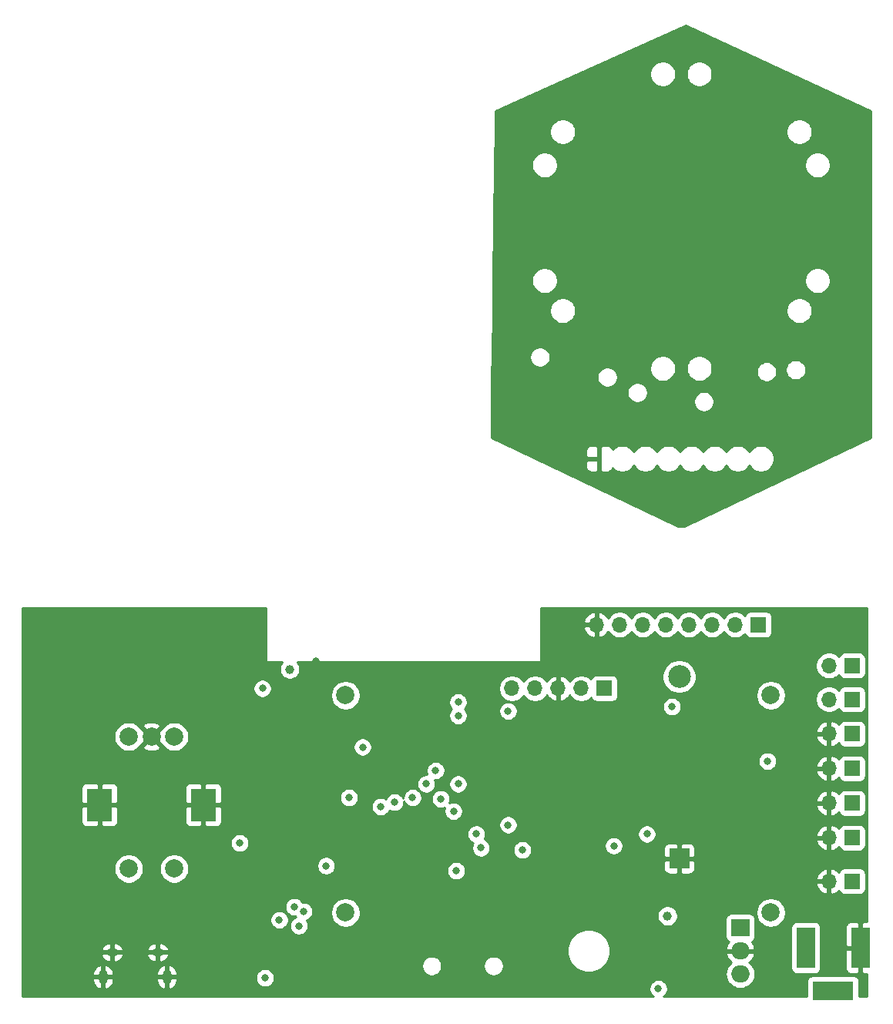
<source format=gbr>
%TF.GenerationSoftware,KiCad,Pcbnew,(5.1.8)-1*%
%TF.CreationDate,2021-03-10T16:05:31+00:00*%
%TF.ProjectId,Project_2_smaller,50726f6a-6563-4745-9f32-5f736d616c6c,rev?*%
%TF.SameCoordinates,Original*%
%TF.FileFunction,Copper,L3,Inr*%
%TF.FilePolarity,Positive*%
%FSLAX46Y46*%
G04 Gerber Fmt 4.6, Leading zero omitted, Abs format (unit mm)*
G04 Created by KiCad (PCBNEW (5.1.8)-1) date 2021-03-10 16:05:31*
%MOMM*%
%LPD*%
G01*
G04 APERTURE LIST*
%TA.AperFunction,ComponentPad*%
%ADD10O,1.000000X1.550000*%
%TD*%
%TA.AperFunction,ComponentPad*%
%ADD11O,1.250000X0.950000*%
%TD*%
%TA.AperFunction,ComponentPad*%
%ADD12R,4.500000X2.000000*%
%TD*%
%TA.AperFunction,ComponentPad*%
%ADD13R,2.000000X4.500000*%
%TD*%
%TA.AperFunction,ComponentPad*%
%ADD14O,1.700000X1.700000*%
%TD*%
%TA.AperFunction,ComponentPad*%
%ADD15R,1.700000X1.700000*%
%TD*%
%TA.AperFunction,ComponentPad*%
%ADD16C,2.000000*%
%TD*%
%TA.AperFunction,ComponentPad*%
%ADD17R,2.170000X2.170000*%
%TD*%
%TA.AperFunction,ComponentPad*%
%ADD18C,2.500000*%
%TD*%
%TA.AperFunction,ComponentPad*%
%ADD19R,2.800000X3.600000*%
%TD*%
%TA.AperFunction,ComponentPad*%
%ADD20R,2.000000X1.905000*%
%TD*%
%TA.AperFunction,ComponentPad*%
%ADD21O,2.000000X1.905000*%
%TD*%
%TA.AperFunction,ViaPad*%
%ADD22C,0.800000*%
%TD*%
%TA.AperFunction,ViaPad*%
%ADD23C,1.000000*%
%TD*%
%TA.AperFunction,Conductor*%
%ADD24C,0.254000*%
%TD*%
%TA.AperFunction,Conductor*%
%ADD25C,0.100000*%
%TD*%
G04 APERTURE END LIST*
D10*
%TO.N,Earth*%
%TO.C,J1*%
X102000000Y-106700000D03*
X95000000Y-106700000D03*
D11*
X96000000Y-104000000D03*
X101000000Y-104000000D03*
%TD*%
D12*
%TO.N,N/C*%
%TO.C,J2*%
X175200000Y-108200000D03*
D13*
%TO.N,LINE*%
X172200000Y-103500000D03*
%TO.N,Earth*%
X178200000Y-103500000D03*
%TD*%
D14*
%TO.N,SCL*%
%TO.C,J13*%
X139920000Y-75000000D03*
%TO.N,SDA*%
X142460000Y-75000000D03*
%TO.N,Earth*%
X145000000Y-75000000D03*
%TO.N,+3V3*%
X147540000Y-75000000D03*
D15*
X150080000Y-75000000D03*
D16*
%TO.N,*%
X121632000Y-75762000D03*
X168368000Y-75762000D03*
X168368000Y-99638000D03*
X121632000Y-99638000D03*
%TD*%
D17*
%TO.N,Earth*%
%TO.C,BT1*%
X158300000Y-93700000D03*
D18*
%TO.N,Net-(BT1-Pad1)*%
X158300000Y-73700000D03*
%TD*%
D15*
%TO.N,+12V*%
%TO.C,J5*%
X167000000Y-68000000D03*
D14*
%TO.N,/PWM6*%
X164460000Y-68000000D03*
%TO.N,/PWM5*%
X161920000Y-68000000D03*
%TO.N,/PWM4*%
X159380000Y-68000000D03*
%TO.N,/PWM3*%
X156840000Y-68000000D03*
%TO.N,/PWM2*%
X154300000Y-68000000D03*
%TO.N,/PWM1*%
X151760000Y-68000000D03*
%TO.N,Earth*%
X149220000Y-68000000D03*
%TD*%
D15*
%TO.N,/OnOff*%
%TO.C,J6*%
X177300000Y-96200000D03*
D14*
%TO.N,Earth*%
X174760000Y-96200000D03*
%TD*%
D15*
%TO.N,+12V*%
%TO.C,J7*%
X177300000Y-91400000D03*
D14*
%TO.N,Earth*%
X174760000Y-91400000D03*
%TD*%
%TO.N,Earth*%
%TO.C,J8*%
X174760000Y-87600000D03*
D15*
%TO.N,+12V*%
X177300000Y-87600000D03*
%TD*%
%TO.N,+3V3*%
%TO.C,J9*%
X177300000Y-83800000D03*
D14*
%TO.N,Earth*%
X174760000Y-83800000D03*
%TD*%
D15*
%TO.N,+3V3*%
%TO.C,J10*%
X177300000Y-80000000D03*
D14*
%TO.N,Earth*%
X174760000Y-80000000D03*
%TD*%
%TO.N,SDA*%
%TO.C,J11*%
X174760000Y-76200000D03*
D15*
%TO.N,SCL*%
X177300000Y-76200000D03*
%TD*%
D14*
%TO.N,SDA*%
%TO.C,J12*%
X174760000Y-72500000D03*
D15*
%TO.N,SCL*%
X177300000Y-72500000D03*
%TD*%
D16*
%TO.N,Net-(R11-Pad2)*%
%TO.C,S1*%
X102800000Y-80300000D03*
%TO.N,Earth*%
X100300000Y-80300000D03*
%TO.N,Net-(R10-Pad2)*%
X97800000Y-80300000D03*
%TO.N,/Button*%
X102800000Y-94800000D03*
%TO.N,+3V3*%
X97800000Y-94800000D03*
D19*
%TO.N,Earth*%
X106000000Y-87800000D03*
X94600000Y-87800000D03*
%TD*%
D20*
%TO.N,LINE*%
%TO.C,U2*%
X165000000Y-101300000D03*
D21*
%TO.N,Earth*%
X165000000Y-103840000D03*
%TO.N,+12V*%
X165000000Y-106380000D03*
%TD*%
D22*
%TO.N,*%
X123500000Y-81450000D03*
D23*
%TO.N,Earth*%
X159850000Y-78850000D03*
D22*
X118389999Y-72034999D03*
X124900000Y-97250000D03*
X122350000Y-92550000D03*
X111300000Y-102400000D03*
X161000000Y-88150000D03*
X156280000Y-90620000D03*
X111150000Y-107800000D03*
D23*
%TO.N,+3V3*%
X115500000Y-72900000D03*
D22*
X168000000Y-83000000D03*
X156000000Y-108000000D03*
D23*
X157000000Y-100000000D03*
D22*
X154750000Y-91000000D03*
X133800000Y-95050000D03*
X112780000Y-106820000D03*
X141050000Y-92750000D03*
%TO.N,/RESET*%
X110000000Y-92000000D03*
X112500000Y-75000000D03*
%TO.N,SDA*%
X139500000Y-77500000D03*
%TO.N,TXD*%
X134000000Y-76500000D03*
X116000000Y-99000000D03*
%TO.N,RXD*%
X117000000Y-99500000D03*
X134000000Y-78000000D03*
%TO.N,/IO0*%
X119500000Y-94500000D03*
X139500000Y-90000000D03*
%TO.N,Net-(Q1-Pad2)*%
X116500000Y-101100000D03*
X114345131Y-100445131D03*
%TO.N,/RTC-INTSQW*%
X132100000Y-87150000D03*
X151100000Y-92300000D03*
%TO.N,MOSI*%
X136000000Y-91000000D03*
X134000000Y-85500000D03*
%TO.N,Net-(BT1-Pad1)*%
X157500000Y-77000000D03*
%TO.N,/!SD_SS*%
X136517805Y-92517449D03*
X133500000Y-88500000D03*
%TO.N,/PWM6*%
X129000000Y-87000000D03*
%TO.N,/PWM5*%
X130500000Y-85500000D03*
%TO.N,/PWM4*%
X131525306Y-84025306D03*
%TO.N,/PWM3*%
X127012653Y-87512653D03*
%TO.N,/PWM2*%
X125500000Y-88000000D03*
%TO.N,/PWM1*%
X122000000Y-87000000D03*
%TD*%
D24*
%TO.N,Earth*%
X112873000Y-72000000D02*
X112875440Y-72024776D01*
X112882667Y-72048601D01*
X112894403Y-72070557D01*
X112910197Y-72089803D01*
X112929443Y-72105597D01*
X112951399Y-72117333D01*
X112975224Y-72124560D01*
X113000000Y-72127000D01*
X114667868Y-72127000D01*
X114618388Y-72176480D01*
X114494176Y-72362376D01*
X114408617Y-72568933D01*
X114365000Y-72788212D01*
X114365000Y-73011788D01*
X114408617Y-73231067D01*
X114494176Y-73437624D01*
X114618388Y-73623520D01*
X114776480Y-73781612D01*
X114962376Y-73905824D01*
X115168933Y-73991383D01*
X115388212Y-74035000D01*
X115611788Y-74035000D01*
X115831067Y-73991383D01*
X116037624Y-73905824D01*
X116223520Y-73781612D01*
X116381612Y-73623520D01*
X116505824Y-73437624D01*
X116591383Y-73231067D01*
X116635000Y-73011788D01*
X116635000Y-72788212D01*
X116591383Y-72568933D01*
X116505824Y-72362376D01*
X116381612Y-72176480D01*
X116332132Y-72127000D01*
X143000000Y-72127000D01*
X143024776Y-72124560D01*
X143048601Y-72117333D01*
X143070557Y-72105597D01*
X143089803Y-72089803D01*
X143105597Y-72070557D01*
X143117333Y-72048601D01*
X143124560Y-72024776D01*
X143127000Y-72000000D01*
X143127000Y-68356891D01*
X147778519Y-68356891D01*
X147875843Y-68631252D01*
X148024822Y-68881355D01*
X148219731Y-69097588D01*
X148453080Y-69271641D01*
X148715901Y-69396825D01*
X148863110Y-69441476D01*
X149093000Y-69320155D01*
X149093000Y-68127000D01*
X147899186Y-68127000D01*
X147778519Y-68356891D01*
X143127000Y-68356891D01*
X143127000Y-67643109D01*
X147778519Y-67643109D01*
X147899186Y-67873000D01*
X149093000Y-67873000D01*
X149093000Y-66679845D01*
X149347000Y-66679845D01*
X149347000Y-67873000D01*
X149367000Y-67873000D01*
X149367000Y-68127000D01*
X149347000Y-68127000D01*
X149347000Y-69320155D01*
X149576890Y-69441476D01*
X149724099Y-69396825D01*
X149986920Y-69271641D01*
X150220269Y-69097588D01*
X150415178Y-68881355D01*
X150484805Y-68764466D01*
X150606525Y-68946632D01*
X150813368Y-69153475D01*
X151056589Y-69315990D01*
X151326842Y-69427932D01*
X151613740Y-69485000D01*
X151906260Y-69485000D01*
X152193158Y-69427932D01*
X152463411Y-69315990D01*
X152706632Y-69153475D01*
X152913475Y-68946632D01*
X153030000Y-68772240D01*
X153146525Y-68946632D01*
X153353368Y-69153475D01*
X153596589Y-69315990D01*
X153866842Y-69427932D01*
X154153740Y-69485000D01*
X154446260Y-69485000D01*
X154733158Y-69427932D01*
X155003411Y-69315990D01*
X155246632Y-69153475D01*
X155453475Y-68946632D01*
X155570000Y-68772240D01*
X155686525Y-68946632D01*
X155893368Y-69153475D01*
X156136589Y-69315990D01*
X156406842Y-69427932D01*
X156693740Y-69485000D01*
X156986260Y-69485000D01*
X157273158Y-69427932D01*
X157543411Y-69315990D01*
X157786632Y-69153475D01*
X157993475Y-68946632D01*
X158110000Y-68772240D01*
X158226525Y-68946632D01*
X158433368Y-69153475D01*
X158676589Y-69315990D01*
X158946842Y-69427932D01*
X159233740Y-69485000D01*
X159526260Y-69485000D01*
X159813158Y-69427932D01*
X160083411Y-69315990D01*
X160326632Y-69153475D01*
X160533475Y-68946632D01*
X160650000Y-68772240D01*
X160766525Y-68946632D01*
X160973368Y-69153475D01*
X161216589Y-69315990D01*
X161486842Y-69427932D01*
X161773740Y-69485000D01*
X162066260Y-69485000D01*
X162353158Y-69427932D01*
X162623411Y-69315990D01*
X162866632Y-69153475D01*
X163073475Y-68946632D01*
X163190000Y-68772240D01*
X163306525Y-68946632D01*
X163513368Y-69153475D01*
X163756589Y-69315990D01*
X164026842Y-69427932D01*
X164313740Y-69485000D01*
X164606260Y-69485000D01*
X164893158Y-69427932D01*
X165163411Y-69315990D01*
X165406632Y-69153475D01*
X165538487Y-69021620D01*
X165560498Y-69094180D01*
X165619463Y-69204494D01*
X165698815Y-69301185D01*
X165795506Y-69380537D01*
X165905820Y-69439502D01*
X166025518Y-69475812D01*
X166150000Y-69488072D01*
X167850000Y-69488072D01*
X167974482Y-69475812D01*
X168094180Y-69439502D01*
X168204494Y-69380537D01*
X168301185Y-69301185D01*
X168380537Y-69204494D01*
X168439502Y-69094180D01*
X168475812Y-68974482D01*
X168488072Y-68850000D01*
X168488072Y-67150000D01*
X168475812Y-67025518D01*
X168439502Y-66905820D01*
X168380537Y-66795506D01*
X168301185Y-66698815D01*
X168204494Y-66619463D01*
X168094180Y-66560498D01*
X167974482Y-66524188D01*
X167850000Y-66511928D01*
X166150000Y-66511928D01*
X166025518Y-66524188D01*
X165905820Y-66560498D01*
X165795506Y-66619463D01*
X165698815Y-66698815D01*
X165619463Y-66795506D01*
X165560498Y-66905820D01*
X165538487Y-66978380D01*
X165406632Y-66846525D01*
X165163411Y-66684010D01*
X164893158Y-66572068D01*
X164606260Y-66515000D01*
X164313740Y-66515000D01*
X164026842Y-66572068D01*
X163756589Y-66684010D01*
X163513368Y-66846525D01*
X163306525Y-67053368D01*
X163190000Y-67227760D01*
X163073475Y-67053368D01*
X162866632Y-66846525D01*
X162623411Y-66684010D01*
X162353158Y-66572068D01*
X162066260Y-66515000D01*
X161773740Y-66515000D01*
X161486842Y-66572068D01*
X161216589Y-66684010D01*
X160973368Y-66846525D01*
X160766525Y-67053368D01*
X160650000Y-67227760D01*
X160533475Y-67053368D01*
X160326632Y-66846525D01*
X160083411Y-66684010D01*
X159813158Y-66572068D01*
X159526260Y-66515000D01*
X159233740Y-66515000D01*
X158946842Y-66572068D01*
X158676589Y-66684010D01*
X158433368Y-66846525D01*
X158226525Y-67053368D01*
X158110000Y-67227760D01*
X157993475Y-67053368D01*
X157786632Y-66846525D01*
X157543411Y-66684010D01*
X157273158Y-66572068D01*
X156986260Y-66515000D01*
X156693740Y-66515000D01*
X156406842Y-66572068D01*
X156136589Y-66684010D01*
X155893368Y-66846525D01*
X155686525Y-67053368D01*
X155570000Y-67227760D01*
X155453475Y-67053368D01*
X155246632Y-66846525D01*
X155003411Y-66684010D01*
X154733158Y-66572068D01*
X154446260Y-66515000D01*
X154153740Y-66515000D01*
X153866842Y-66572068D01*
X153596589Y-66684010D01*
X153353368Y-66846525D01*
X153146525Y-67053368D01*
X153030000Y-67227760D01*
X152913475Y-67053368D01*
X152706632Y-66846525D01*
X152463411Y-66684010D01*
X152193158Y-66572068D01*
X151906260Y-66515000D01*
X151613740Y-66515000D01*
X151326842Y-66572068D01*
X151056589Y-66684010D01*
X150813368Y-66846525D01*
X150606525Y-67053368D01*
X150484805Y-67235534D01*
X150415178Y-67118645D01*
X150220269Y-66902412D01*
X149986920Y-66728359D01*
X149724099Y-66603175D01*
X149576890Y-66558524D01*
X149347000Y-66679845D01*
X149093000Y-66679845D01*
X148863110Y-66558524D01*
X148715901Y-66603175D01*
X148453080Y-66728359D01*
X148219731Y-66902412D01*
X148024822Y-67118645D01*
X147875843Y-67368748D01*
X147778519Y-67643109D01*
X143127000Y-67643109D01*
X143127000Y-66127000D01*
X178873000Y-66127000D01*
X178873000Y-100613334D01*
X178485750Y-100615000D01*
X178327000Y-100773750D01*
X178327000Y-103373000D01*
X178347000Y-103373000D01*
X178347000Y-103627000D01*
X178327000Y-103627000D01*
X178327000Y-106226250D01*
X178485750Y-106385000D01*
X178873000Y-106386666D01*
X178873000Y-108873000D01*
X178088072Y-108873000D01*
X178088072Y-107200000D01*
X178075812Y-107075518D01*
X178039502Y-106955820D01*
X177980537Y-106845506D01*
X177901185Y-106748815D01*
X177804494Y-106669463D01*
X177694180Y-106610498D01*
X177574482Y-106574188D01*
X177450000Y-106561928D01*
X172950000Y-106561928D01*
X172825518Y-106574188D01*
X172705820Y-106610498D01*
X172595506Y-106669463D01*
X172498815Y-106748815D01*
X172419463Y-106845506D01*
X172360498Y-106955820D01*
X172324188Y-107075518D01*
X172311928Y-107200000D01*
X172311928Y-108873000D01*
X156556414Y-108873000D01*
X156659774Y-108803937D01*
X156803937Y-108659774D01*
X156917205Y-108490256D01*
X156995226Y-108301898D01*
X157035000Y-108101939D01*
X157035000Y-107898061D01*
X156995226Y-107698102D01*
X156917205Y-107509744D01*
X156803937Y-107340226D01*
X156659774Y-107196063D01*
X156490256Y-107082795D01*
X156301898Y-107004774D01*
X156101939Y-106965000D01*
X155898061Y-106965000D01*
X155698102Y-107004774D01*
X155509744Y-107082795D01*
X155340226Y-107196063D01*
X155196063Y-107340226D01*
X155082795Y-107509744D01*
X155004774Y-107698102D01*
X154965000Y-107898061D01*
X154965000Y-108101939D01*
X155004774Y-108301898D01*
X155082795Y-108490256D01*
X155196063Y-108659774D01*
X155340226Y-108803937D01*
X155443586Y-108873000D01*
X86127000Y-108873000D01*
X86127000Y-106827000D01*
X93865000Y-106827000D01*
X93865000Y-107102000D01*
X93911585Y-107320987D01*
X93999997Y-107526678D01*
X94126839Y-107711169D01*
X94287236Y-107867369D01*
X94475024Y-107989276D01*
X94698126Y-108069119D01*
X94873000Y-107942954D01*
X94873000Y-106827000D01*
X95127000Y-106827000D01*
X95127000Y-107942954D01*
X95301874Y-108069119D01*
X95524976Y-107989276D01*
X95712764Y-107867369D01*
X95873161Y-107711169D01*
X96000003Y-107526678D01*
X96088415Y-107320987D01*
X96135000Y-107102000D01*
X96135000Y-106827000D01*
X100865000Y-106827000D01*
X100865000Y-107102000D01*
X100911585Y-107320987D01*
X100999997Y-107526678D01*
X101126839Y-107711169D01*
X101287236Y-107867369D01*
X101475024Y-107989276D01*
X101698126Y-108069119D01*
X101873000Y-107942954D01*
X101873000Y-106827000D01*
X102127000Y-106827000D01*
X102127000Y-107942954D01*
X102301874Y-108069119D01*
X102524976Y-107989276D01*
X102712764Y-107867369D01*
X102873161Y-107711169D01*
X103000003Y-107526678D01*
X103088415Y-107320987D01*
X103135000Y-107102000D01*
X103135000Y-106827000D01*
X102127000Y-106827000D01*
X101873000Y-106827000D01*
X100865000Y-106827000D01*
X96135000Y-106827000D01*
X95127000Y-106827000D01*
X94873000Y-106827000D01*
X93865000Y-106827000D01*
X86127000Y-106827000D01*
X86127000Y-106718061D01*
X111745000Y-106718061D01*
X111745000Y-106921939D01*
X111784774Y-107121898D01*
X111862795Y-107310256D01*
X111976063Y-107479774D01*
X112120226Y-107623937D01*
X112289744Y-107737205D01*
X112478102Y-107815226D01*
X112678061Y-107855000D01*
X112881939Y-107855000D01*
X113081898Y-107815226D01*
X113270256Y-107737205D01*
X113439774Y-107623937D01*
X113583937Y-107479774D01*
X113697205Y-107310256D01*
X113775226Y-107121898D01*
X113815000Y-106921939D01*
X113815000Y-106718061D01*
X113775226Y-106518102D01*
X113697205Y-106329744D01*
X113583937Y-106160226D01*
X113439774Y-106016063D01*
X113270256Y-105902795D01*
X113081898Y-105824774D01*
X112881939Y-105785000D01*
X112678061Y-105785000D01*
X112478102Y-105824774D01*
X112289744Y-105902795D01*
X112120226Y-106016063D01*
X111976063Y-106160226D01*
X111862795Y-106329744D01*
X111784774Y-106518102D01*
X111745000Y-106718061D01*
X86127000Y-106718061D01*
X86127000Y-106298000D01*
X93865000Y-106298000D01*
X93865000Y-106573000D01*
X94873000Y-106573000D01*
X94873000Y-105457046D01*
X95127000Y-105457046D01*
X95127000Y-106573000D01*
X96135000Y-106573000D01*
X96135000Y-106298000D01*
X100865000Y-106298000D01*
X100865000Y-106573000D01*
X101873000Y-106573000D01*
X101873000Y-105457046D01*
X102127000Y-105457046D01*
X102127000Y-106573000D01*
X103135000Y-106573000D01*
X103135000Y-106298000D01*
X103088415Y-106079013D01*
X103000003Y-105873322D01*
X102873161Y-105688831D01*
X102712764Y-105532631D01*
X102524976Y-105410724D01*
X102468954Y-105390675D01*
X129990000Y-105390675D01*
X129990000Y-105609325D01*
X130032657Y-105823775D01*
X130116331Y-106025782D01*
X130237807Y-106207584D01*
X130392416Y-106362193D01*
X130574218Y-106483669D01*
X130776225Y-106567343D01*
X130990675Y-106610000D01*
X131209325Y-106610000D01*
X131423775Y-106567343D01*
X131625782Y-106483669D01*
X131807584Y-106362193D01*
X131962193Y-106207584D01*
X132083669Y-106025782D01*
X132167343Y-105823775D01*
X132210000Y-105609325D01*
X132210000Y-105390675D01*
X136790000Y-105390675D01*
X136790000Y-105609325D01*
X136832657Y-105823775D01*
X136916331Y-106025782D01*
X137037807Y-106207584D01*
X137192416Y-106362193D01*
X137374218Y-106483669D01*
X137576225Y-106567343D01*
X137790675Y-106610000D01*
X138009325Y-106610000D01*
X138223775Y-106567343D01*
X138425782Y-106483669D01*
X138580933Y-106380000D01*
X163357319Y-106380000D01*
X163387970Y-106691204D01*
X163478745Y-106990449D01*
X163626155Y-107266235D01*
X163824537Y-107507963D01*
X164066265Y-107706345D01*
X164342051Y-107853755D01*
X164641296Y-107944530D01*
X164874514Y-107967500D01*
X165125486Y-107967500D01*
X165358704Y-107944530D01*
X165657949Y-107853755D01*
X165933735Y-107706345D01*
X166175463Y-107507963D01*
X166373845Y-107266235D01*
X166521255Y-106990449D01*
X166612030Y-106691204D01*
X166642681Y-106380000D01*
X166612030Y-106068796D01*
X166521255Y-105769551D01*
X166373845Y-105493765D01*
X166175463Y-105252037D01*
X165996101Y-105104837D01*
X166181315Y-104949437D01*
X166375969Y-104706923D01*
X166519571Y-104431094D01*
X166590563Y-104212980D01*
X166470594Y-103967000D01*
X165127000Y-103967000D01*
X165127000Y-103987000D01*
X164873000Y-103987000D01*
X164873000Y-103967000D01*
X163529406Y-103967000D01*
X163409437Y-104212980D01*
X163480429Y-104431094D01*
X163624031Y-104706923D01*
X163818685Y-104949437D01*
X164003899Y-105104837D01*
X163824537Y-105252037D01*
X163626155Y-105493765D01*
X163478745Y-105769551D01*
X163387970Y-106068796D01*
X163357319Y-106380000D01*
X138580933Y-106380000D01*
X138607584Y-106362193D01*
X138762193Y-106207584D01*
X138883669Y-106025782D01*
X138967343Y-105823775D01*
X139010000Y-105609325D01*
X139010000Y-105390675D01*
X138967343Y-105176225D01*
X138883669Y-104974218D01*
X138762193Y-104792416D01*
X138607584Y-104637807D01*
X138425782Y-104516331D01*
X138223775Y-104432657D01*
X138009325Y-104390000D01*
X137790675Y-104390000D01*
X137576225Y-104432657D01*
X137374218Y-104516331D01*
X137192416Y-104637807D01*
X137037807Y-104792416D01*
X136916331Y-104974218D01*
X136832657Y-105176225D01*
X136790000Y-105390675D01*
X132210000Y-105390675D01*
X132167343Y-105176225D01*
X132083669Y-104974218D01*
X131962193Y-104792416D01*
X131807584Y-104637807D01*
X131625782Y-104516331D01*
X131423775Y-104432657D01*
X131209325Y-104390000D01*
X130990675Y-104390000D01*
X130776225Y-104432657D01*
X130574218Y-104516331D01*
X130392416Y-104637807D01*
X130237807Y-104792416D01*
X130116331Y-104974218D01*
X130032657Y-105176225D01*
X129990000Y-105390675D01*
X102468954Y-105390675D01*
X102301874Y-105330881D01*
X102127000Y-105457046D01*
X101873000Y-105457046D01*
X101698126Y-105330881D01*
X101475024Y-105410724D01*
X101287236Y-105532631D01*
X101126839Y-105688831D01*
X100999997Y-105873322D01*
X100911585Y-106079013D01*
X100865000Y-106298000D01*
X96135000Y-106298000D01*
X96088415Y-106079013D01*
X96000003Y-105873322D01*
X95873161Y-105688831D01*
X95712764Y-105532631D01*
X95524976Y-105410724D01*
X95301874Y-105330881D01*
X95127000Y-105457046D01*
X94873000Y-105457046D01*
X94698126Y-105330881D01*
X94475024Y-105410724D01*
X94287236Y-105532631D01*
X94126839Y-105688831D01*
X93999997Y-105873322D01*
X93911585Y-106079013D01*
X93865000Y-106298000D01*
X86127000Y-106298000D01*
X86127000Y-104297938D01*
X94780732Y-104297938D01*
X94850397Y-104486150D01*
X94964447Y-104671822D01*
X95112529Y-104831676D01*
X95288951Y-104959569D01*
X95486934Y-105050586D01*
X95698869Y-105101230D01*
X95873000Y-104952564D01*
X95873000Y-104127000D01*
X96127000Y-104127000D01*
X96127000Y-104952564D01*
X96301131Y-105101230D01*
X96513066Y-105050586D01*
X96711049Y-104959569D01*
X96887471Y-104831676D01*
X97035553Y-104671822D01*
X97149603Y-104486150D01*
X97219268Y-104297938D01*
X99780732Y-104297938D01*
X99850397Y-104486150D01*
X99964447Y-104671822D01*
X100112529Y-104831676D01*
X100288951Y-104959569D01*
X100486934Y-105050586D01*
X100698869Y-105101230D01*
X100873000Y-104952564D01*
X100873000Y-104127000D01*
X101127000Y-104127000D01*
X101127000Y-104952564D01*
X101301131Y-105101230D01*
X101513066Y-105050586D01*
X101711049Y-104959569D01*
X101887471Y-104831676D01*
X102035553Y-104671822D01*
X102149603Y-104486150D01*
X102219268Y-104297938D01*
X102092734Y-104127000D01*
X101127000Y-104127000D01*
X100873000Y-104127000D01*
X99907266Y-104127000D01*
X99780732Y-104297938D01*
X97219268Y-104297938D01*
X97092734Y-104127000D01*
X96127000Y-104127000D01*
X95873000Y-104127000D01*
X94907266Y-104127000D01*
X94780732Y-104297938D01*
X86127000Y-104297938D01*
X86127000Y-103702062D01*
X94780732Y-103702062D01*
X94907266Y-103873000D01*
X95873000Y-103873000D01*
X95873000Y-103047436D01*
X96127000Y-103047436D01*
X96127000Y-103873000D01*
X97092734Y-103873000D01*
X97219268Y-103702062D01*
X99780732Y-103702062D01*
X99907266Y-103873000D01*
X100873000Y-103873000D01*
X100873000Y-103047436D01*
X101127000Y-103047436D01*
X101127000Y-103873000D01*
X102092734Y-103873000D01*
X102219268Y-103702062D01*
X102183378Y-103605098D01*
X145955000Y-103605098D01*
X145955000Y-104074902D01*
X146046654Y-104535679D01*
X146226440Y-104969721D01*
X146487450Y-105360349D01*
X146819651Y-105692550D01*
X147210279Y-105953560D01*
X147644321Y-106133346D01*
X148105098Y-106225000D01*
X148574902Y-106225000D01*
X149035679Y-106133346D01*
X149469721Y-105953560D01*
X149860349Y-105692550D01*
X150192550Y-105360349D01*
X150453560Y-104969721D01*
X150633346Y-104535679D01*
X150725000Y-104074902D01*
X150725000Y-103605098D01*
X150633346Y-103144321D01*
X150453560Y-102710279D01*
X150192550Y-102319651D01*
X149860349Y-101987450D01*
X149469721Y-101726440D01*
X149035679Y-101546654D01*
X148574902Y-101455000D01*
X148105098Y-101455000D01*
X147644321Y-101546654D01*
X147210279Y-101726440D01*
X146819651Y-101987450D01*
X146487450Y-102319651D01*
X146226440Y-102710279D01*
X146046654Y-103144321D01*
X145955000Y-103605098D01*
X102183378Y-103605098D01*
X102149603Y-103513850D01*
X102035553Y-103328178D01*
X101887471Y-103168324D01*
X101711049Y-103040431D01*
X101513066Y-102949414D01*
X101301131Y-102898770D01*
X101127000Y-103047436D01*
X100873000Y-103047436D01*
X100698869Y-102898770D01*
X100486934Y-102949414D01*
X100288951Y-103040431D01*
X100112529Y-103168324D01*
X99964447Y-103328178D01*
X99850397Y-103513850D01*
X99780732Y-103702062D01*
X97219268Y-103702062D01*
X97149603Y-103513850D01*
X97035553Y-103328178D01*
X96887471Y-103168324D01*
X96711049Y-103040431D01*
X96513066Y-102949414D01*
X96301131Y-102898770D01*
X96127000Y-103047436D01*
X95873000Y-103047436D01*
X95698869Y-102898770D01*
X95486934Y-102949414D01*
X95288951Y-103040431D01*
X95112529Y-103168324D01*
X94964447Y-103328178D01*
X94850397Y-103513850D01*
X94780732Y-103702062D01*
X86127000Y-103702062D01*
X86127000Y-100343192D01*
X113310131Y-100343192D01*
X113310131Y-100547070D01*
X113349905Y-100747029D01*
X113427926Y-100935387D01*
X113541194Y-101104905D01*
X113685357Y-101249068D01*
X113854875Y-101362336D01*
X114043233Y-101440357D01*
X114243192Y-101480131D01*
X114447070Y-101480131D01*
X114647029Y-101440357D01*
X114835387Y-101362336D01*
X115004905Y-101249068D01*
X115149068Y-101104905D01*
X115262336Y-100935387D01*
X115340357Y-100747029D01*
X115380131Y-100547070D01*
X115380131Y-100343192D01*
X115340357Y-100143233D01*
X115262336Y-99954875D01*
X115149068Y-99785357D01*
X115004905Y-99641194D01*
X114835387Y-99527926D01*
X114647029Y-99449905D01*
X114447070Y-99410131D01*
X114243192Y-99410131D01*
X114043233Y-99449905D01*
X113854875Y-99527926D01*
X113685357Y-99641194D01*
X113541194Y-99785357D01*
X113427926Y-99954875D01*
X113349905Y-100143233D01*
X113310131Y-100343192D01*
X86127000Y-100343192D01*
X86127000Y-98898061D01*
X114965000Y-98898061D01*
X114965000Y-99101939D01*
X115004774Y-99301898D01*
X115082795Y-99490256D01*
X115196063Y-99659774D01*
X115340226Y-99803937D01*
X115509744Y-99917205D01*
X115698102Y-99995226D01*
X115898061Y-100035000D01*
X116101939Y-100035000D01*
X116111430Y-100033112D01*
X116167722Y-100117358D01*
X116009744Y-100182795D01*
X115840226Y-100296063D01*
X115696063Y-100440226D01*
X115582795Y-100609744D01*
X115504774Y-100798102D01*
X115465000Y-100998061D01*
X115465000Y-101201939D01*
X115504774Y-101401898D01*
X115582795Y-101590256D01*
X115696063Y-101759774D01*
X115840226Y-101903937D01*
X116009744Y-102017205D01*
X116198102Y-102095226D01*
X116398061Y-102135000D01*
X116601939Y-102135000D01*
X116801898Y-102095226D01*
X116990256Y-102017205D01*
X117159774Y-101903937D01*
X117303937Y-101759774D01*
X117417205Y-101590256D01*
X117495226Y-101401898D01*
X117535000Y-101201939D01*
X117535000Y-100998061D01*
X117495226Y-100798102D01*
X117417205Y-100609744D01*
X117332278Y-100482642D01*
X117490256Y-100417205D01*
X117659774Y-100303937D01*
X117803937Y-100159774D01*
X117917205Y-99990256D01*
X117995226Y-99801898D01*
X118035000Y-99601939D01*
X118035000Y-99476967D01*
X119997000Y-99476967D01*
X119997000Y-99799033D01*
X120059832Y-100114912D01*
X120183082Y-100412463D01*
X120362013Y-100680252D01*
X120589748Y-100907987D01*
X120857537Y-101086918D01*
X121155088Y-101210168D01*
X121470967Y-101273000D01*
X121793033Y-101273000D01*
X122108912Y-101210168D01*
X122406463Y-101086918D01*
X122674252Y-100907987D01*
X122901987Y-100680252D01*
X123080918Y-100412463D01*
X123204168Y-100114912D01*
X123249261Y-99888212D01*
X155865000Y-99888212D01*
X155865000Y-100111788D01*
X155908617Y-100331067D01*
X155994176Y-100537624D01*
X156118388Y-100723520D01*
X156276480Y-100881612D01*
X156462376Y-101005824D01*
X156668933Y-101091383D01*
X156888212Y-101135000D01*
X157111788Y-101135000D01*
X157331067Y-101091383D01*
X157537624Y-101005824D01*
X157723520Y-100881612D01*
X157881612Y-100723520D01*
X158005824Y-100537624D01*
X158084576Y-100347500D01*
X163361928Y-100347500D01*
X163361928Y-102252500D01*
X163374188Y-102376982D01*
X163410498Y-102496680D01*
X163469463Y-102606994D01*
X163548815Y-102703685D01*
X163645506Y-102783037D01*
X163737219Y-102832059D01*
X163624031Y-102973077D01*
X163480429Y-103248906D01*
X163409437Y-103467020D01*
X163529406Y-103713000D01*
X164873000Y-103713000D01*
X164873000Y-103693000D01*
X165127000Y-103693000D01*
X165127000Y-103713000D01*
X166470594Y-103713000D01*
X166590563Y-103467020D01*
X166519571Y-103248906D01*
X166375969Y-102973077D01*
X166262781Y-102832059D01*
X166354494Y-102783037D01*
X166451185Y-102703685D01*
X166530537Y-102606994D01*
X166589502Y-102496680D01*
X166625812Y-102376982D01*
X166638072Y-102252500D01*
X166638072Y-100347500D01*
X166625812Y-100223018D01*
X166589502Y-100103320D01*
X166530537Y-99993006D01*
X166451185Y-99896315D01*
X166354494Y-99816963D01*
X166244180Y-99757998D01*
X166124482Y-99721688D01*
X166000000Y-99709428D01*
X164000000Y-99709428D01*
X163875518Y-99721688D01*
X163755820Y-99757998D01*
X163645506Y-99816963D01*
X163548815Y-99896315D01*
X163469463Y-99993006D01*
X163410498Y-100103320D01*
X163374188Y-100223018D01*
X163361928Y-100347500D01*
X158084576Y-100347500D01*
X158091383Y-100331067D01*
X158135000Y-100111788D01*
X158135000Y-99888212D01*
X158091383Y-99668933D01*
X158011868Y-99476967D01*
X166733000Y-99476967D01*
X166733000Y-99799033D01*
X166795832Y-100114912D01*
X166919082Y-100412463D01*
X167098013Y-100680252D01*
X167325748Y-100907987D01*
X167593537Y-101086918D01*
X167891088Y-101210168D01*
X168206967Y-101273000D01*
X168529033Y-101273000D01*
X168644662Y-101250000D01*
X170561928Y-101250000D01*
X170561928Y-105750000D01*
X170574188Y-105874482D01*
X170610498Y-105994180D01*
X170669463Y-106104494D01*
X170748815Y-106201185D01*
X170845506Y-106280537D01*
X170955820Y-106339502D01*
X171075518Y-106375812D01*
X171200000Y-106388072D01*
X173200000Y-106388072D01*
X173324482Y-106375812D01*
X173444180Y-106339502D01*
X173554494Y-106280537D01*
X173651185Y-106201185D01*
X173730537Y-106104494D01*
X173789502Y-105994180D01*
X173825812Y-105874482D01*
X173838072Y-105750000D01*
X176561928Y-105750000D01*
X176574188Y-105874482D01*
X176610498Y-105994180D01*
X176669463Y-106104494D01*
X176748815Y-106201185D01*
X176845506Y-106280537D01*
X176955820Y-106339502D01*
X177075518Y-106375812D01*
X177200000Y-106388072D01*
X177914250Y-106385000D01*
X178073000Y-106226250D01*
X178073000Y-103627000D01*
X176723750Y-103627000D01*
X176565000Y-103785750D01*
X176561928Y-105750000D01*
X173838072Y-105750000D01*
X173838072Y-101250000D01*
X176561928Y-101250000D01*
X176565000Y-103214250D01*
X176723750Y-103373000D01*
X178073000Y-103373000D01*
X178073000Y-100773750D01*
X177914250Y-100615000D01*
X177200000Y-100611928D01*
X177075518Y-100624188D01*
X176955820Y-100660498D01*
X176845506Y-100719463D01*
X176748815Y-100798815D01*
X176669463Y-100895506D01*
X176610498Y-101005820D01*
X176574188Y-101125518D01*
X176561928Y-101250000D01*
X173838072Y-101250000D01*
X173825812Y-101125518D01*
X173789502Y-101005820D01*
X173730537Y-100895506D01*
X173651185Y-100798815D01*
X173554494Y-100719463D01*
X173444180Y-100660498D01*
X173324482Y-100624188D01*
X173200000Y-100611928D01*
X171200000Y-100611928D01*
X171075518Y-100624188D01*
X170955820Y-100660498D01*
X170845506Y-100719463D01*
X170748815Y-100798815D01*
X170669463Y-100895506D01*
X170610498Y-101005820D01*
X170574188Y-101125518D01*
X170561928Y-101250000D01*
X168644662Y-101250000D01*
X168844912Y-101210168D01*
X169142463Y-101086918D01*
X169410252Y-100907987D01*
X169637987Y-100680252D01*
X169816918Y-100412463D01*
X169940168Y-100114912D01*
X170003000Y-99799033D01*
X170003000Y-99476967D01*
X169940168Y-99161088D01*
X169816918Y-98863537D01*
X169637987Y-98595748D01*
X169410252Y-98368013D01*
X169142463Y-98189082D01*
X168844912Y-98065832D01*
X168529033Y-98003000D01*
X168206967Y-98003000D01*
X167891088Y-98065832D01*
X167593537Y-98189082D01*
X167325748Y-98368013D01*
X167098013Y-98595748D01*
X166919082Y-98863537D01*
X166795832Y-99161088D01*
X166733000Y-99476967D01*
X158011868Y-99476967D01*
X158005824Y-99462376D01*
X157881612Y-99276480D01*
X157723520Y-99118388D01*
X157537624Y-98994176D01*
X157331067Y-98908617D01*
X157111788Y-98865000D01*
X156888212Y-98865000D01*
X156668933Y-98908617D01*
X156462376Y-98994176D01*
X156276480Y-99118388D01*
X156118388Y-99276480D01*
X155994176Y-99462376D01*
X155908617Y-99668933D01*
X155865000Y-99888212D01*
X123249261Y-99888212D01*
X123267000Y-99799033D01*
X123267000Y-99476967D01*
X123204168Y-99161088D01*
X123080918Y-98863537D01*
X122901987Y-98595748D01*
X122674252Y-98368013D01*
X122406463Y-98189082D01*
X122108912Y-98065832D01*
X121793033Y-98003000D01*
X121470967Y-98003000D01*
X121155088Y-98065832D01*
X120857537Y-98189082D01*
X120589748Y-98368013D01*
X120362013Y-98595748D01*
X120183082Y-98863537D01*
X120059832Y-99161088D01*
X119997000Y-99476967D01*
X118035000Y-99476967D01*
X118035000Y-99398061D01*
X117995226Y-99198102D01*
X117917205Y-99009744D01*
X117803937Y-98840226D01*
X117659774Y-98696063D01*
X117490256Y-98582795D01*
X117301898Y-98504774D01*
X117101939Y-98465000D01*
X116898061Y-98465000D01*
X116888570Y-98466888D01*
X116803937Y-98340226D01*
X116659774Y-98196063D01*
X116490256Y-98082795D01*
X116301898Y-98004774D01*
X116101939Y-97965000D01*
X115898061Y-97965000D01*
X115698102Y-98004774D01*
X115509744Y-98082795D01*
X115340226Y-98196063D01*
X115196063Y-98340226D01*
X115082795Y-98509744D01*
X115004774Y-98698102D01*
X114965000Y-98898061D01*
X86127000Y-98898061D01*
X86127000Y-96556891D01*
X173318519Y-96556891D01*
X173415843Y-96831252D01*
X173564822Y-97081355D01*
X173759731Y-97297588D01*
X173993080Y-97471641D01*
X174255901Y-97596825D01*
X174403110Y-97641476D01*
X174633000Y-97520155D01*
X174633000Y-96327000D01*
X173439186Y-96327000D01*
X173318519Y-96556891D01*
X86127000Y-96556891D01*
X86127000Y-94638967D01*
X96165000Y-94638967D01*
X96165000Y-94961033D01*
X96227832Y-95276912D01*
X96351082Y-95574463D01*
X96530013Y-95842252D01*
X96757748Y-96069987D01*
X97025537Y-96248918D01*
X97323088Y-96372168D01*
X97638967Y-96435000D01*
X97961033Y-96435000D01*
X98276912Y-96372168D01*
X98574463Y-96248918D01*
X98842252Y-96069987D01*
X99069987Y-95842252D01*
X99248918Y-95574463D01*
X99372168Y-95276912D01*
X99435000Y-94961033D01*
X99435000Y-94638967D01*
X101165000Y-94638967D01*
X101165000Y-94961033D01*
X101227832Y-95276912D01*
X101351082Y-95574463D01*
X101530013Y-95842252D01*
X101757748Y-96069987D01*
X102025537Y-96248918D01*
X102323088Y-96372168D01*
X102638967Y-96435000D01*
X102961033Y-96435000D01*
X103276912Y-96372168D01*
X103574463Y-96248918D01*
X103842252Y-96069987D01*
X104069987Y-95842252D01*
X104248918Y-95574463D01*
X104372168Y-95276912D01*
X104435000Y-94961033D01*
X104435000Y-94638967D01*
X104387082Y-94398061D01*
X118465000Y-94398061D01*
X118465000Y-94601939D01*
X118504774Y-94801898D01*
X118582795Y-94990256D01*
X118696063Y-95159774D01*
X118840226Y-95303937D01*
X119009744Y-95417205D01*
X119198102Y-95495226D01*
X119398061Y-95535000D01*
X119601939Y-95535000D01*
X119801898Y-95495226D01*
X119990256Y-95417205D01*
X120159774Y-95303937D01*
X120303937Y-95159774D01*
X120417205Y-94990256D01*
X120434682Y-94948061D01*
X132765000Y-94948061D01*
X132765000Y-95151939D01*
X132804774Y-95351898D01*
X132882795Y-95540256D01*
X132996063Y-95709774D01*
X133140226Y-95853937D01*
X133309744Y-95967205D01*
X133498102Y-96045226D01*
X133698061Y-96085000D01*
X133901939Y-96085000D01*
X134101898Y-96045226D01*
X134290256Y-95967205D01*
X134459774Y-95853937D01*
X134470602Y-95843109D01*
X173318519Y-95843109D01*
X173439186Y-96073000D01*
X174633000Y-96073000D01*
X174633000Y-94879845D01*
X174887000Y-94879845D01*
X174887000Y-96073000D01*
X174907000Y-96073000D01*
X174907000Y-96327000D01*
X174887000Y-96327000D01*
X174887000Y-97520155D01*
X175116890Y-97641476D01*
X175264099Y-97596825D01*
X175526920Y-97471641D01*
X175760269Y-97297588D01*
X175836034Y-97213534D01*
X175860498Y-97294180D01*
X175919463Y-97404494D01*
X175998815Y-97501185D01*
X176095506Y-97580537D01*
X176205820Y-97639502D01*
X176325518Y-97675812D01*
X176450000Y-97688072D01*
X178150000Y-97688072D01*
X178274482Y-97675812D01*
X178394180Y-97639502D01*
X178504494Y-97580537D01*
X178601185Y-97501185D01*
X178680537Y-97404494D01*
X178739502Y-97294180D01*
X178775812Y-97174482D01*
X178788072Y-97050000D01*
X178788072Y-95350000D01*
X178775812Y-95225518D01*
X178739502Y-95105820D01*
X178680537Y-94995506D01*
X178601185Y-94898815D01*
X178504494Y-94819463D01*
X178394180Y-94760498D01*
X178274482Y-94724188D01*
X178150000Y-94711928D01*
X176450000Y-94711928D01*
X176325518Y-94724188D01*
X176205820Y-94760498D01*
X176095506Y-94819463D01*
X175998815Y-94898815D01*
X175919463Y-94995506D01*
X175860498Y-95105820D01*
X175836034Y-95186466D01*
X175760269Y-95102412D01*
X175526920Y-94928359D01*
X175264099Y-94803175D01*
X175116890Y-94758524D01*
X174887000Y-94879845D01*
X174633000Y-94879845D01*
X174403110Y-94758524D01*
X174255901Y-94803175D01*
X173993080Y-94928359D01*
X173759731Y-95102412D01*
X173564822Y-95318645D01*
X173415843Y-95568748D01*
X173318519Y-95843109D01*
X134470602Y-95843109D01*
X134603937Y-95709774D01*
X134717205Y-95540256D01*
X134795226Y-95351898D01*
X134835000Y-95151939D01*
X134835000Y-94948061D01*
X134802566Y-94785000D01*
X156576928Y-94785000D01*
X156589188Y-94909482D01*
X156625498Y-95029180D01*
X156684463Y-95139494D01*
X156763815Y-95236185D01*
X156860506Y-95315537D01*
X156970820Y-95374502D01*
X157090518Y-95410812D01*
X157215000Y-95423072D01*
X158014250Y-95420000D01*
X158173000Y-95261250D01*
X158173000Y-93827000D01*
X158427000Y-93827000D01*
X158427000Y-95261250D01*
X158585750Y-95420000D01*
X159385000Y-95423072D01*
X159509482Y-95410812D01*
X159629180Y-95374502D01*
X159739494Y-95315537D01*
X159836185Y-95236185D01*
X159915537Y-95139494D01*
X159974502Y-95029180D01*
X160010812Y-94909482D01*
X160023072Y-94785000D01*
X160020000Y-93985750D01*
X159861250Y-93827000D01*
X158427000Y-93827000D01*
X158173000Y-93827000D01*
X156738750Y-93827000D01*
X156580000Y-93985750D01*
X156576928Y-94785000D01*
X134802566Y-94785000D01*
X134795226Y-94748102D01*
X134717205Y-94559744D01*
X134603937Y-94390226D01*
X134459774Y-94246063D01*
X134290256Y-94132795D01*
X134101898Y-94054774D01*
X133901939Y-94015000D01*
X133698061Y-94015000D01*
X133498102Y-94054774D01*
X133309744Y-94132795D01*
X133140226Y-94246063D01*
X132996063Y-94390226D01*
X132882795Y-94559744D01*
X132804774Y-94748102D01*
X132765000Y-94948061D01*
X120434682Y-94948061D01*
X120495226Y-94801898D01*
X120535000Y-94601939D01*
X120535000Y-94398061D01*
X120495226Y-94198102D01*
X120417205Y-94009744D01*
X120303937Y-93840226D01*
X120159774Y-93696063D01*
X119990256Y-93582795D01*
X119801898Y-93504774D01*
X119601939Y-93465000D01*
X119398061Y-93465000D01*
X119198102Y-93504774D01*
X119009744Y-93582795D01*
X118840226Y-93696063D01*
X118696063Y-93840226D01*
X118582795Y-94009744D01*
X118504774Y-94198102D01*
X118465000Y-94398061D01*
X104387082Y-94398061D01*
X104372168Y-94323088D01*
X104248918Y-94025537D01*
X104069987Y-93757748D01*
X103842252Y-93530013D01*
X103574463Y-93351082D01*
X103276912Y-93227832D01*
X102961033Y-93165000D01*
X102638967Y-93165000D01*
X102323088Y-93227832D01*
X102025537Y-93351082D01*
X101757748Y-93530013D01*
X101530013Y-93757748D01*
X101351082Y-94025537D01*
X101227832Y-94323088D01*
X101165000Y-94638967D01*
X99435000Y-94638967D01*
X99372168Y-94323088D01*
X99248918Y-94025537D01*
X99069987Y-93757748D01*
X98842252Y-93530013D01*
X98574463Y-93351082D01*
X98276912Y-93227832D01*
X97961033Y-93165000D01*
X97638967Y-93165000D01*
X97323088Y-93227832D01*
X97025537Y-93351082D01*
X96757748Y-93530013D01*
X96530013Y-93757748D01*
X96351082Y-94025537D01*
X96227832Y-94323088D01*
X96165000Y-94638967D01*
X86127000Y-94638967D01*
X86127000Y-91898061D01*
X108965000Y-91898061D01*
X108965000Y-92101939D01*
X109004774Y-92301898D01*
X109082795Y-92490256D01*
X109196063Y-92659774D01*
X109340226Y-92803937D01*
X109509744Y-92917205D01*
X109698102Y-92995226D01*
X109898061Y-93035000D01*
X110101939Y-93035000D01*
X110301898Y-92995226D01*
X110490256Y-92917205D01*
X110659774Y-92803937D01*
X110803937Y-92659774D01*
X110917205Y-92490256D01*
X110995226Y-92301898D01*
X111035000Y-92101939D01*
X111035000Y-91898061D01*
X110995226Y-91698102D01*
X110917205Y-91509744D01*
X110803937Y-91340226D01*
X110659774Y-91196063D01*
X110490256Y-91082795D01*
X110301898Y-91004774D01*
X110101939Y-90965000D01*
X109898061Y-90965000D01*
X109698102Y-91004774D01*
X109509744Y-91082795D01*
X109340226Y-91196063D01*
X109196063Y-91340226D01*
X109082795Y-91509744D01*
X109004774Y-91698102D01*
X108965000Y-91898061D01*
X86127000Y-91898061D01*
X86127000Y-90898061D01*
X134965000Y-90898061D01*
X134965000Y-91101939D01*
X135004774Y-91301898D01*
X135082795Y-91490256D01*
X135196063Y-91659774D01*
X135340226Y-91803937D01*
X135509744Y-91917205D01*
X135638465Y-91970523D01*
X135600600Y-92027193D01*
X135522579Y-92215551D01*
X135482805Y-92415510D01*
X135482805Y-92619388D01*
X135522579Y-92819347D01*
X135600600Y-93007705D01*
X135713868Y-93177223D01*
X135858031Y-93321386D01*
X136027549Y-93434654D01*
X136215907Y-93512675D01*
X136415866Y-93552449D01*
X136619744Y-93552449D01*
X136819703Y-93512675D01*
X137008061Y-93434654D01*
X137177579Y-93321386D01*
X137321742Y-93177223D01*
X137435010Y-93007705D01*
X137513031Y-92819347D01*
X137547101Y-92648061D01*
X140015000Y-92648061D01*
X140015000Y-92851939D01*
X140054774Y-93051898D01*
X140132795Y-93240256D01*
X140246063Y-93409774D01*
X140390226Y-93553937D01*
X140559744Y-93667205D01*
X140748102Y-93745226D01*
X140948061Y-93785000D01*
X141151939Y-93785000D01*
X141351898Y-93745226D01*
X141540256Y-93667205D01*
X141709774Y-93553937D01*
X141853937Y-93409774D01*
X141967205Y-93240256D01*
X142045226Y-93051898D01*
X142085000Y-92851939D01*
X142085000Y-92648061D01*
X142045226Y-92448102D01*
X141967205Y-92259744D01*
X141925990Y-92198061D01*
X150065000Y-92198061D01*
X150065000Y-92401939D01*
X150104774Y-92601898D01*
X150182795Y-92790256D01*
X150296063Y-92959774D01*
X150440226Y-93103937D01*
X150609744Y-93217205D01*
X150798102Y-93295226D01*
X150998061Y-93335000D01*
X151201939Y-93335000D01*
X151401898Y-93295226D01*
X151590256Y-93217205D01*
X151759774Y-93103937D01*
X151903937Y-92959774D01*
X152017205Y-92790256D01*
X152089798Y-92615000D01*
X156576928Y-92615000D01*
X156580000Y-93414250D01*
X156738750Y-93573000D01*
X158173000Y-93573000D01*
X158173000Y-92138750D01*
X158427000Y-92138750D01*
X158427000Y-93573000D01*
X159861250Y-93573000D01*
X160020000Y-93414250D01*
X160023072Y-92615000D01*
X160010812Y-92490518D01*
X159974502Y-92370820D01*
X159915537Y-92260506D01*
X159836185Y-92163815D01*
X159739494Y-92084463D01*
X159629180Y-92025498D01*
X159509482Y-91989188D01*
X159385000Y-91976928D01*
X158585750Y-91980000D01*
X158427000Y-92138750D01*
X158173000Y-92138750D01*
X158014250Y-91980000D01*
X157215000Y-91976928D01*
X157090518Y-91989188D01*
X156970820Y-92025498D01*
X156860506Y-92084463D01*
X156763815Y-92163815D01*
X156684463Y-92260506D01*
X156625498Y-92370820D01*
X156589188Y-92490518D01*
X156576928Y-92615000D01*
X152089798Y-92615000D01*
X152095226Y-92601898D01*
X152135000Y-92401939D01*
X152135000Y-92198061D01*
X152095226Y-91998102D01*
X152017205Y-91809744D01*
X151903937Y-91640226D01*
X151759774Y-91496063D01*
X151590256Y-91382795D01*
X151401898Y-91304774D01*
X151201939Y-91265000D01*
X150998061Y-91265000D01*
X150798102Y-91304774D01*
X150609744Y-91382795D01*
X150440226Y-91496063D01*
X150296063Y-91640226D01*
X150182795Y-91809744D01*
X150104774Y-91998102D01*
X150065000Y-92198061D01*
X141925990Y-92198061D01*
X141853937Y-92090226D01*
X141709774Y-91946063D01*
X141540256Y-91832795D01*
X141351898Y-91754774D01*
X141151939Y-91715000D01*
X140948061Y-91715000D01*
X140748102Y-91754774D01*
X140559744Y-91832795D01*
X140390226Y-91946063D01*
X140246063Y-92090226D01*
X140132795Y-92259744D01*
X140054774Y-92448102D01*
X140015000Y-92648061D01*
X137547101Y-92648061D01*
X137552805Y-92619388D01*
X137552805Y-92415510D01*
X137513031Y-92215551D01*
X137435010Y-92027193D01*
X137321742Y-91857675D01*
X137177579Y-91713512D01*
X137008061Y-91600244D01*
X136879340Y-91546926D01*
X136917205Y-91490256D01*
X136995226Y-91301898D01*
X137035000Y-91101939D01*
X137035000Y-90898061D01*
X136995226Y-90698102D01*
X136917205Y-90509744D01*
X136803937Y-90340226D01*
X136659774Y-90196063D01*
X136490256Y-90082795D01*
X136301898Y-90004774D01*
X136101939Y-89965000D01*
X135898061Y-89965000D01*
X135698102Y-90004774D01*
X135509744Y-90082795D01*
X135340226Y-90196063D01*
X135196063Y-90340226D01*
X135082795Y-90509744D01*
X135004774Y-90698102D01*
X134965000Y-90898061D01*
X86127000Y-90898061D01*
X86127000Y-89600000D01*
X92561928Y-89600000D01*
X92574188Y-89724482D01*
X92610498Y-89844180D01*
X92669463Y-89954494D01*
X92748815Y-90051185D01*
X92845506Y-90130537D01*
X92955820Y-90189502D01*
X93075518Y-90225812D01*
X93200000Y-90238072D01*
X94314250Y-90235000D01*
X94473000Y-90076250D01*
X94473000Y-87927000D01*
X94727000Y-87927000D01*
X94727000Y-90076250D01*
X94885750Y-90235000D01*
X96000000Y-90238072D01*
X96124482Y-90225812D01*
X96244180Y-90189502D01*
X96354494Y-90130537D01*
X96451185Y-90051185D01*
X96530537Y-89954494D01*
X96589502Y-89844180D01*
X96625812Y-89724482D01*
X96638072Y-89600000D01*
X103961928Y-89600000D01*
X103974188Y-89724482D01*
X104010498Y-89844180D01*
X104069463Y-89954494D01*
X104148815Y-90051185D01*
X104245506Y-90130537D01*
X104355820Y-90189502D01*
X104475518Y-90225812D01*
X104600000Y-90238072D01*
X105714250Y-90235000D01*
X105873000Y-90076250D01*
X105873000Y-87927000D01*
X106127000Y-87927000D01*
X106127000Y-90076250D01*
X106285750Y-90235000D01*
X107400000Y-90238072D01*
X107524482Y-90225812D01*
X107644180Y-90189502D01*
X107754494Y-90130537D01*
X107851185Y-90051185D01*
X107930537Y-89954494D01*
X107960701Y-89898061D01*
X138465000Y-89898061D01*
X138465000Y-90101939D01*
X138504774Y-90301898D01*
X138582795Y-90490256D01*
X138696063Y-90659774D01*
X138840226Y-90803937D01*
X139009744Y-90917205D01*
X139198102Y-90995226D01*
X139398061Y-91035000D01*
X139601939Y-91035000D01*
X139801898Y-90995226D01*
X139990256Y-90917205D01*
X140018907Y-90898061D01*
X153715000Y-90898061D01*
X153715000Y-91101939D01*
X153754774Y-91301898D01*
X153832795Y-91490256D01*
X153946063Y-91659774D01*
X154090226Y-91803937D01*
X154259744Y-91917205D01*
X154448102Y-91995226D01*
X154648061Y-92035000D01*
X154851939Y-92035000D01*
X155051898Y-91995226D01*
X155240256Y-91917205D01*
X155409774Y-91803937D01*
X155456820Y-91756891D01*
X173318519Y-91756891D01*
X173415843Y-92031252D01*
X173564822Y-92281355D01*
X173759731Y-92497588D01*
X173993080Y-92671641D01*
X174255901Y-92796825D01*
X174403110Y-92841476D01*
X174633000Y-92720155D01*
X174633000Y-91527000D01*
X173439186Y-91527000D01*
X173318519Y-91756891D01*
X155456820Y-91756891D01*
X155553937Y-91659774D01*
X155667205Y-91490256D01*
X155745226Y-91301898D01*
X155785000Y-91101939D01*
X155785000Y-91043109D01*
X173318519Y-91043109D01*
X173439186Y-91273000D01*
X174633000Y-91273000D01*
X174633000Y-90079845D01*
X174887000Y-90079845D01*
X174887000Y-91273000D01*
X174907000Y-91273000D01*
X174907000Y-91527000D01*
X174887000Y-91527000D01*
X174887000Y-92720155D01*
X175116890Y-92841476D01*
X175264099Y-92796825D01*
X175526920Y-92671641D01*
X175760269Y-92497588D01*
X175836034Y-92413534D01*
X175860498Y-92494180D01*
X175919463Y-92604494D01*
X175998815Y-92701185D01*
X176095506Y-92780537D01*
X176205820Y-92839502D01*
X176325518Y-92875812D01*
X176450000Y-92888072D01*
X178150000Y-92888072D01*
X178274482Y-92875812D01*
X178394180Y-92839502D01*
X178504494Y-92780537D01*
X178601185Y-92701185D01*
X178680537Y-92604494D01*
X178739502Y-92494180D01*
X178775812Y-92374482D01*
X178788072Y-92250000D01*
X178788072Y-90550000D01*
X178775812Y-90425518D01*
X178739502Y-90305820D01*
X178680537Y-90195506D01*
X178601185Y-90098815D01*
X178504494Y-90019463D01*
X178394180Y-89960498D01*
X178274482Y-89924188D01*
X178150000Y-89911928D01*
X176450000Y-89911928D01*
X176325518Y-89924188D01*
X176205820Y-89960498D01*
X176095506Y-90019463D01*
X175998815Y-90098815D01*
X175919463Y-90195506D01*
X175860498Y-90305820D01*
X175836034Y-90386466D01*
X175760269Y-90302412D01*
X175526920Y-90128359D01*
X175264099Y-90003175D01*
X175116890Y-89958524D01*
X174887000Y-90079845D01*
X174633000Y-90079845D01*
X174403110Y-89958524D01*
X174255901Y-90003175D01*
X173993080Y-90128359D01*
X173759731Y-90302412D01*
X173564822Y-90518645D01*
X173415843Y-90768748D01*
X173318519Y-91043109D01*
X155785000Y-91043109D01*
X155785000Y-90898061D01*
X155745226Y-90698102D01*
X155667205Y-90509744D01*
X155553937Y-90340226D01*
X155409774Y-90196063D01*
X155240256Y-90082795D01*
X155051898Y-90004774D01*
X154851939Y-89965000D01*
X154648061Y-89965000D01*
X154448102Y-90004774D01*
X154259744Y-90082795D01*
X154090226Y-90196063D01*
X153946063Y-90340226D01*
X153832795Y-90509744D01*
X153754774Y-90698102D01*
X153715000Y-90898061D01*
X140018907Y-90898061D01*
X140159774Y-90803937D01*
X140303937Y-90659774D01*
X140417205Y-90490256D01*
X140495226Y-90301898D01*
X140535000Y-90101939D01*
X140535000Y-89898061D01*
X140495226Y-89698102D01*
X140417205Y-89509744D01*
X140303937Y-89340226D01*
X140159774Y-89196063D01*
X139990256Y-89082795D01*
X139801898Y-89004774D01*
X139601939Y-88965000D01*
X139398061Y-88965000D01*
X139198102Y-89004774D01*
X139009744Y-89082795D01*
X138840226Y-89196063D01*
X138696063Y-89340226D01*
X138582795Y-89509744D01*
X138504774Y-89698102D01*
X138465000Y-89898061D01*
X107960701Y-89898061D01*
X107989502Y-89844180D01*
X108025812Y-89724482D01*
X108038072Y-89600000D01*
X108035000Y-88085750D01*
X107876250Y-87927000D01*
X106127000Y-87927000D01*
X105873000Y-87927000D01*
X104123750Y-87927000D01*
X103965000Y-88085750D01*
X103961928Y-89600000D01*
X96638072Y-89600000D01*
X96635000Y-88085750D01*
X96476250Y-87927000D01*
X94727000Y-87927000D01*
X94473000Y-87927000D01*
X92723750Y-87927000D01*
X92565000Y-88085750D01*
X92561928Y-89600000D01*
X86127000Y-89600000D01*
X86127000Y-86000000D01*
X92561928Y-86000000D01*
X92565000Y-87514250D01*
X92723750Y-87673000D01*
X94473000Y-87673000D01*
X94473000Y-85523750D01*
X94727000Y-85523750D01*
X94727000Y-87673000D01*
X96476250Y-87673000D01*
X96635000Y-87514250D01*
X96638072Y-86000000D01*
X103961928Y-86000000D01*
X103965000Y-87514250D01*
X104123750Y-87673000D01*
X105873000Y-87673000D01*
X105873000Y-85523750D01*
X106127000Y-85523750D01*
X106127000Y-87673000D01*
X107876250Y-87673000D01*
X108035000Y-87514250D01*
X108036250Y-86898061D01*
X120965000Y-86898061D01*
X120965000Y-87101939D01*
X121004774Y-87301898D01*
X121082795Y-87490256D01*
X121196063Y-87659774D01*
X121340226Y-87803937D01*
X121509744Y-87917205D01*
X121698102Y-87995226D01*
X121898061Y-88035000D01*
X122101939Y-88035000D01*
X122301898Y-87995226D01*
X122490256Y-87917205D01*
X122518907Y-87898061D01*
X124465000Y-87898061D01*
X124465000Y-88101939D01*
X124504774Y-88301898D01*
X124582795Y-88490256D01*
X124696063Y-88659774D01*
X124840226Y-88803937D01*
X125009744Y-88917205D01*
X125198102Y-88995226D01*
X125398061Y-89035000D01*
X125601939Y-89035000D01*
X125801898Y-88995226D01*
X125990256Y-88917205D01*
X126159774Y-88803937D01*
X126303937Y-88659774D01*
X126417205Y-88490256D01*
X126459602Y-88387900D01*
X126522397Y-88429858D01*
X126710755Y-88507879D01*
X126910714Y-88547653D01*
X127114592Y-88547653D01*
X127314551Y-88507879D01*
X127502909Y-88429858D01*
X127672427Y-88316590D01*
X127816590Y-88172427D01*
X127929858Y-88002909D01*
X128007879Y-87814551D01*
X128047653Y-87614592D01*
X128047653Y-87410714D01*
X128045626Y-87400522D01*
X128082795Y-87490256D01*
X128196063Y-87659774D01*
X128340226Y-87803937D01*
X128509744Y-87917205D01*
X128698102Y-87995226D01*
X128898061Y-88035000D01*
X129101939Y-88035000D01*
X129301898Y-87995226D01*
X129490256Y-87917205D01*
X129659774Y-87803937D01*
X129803937Y-87659774D01*
X129917205Y-87490256D01*
X129995226Y-87301898D01*
X130035000Y-87101939D01*
X130035000Y-87048061D01*
X131065000Y-87048061D01*
X131065000Y-87251939D01*
X131104774Y-87451898D01*
X131182795Y-87640256D01*
X131296063Y-87809774D01*
X131440226Y-87953937D01*
X131609744Y-88067205D01*
X131798102Y-88145226D01*
X131998061Y-88185000D01*
X132201939Y-88185000D01*
X132401898Y-88145226D01*
X132552519Y-88082836D01*
X132504774Y-88198102D01*
X132465000Y-88398061D01*
X132465000Y-88601939D01*
X132504774Y-88801898D01*
X132582795Y-88990256D01*
X132696063Y-89159774D01*
X132840226Y-89303937D01*
X133009744Y-89417205D01*
X133198102Y-89495226D01*
X133398061Y-89535000D01*
X133601939Y-89535000D01*
X133801898Y-89495226D01*
X133990256Y-89417205D01*
X134159774Y-89303937D01*
X134303937Y-89159774D01*
X134417205Y-88990256D01*
X134495226Y-88801898D01*
X134535000Y-88601939D01*
X134535000Y-88398061D01*
X134495226Y-88198102D01*
X134417205Y-88009744D01*
X134381890Y-87956891D01*
X173318519Y-87956891D01*
X173415843Y-88231252D01*
X173564822Y-88481355D01*
X173759731Y-88697588D01*
X173993080Y-88871641D01*
X174255901Y-88996825D01*
X174403110Y-89041476D01*
X174633000Y-88920155D01*
X174633000Y-87727000D01*
X173439186Y-87727000D01*
X173318519Y-87956891D01*
X134381890Y-87956891D01*
X134303937Y-87840226D01*
X134159774Y-87696063D01*
X133990256Y-87582795D01*
X133801898Y-87504774D01*
X133601939Y-87465000D01*
X133398061Y-87465000D01*
X133198102Y-87504774D01*
X133047481Y-87567164D01*
X133095226Y-87451898D01*
X133135000Y-87251939D01*
X133135000Y-87243109D01*
X173318519Y-87243109D01*
X173439186Y-87473000D01*
X174633000Y-87473000D01*
X174633000Y-86279845D01*
X174887000Y-86279845D01*
X174887000Y-87473000D01*
X174907000Y-87473000D01*
X174907000Y-87727000D01*
X174887000Y-87727000D01*
X174887000Y-88920155D01*
X175116890Y-89041476D01*
X175264099Y-88996825D01*
X175526920Y-88871641D01*
X175760269Y-88697588D01*
X175836034Y-88613534D01*
X175860498Y-88694180D01*
X175919463Y-88804494D01*
X175998815Y-88901185D01*
X176095506Y-88980537D01*
X176205820Y-89039502D01*
X176325518Y-89075812D01*
X176450000Y-89088072D01*
X178150000Y-89088072D01*
X178274482Y-89075812D01*
X178394180Y-89039502D01*
X178504494Y-88980537D01*
X178601185Y-88901185D01*
X178680537Y-88804494D01*
X178739502Y-88694180D01*
X178775812Y-88574482D01*
X178788072Y-88450000D01*
X178788072Y-86750000D01*
X178775812Y-86625518D01*
X178739502Y-86505820D01*
X178680537Y-86395506D01*
X178601185Y-86298815D01*
X178504494Y-86219463D01*
X178394180Y-86160498D01*
X178274482Y-86124188D01*
X178150000Y-86111928D01*
X176450000Y-86111928D01*
X176325518Y-86124188D01*
X176205820Y-86160498D01*
X176095506Y-86219463D01*
X175998815Y-86298815D01*
X175919463Y-86395506D01*
X175860498Y-86505820D01*
X175836034Y-86586466D01*
X175760269Y-86502412D01*
X175526920Y-86328359D01*
X175264099Y-86203175D01*
X175116890Y-86158524D01*
X174887000Y-86279845D01*
X174633000Y-86279845D01*
X174403110Y-86158524D01*
X174255901Y-86203175D01*
X173993080Y-86328359D01*
X173759731Y-86502412D01*
X173564822Y-86718645D01*
X173415843Y-86968748D01*
X173318519Y-87243109D01*
X133135000Y-87243109D01*
X133135000Y-87048061D01*
X133095226Y-86848102D01*
X133017205Y-86659744D01*
X132903937Y-86490226D01*
X132759774Y-86346063D01*
X132590256Y-86232795D01*
X132401898Y-86154774D01*
X132201939Y-86115000D01*
X131998061Y-86115000D01*
X131798102Y-86154774D01*
X131609744Y-86232795D01*
X131440226Y-86346063D01*
X131296063Y-86490226D01*
X131182795Y-86659744D01*
X131104774Y-86848102D01*
X131065000Y-87048061D01*
X130035000Y-87048061D01*
X130035000Y-86898061D01*
X129995226Y-86698102D01*
X129917205Y-86509744D01*
X129803937Y-86340226D01*
X129659774Y-86196063D01*
X129490256Y-86082795D01*
X129301898Y-86004774D01*
X129101939Y-85965000D01*
X128898061Y-85965000D01*
X128698102Y-86004774D01*
X128509744Y-86082795D01*
X128340226Y-86196063D01*
X128196063Y-86340226D01*
X128082795Y-86509744D01*
X128004774Y-86698102D01*
X127965000Y-86898061D01*
X127965000Y-87101939D01*
X127967027Y-87112131D01*
X127929858Y-87022397D01*
X127816590Y-86852879D01*
X127672427Y-86708716D01*
X127502909Y-86595448D01*
X127314551Y-86517427D01*
X127114592Y-86477653D01*
X126910714Y-86477653D01*
X126710755Y-86517427D01*
X126522397Y-86595448D01*
X126352879Y-86708716D01*
X126208716Y-86852879D01*
X126095448Y-87022397D01*
X126053051Y-87124753D01*
X125990256Y-87082795D01*
X125801898Y-87004774D01*
X125601939Y-86965000D01*
X125398061Y-86965000D01*
X125198102Y-87004774D01*
X125009744Y-87082795D01*
X124840226Y-87196063D01*
X124696063Y-87340226D01*
X124582795Y-87509744D01*
X124504774Y-87698102D01*
X124465000Y-87898061D01*
X122518907Y-87898061D01*
X122659774Y-87803937D01*
X122803937Y-87659774D01*
X122917205Y-87490256D01*
X122995226Y-87301898D01*
X123035000Y-87101939D01*
X123035000Y-86898061D01*
X122995226Y-86698102D01*
X122917205Y-86509744D01*
X122803937Y-86340226D01*
X122659774Y-86196063D01*
X122490256Y-86082795D01*
X122301898Y-86004774D01*
X122101939Y-85965000D01*
X121898061Y-85965000D01*
X121698102Y-86004774D01*
X121509744Y-86082795D01*
X121340226Y-86196063D01*
X121196063Y-86340226D01*
X121082795Y-86509744D01*
X121004774Y-86698102D01*
X120965000Y-86898061D01*
X108036250Y-86898061D01*
X108038072Y-86000000D01*
X108025812Y-85875518D01*
X107989502Y-85755820D01*
X107930537Y-85645506D01*
X107851185Y-85548815D01*
X107754494Y-85469463D01*
X107644180Y-85410498D01*
X107603181Y-85398061D01*
X129465000Y-85398061D01*
X129465000Y-85601939D01*
X129504774Y-85801898D01*
X129582795Y-85990256D01*
X129696063Y-86159774D01*
X129840226Y-86303937D01*
X130009744Y-86417205D01*
X130198102Y-86495226D01*
X130398061Y-86535000D01*
X130601939Y-86535000D01*
X130801898Y-86495226D01*
X130990256Y-86417205D01*
X131159774Y-86303937D01*
X131303937Y-86159774D01*
X131417205Y-85990256D01*
X131495226Y-85801898D01*
X131535000Y-85601939D01*
X131535000Y-85398061D01*
X132965000Y-85398061D01*
X132965000Y-85601939D01*
X133004774Y-85801898D01*
X133082795Y-85990256D01*
X133196063Y-86159774D01*
X133340226Y-86303937D01*
X133509744Y-86417205D01*
X133698102Y-86495226D01*
X133898061Y-86535000D01*
X134101939Y-86535000D01*
X134301898Y-86495226D01*
X134490256Y-86417205D01*
X134659774Y-86303937D01*
X134803937Y-86159774D01*
X134917205Y-85990256D01*
X134995226Y-85801898D01*
X135035000Y-85601939D01*
X135035000Y-85398061D01*
X134995226Y-85198102D01*
X134917205Y-85009744D01*
X134803937Y-84840226D01*
X134659774Y-84696063D01*
X134490256Y-84582795D01*
X134301898Y-84504774D01*
X134101939Y-84465000D01*
X133898061Y-84465000D01*
X133698102Y-84504774D01*
X133509744Y-84582795D01*
X133340226Y-84696063D01*
X133196063Y-84840226D01*
X133082795Y-85009744D01*
X133004774Y-85198102D01*
X132965000Y-85398061D01*
X131535000Y-85398061D01*
X131495226Y-85198102D01*
X131438149Y-85060306D01*
X131627245Y-85060306D01*
X131827204Y-85020532D01*
X132015562Y-84942511D01*
X132185080Y-84829243D01*
X132329243Y-84685080D01*
X132442511Y-84515562D01*
X132520532Y-84327204D01*
X132554409Y-84156891D01*
X173318519Y-84156891D01*
X173415843Y-84431252D01*
X173564822Y-84681355D01*
X173759731Y-84897588D01*
X173993080Y-85071641D01*
X174255901Y-85196825D01*
X174403110Y-85241476D01*
X174633000Y-85120155D01*
X174633000Y-83927000D01*
X173439186Y-83927000D01*
X173318519Y-84156891D01*
X132554409Y-84156891D01*
X132560306Y-84127245D01*
X132560306Y-83923367D01*
X132520532Y-83723408D01*
X132442511Y-83535050D01*
X132329243Y-83365532D01*
X132185080Y-83221369D01*
X132015562Y-83108101D01*
X131827204Y-83030080D01*
X131627245Y-82990306D01*
X131423367Y-82990306D01*
X131223408Y-83030080D01*
X131035050Y-83108101D01*
X130865532Y-83221369D01*
X130721369Y-83365532D01*
X130608101Y-83535050D01*
X130530080Y-83723408D01*
X130490306Y-83923367D01*
X130490306Y-84127245D01*
X130530080Y-84327204D01*
X130587157Y-84465000D01*
X130398061Y-84465000D01*
X130198102Y-84504774D01*
X130009744Y-84582795D01*
X129840226Y-84696063D01*
X129696063Y-84840226D01*
X129582795Y-85009744D01*
X129504774Y-85198102D01*
X129465000Y-85398061D01*
X107603181Y-85398061D01*
X107524482Y-85374188D01*
X107400000Y-85361928D01*
X106285750Y-85365000D01*
X106127000Y-85523750D01*
X105873000Y-85523750D01*
X105714250Y-85365000D01*
X104600000Y-85361928D01*
X104475518Y-85374188D01*
X104355820Y-85410498D01*
X104245506Y-85469463D01*
X104148815Y-85548815D01*
X104069463Y-85645506D01*
X104010498Y-85755820D01*
X103974188Y-85875518D01*
X103961928Y-86000000D01*
X96638072Y-86000000D01*
X96625812Y-85875518D01*
X96589502Y-85755820D01*
X96530537Y-85645506D01*
X96451185Y-85548815D01*
X96354494Y-85469463D01*
X96244180Y-85410498D01*
X96124482Y-85374188D01*
X96000000Y-85361928D01*
X94885750Y-85365000D01*
X94727000Y-85523750D01*
X94473000Y-85523750D01*
X94314250Y-85365000D01*
X93200000Y-85361928D01*
X93075518Y-85374188D01*
X92955820Y-85410498D01*
X92845506Y-85469463D01*
X92748815Y-85548815D01*
X92669463Y-85645506D01*
X92610498Y-85755820D01*
X92574188Y-85875518D01*
X92561928Y-86000000D01*
X86127000Y-86000000D01*
X86127000Y-82898061D01*
X166965000Y-82898061D01*
X166965000Y-83101939D01*
X167004774Y-83301898D01*
X167082795Y-83490256D01*
X167196063Y-83659774D01*
X167340226Y-83803937D01*
X167509744Y-83917205D01*
X167698102Y-83995226D01*
X167898061Y-84035000D01*
X168101939Y-84035000D01*
X168301898Y-83995226D01*
X168490256Y-83917205D01*
X168659774Y-83803937D01*
X168803937Y-83659774D01*
X168917205Y-83490256D01*
X168936734Y-83443109D01*
X173318519Y-83443109D01*
X173439186Y-83673000D01*
X174633000Y-83673000D01*
X174633000Y-82479845D01*
X174887000Y-82479845D01*
X174887000Y-83673000D01*
X174907000Y-83673000D01*
X174907000Y-83927000D01*
X174887000Y-83927000D01*
X174887000Y-85120155D01*
X175116890Y-85241476D01*
X175264099Y-85196825D01*
X175526920Y-85071641D01*
X175760269Y-84897588D01*
X175836034Y-84813534D01*
X175860498Y-84894180D01*
X175919463Y-85004494D01*
X175998815Y-85101185D01*
X176095506Y-85180537D01*
X176205820Y-85239502D01*
X176325518Y-85275812D01*
X176450000Y-85288072D01*
X178150000Y-85288072D01*
X178274482Y-85275812D01*
X178394180Y-85239502D01*
X178504494Y-85180537D01*
X178601185Y-85101185D01*
X178680537Y-85004494D01*
X178739502Y-84894180D01*
X178775812Y-84774482D01*
X178788072Y-84650000D01*
X178788072Y-82950000D01*
X178775812Y-82825518D01*
X178739502Y-82705820D01*
X178680537Y-82595506D01*
X178601185Y-82498815D01*
X178504494Y-82419463D01*
X178394180Y-82360498D01*
X178274482Y-82324188D01*
X178150000Y-82311928D01*
X176450000Y-82311928D01*
X176325518Y-82324188D01*
X176205820Y-82360498D01*
X176095506Y-82419463D01*
X175998815Y-82498815D01*
X175919463Y-82595506D01*
X175860498Y-82705820D01*
X175836034Y-82786466D01*
X175760269Y-82702412D01*
X175526920Y-82528359D01*
X175264099Y-82403175D01*
X175116890Y-82358524D01*
X174887000Y-82479845D01*
X174633000Y-82479845D01*
X174403110Y-82358524D01*
X174255901Y-82403175D01*
X173993080Y-82528359D01*
X173759731Y-82702412D01*
X173564822Y-82918645D01*
X173415843Y-83168748D01*
X173318519Y-83443109D01*
X168936734Y-83443109D01*
X168995226Y-83301898D01*
X169035000Y-83101939D01*
X169035000Y-82898061D01*
X168995226Y-82698102D01*
X168917205Y-82509744D01*
X168803937Y-82340226D01*
X168659774Y-82196063D01*
X168490256Y-82082795D01*
X168301898Y-82004774D01*
X168101939Y-81965000D01*
X167898061Y-81965000D01*
X167698102Y-82004774D01*
X167509744Y-82082795D01*
X167340226Y-82196063D01*
X167196063Y-82340226D01*
X167082795Y-82509744D01*
X167004774Y-82698102D01*
X166965000Y-82898061D01*
X86127000Y-82898061D01*
X86127000Y-80138967D01*
X96165000Y-80138967D01*
X96165000Y-80461033D01*
X96227832Y-80776912D01*
X96351082Y-81074463D01*
X96530013Y-81342252D01*
X96757748Y-81569987D01*
X97025537Y-81748918D01*
X97323088Y-81872168D01*
X97638967Y-81935000D01*
X97961033Y-81935000D01*
X98276912Y-81872168D01*
X98574463Y-81748918D01*
X98842252Y-81569987D01*
X98976826Y-81435413D01*
X99344192Y-81435413D01*
X99439956Y-81699814D01*
X99729571Y-81840704D01*
X100041108Y-81922384D01*
X100362595Y-81941718D01*
X100681675Y-81897961D01*
X100986088Y-81792795D01*
X101160044Y-81699814D01*
X101255808Y-81435413D01*
X100300000Y-80479605D01*
X99344192Y-81435413D01*
X98976826Y-81435413D01*
X99069987Y-81342252D01*
X99134925Y-81245065D01*
X99164587Y-81255808D01*
X100120395Y-80300000D01*
X100479605Y-80300000D01*
X101435413Y-81255808D01*
X101465075Y-81245065D01*
X101530013Y-81342252D01*
X101757748Y-81569987D01*
X102025537Y-81748918D01*
X102323088Y-81872168D01*
X102638967Y-81935000D01*
X102961033Y-81935000D01*
X103276912Y-81872168D01*
X103574463Y-81748918D01*
X103842252Y-81569987D01*
X104064178Y-81348061D01*
X122465000Y-81348061D01*
X122465000Y-81551939D01*
X122504774Y-81751898D01*
X122582795Y-81940256D01*
X122696063Y-82109774D01*
X122840226Y-82253937D01*
X123009744Y-82367205D01*
X123198102Y-82445226D01*
X123398061Y-82485000D01*
X123601939Y-82485000D01*
X123801898Y-82445226D01*
X123990256Y-82367205D01*
X124159774Y-82253937D01*
X124303937Y-82109774D01*
X124417205Y-81940256D01*
X124495226Y-81751898D01*
X124535000Y-81551939D01*
X124535000Y-81348061D01*
X124495226Y-81148102D01*
X124417205Y-80959744D01*
X124303937Y-80790226D01*
X124159774Y-80646063D01*
X123990256Y-80532795D01*
X123801898Y-80454774D01*
X123601939Y-80415000D01*
X123398061Y-80415000D01*
X123198102Y-80454774D01*
X123009744Y-80532795D01*
X122840226Y-80646063D01*
X122696063Y-80790226D01*
X122582795Y-80959744D01*
X122504774Y-81148102D01*
X122465000Y-81348061D01*
X104064178Y-81348061D01*
X104069987Y-81342252D01*
X104248918Y-81074463D01*
X104372168Y-80776912D01*
X104435000Y-80461033D01*
X104435000Y-80356891D01*
X173318519Y-80356891D01*
X173415843Y-80631252D01*
X173564822Y-80881355D01*
X173759731Y-81097588D01*
X173993080Y-81271641D01*
X174255901Y-81396825D01*
X174403110Y-81441476D01*
X174633000Y-81320155D01*
X174633000Y-80127000D01*
X173439186Y-80127000D01*
X173318519Y-80356891D01*
X104435000Y-80356891D01*
X104435000Y-80138967D01*
X104372168Y-79823088D01*
X104297619Y-79643109D01*
X173318519Y-79643109D01*
X173439186Y-79873000D01*
X174633000Y-79873000D01*
X174633000Y-78679845D01*
X174887000Y-78679845D01*
X174887000Y-79873000D01*
X174907000Y-79873000D01*
X174907000Y-80127000D01*
X174887000Y-80127000D01*
X174887000Y-81320155D01*
X175116890Y-81441476D01*
X175264099Y-81396825D01*
X175526920Y-81271641D01*
X175760269Y-81097588D01*
X175836034Y-81013534D01*
X175860498Y-81094180D01*
X175919463Y-81204494D01*
X175998815Y-81301185D01*
X176095506Y-81380537D01*
X176205820Y-81439502D01*
X176325518Y-81475812D01*
X176450000Y-81488072D01*
X178150000Y-81488072D01*
X178274482Y-81475812D01*
X178394180Y-81439502D01*
X178504494Y-81380537D01*
X178601185Y-81301185D01*
X178680537Y-81204494D01*
X178739502Y-81094180D01*
X178775812Y-80974482D01*
X178788072Y-80850000D01*
X178788072Y-79150000D01*
X178775812Y-79025518D01*
X178739502Y-78905820D01*
X178680537Y-78795506D01*
X178601185Y-78698815D01*
X178504494Y-78619463D01*
X178394180Y-78560498D01*
X178274482Y-78524188D01*
X178150000Y-78511928D01*
X176450000Y-78511928D01*
X176325518Y-78524188D01*
X176205820Y-78560498D01*
X176095506Y-78619463D01*
X175998815Y-78698815D01*
X175919463Y-78795506D01*
X175860498Y-78905820D01*
X175836034Y-78986466D01*
X175760269Y-78902412D01*
X175526920Y-78728359D01*
X175264099Y-78603175D01*
X175116890Y-78558524D01*
X174887000Y-78679845D01*
X174633000Y-78679845D01*
X174403110Y-78558524D01*
X174255901Y-78603175D01*
X173993080Y-78728359D01*
X173759731Y-78902412D01*
X173564822Y-79118645D01*
X173415843Y-79368748D01*
X173318519Y-79643109D01*
X104297619Y-79643109D01*
X104248918Y-79525537D01*
X104069987Y-79257748D01*
X103842252Y-79030013D01*
X103574463Y-78851082D01*
X103276912Y-78727832D01*
X102961033Y-78665000D01*
X102638967Y-78665000D01*
X102323088Y-78727832D01*
X102025537Y-78851082D01*
X101757748Y-79030013D01*
X101530013Y-79257748D01*
X101465075Y-79354935D01*
X101435413Y-79344192D01*
X100479605Y-80300000D01*
X100120395Y-80300000D01*
X99164587Y-79344192D01*
X99134925Y-79354935D01*
X99069987Y-79257748D01*
X98976826Y-79164587D01*
X99344192Y-79164587D01*
X100300000Y-80120395D01*
X101255808Y-79164587D01*
X101160044Y-78900186D01*
X100870429Y-78759296D01*
X100558892Y-78677616D01*
X100237405Y-78658282D01*
X99918325Y-78702039D01*
X99613912Y-78807205D01*
X99439956Y-78900186D01*
X99344192Y-79164587D01*
X98976826Y-79164587D01*
X98842252Y-79030013D01*
X98574463Y-78851082D01*
X98276912Y-78727832D01*
X97961033Y-78665000D01*
X97638967Y-78665000D01*
X97323088Y-78727832D01*
X97025537Y-78851082D01*
X96757748Y-79030013D01*
X96530013Y-79257748D01*
X96351082Y-79525537D01*
X96227832Y-79823088D01*
X96165000Y-80138967D01*
X86127000Y-80138967D01*
X86127000Y-74898061D01*
X111465000Y-74898061D01*
X111465000Y-75101939D01*
X111504774Y-75301898D01*
X111582795Y-75490256D01*
X111696063Y-75659774D01*
X111840226Y-75803937D01*
X112009744Y-75917205D01*
X112198102Y-75995226D01*
X112398061Y-76035000D01*
X112601939Y-76035000D01*
X112801898Y-75995226D01*
X112990256Y-75917205D01*
X113159774Y-75803937D01*
X113303937Y-75659774D01*
X113343230Y-75600967D01*
X119997000Y-75600967D01*
X119997000Y-75923033D01*
X120059832Y-76238912D01*
X120183082Y-76536463D01*
X120362013Y-76804252D01*
X120589748Y-77031987D01*
X120857537Y-77210918D01*
X121155088Y-77334168D01*
X121470967Y-77397000D01*
X121793033Y-77397000D01*
X122108912Y-77334168D01*
X122406463Y-77210918D01*
X122674252Y-77031987D01*
X122901987Y-76804252D01*
X123080918Y-76536463D01*
X123138246Y-76398061D01*
X132965000Y-76398061D01*
X132965000Y-76601939D01*
X133004774Y-76801898D01*
X133082795Y-76990256D01*
X133196063Y-77159774D01*
X133286289Y-77250000D01*
X133196063Y-77340226D01*
X133082795Y-77509744D01*
X133004774Y-77698102D01*
X132965000Y-77898061D01*
X132965000Y-78101939D01*
X133004774Y-78301898D01*
X133082795Y-78490256D01*
X133196063Y-78659774D01*
X133340226Y-78803937D01*
X133509744Y-78917205D01*
X133698102Y-78995226D01*
X133898061Y-79035000D01*
X134101939Y-79035000D01*
X134301898Y-78995226D01*
X134490256Y-78917205D01*
X134659774Y-78803937D01*
X134803937Y-78659774D01*
X134917205Y-78490256D01*
X134995226Y-78301898D01*
X135035000Y-78101939D01*
X135035000Y-77898061D01*
X134995226Y-77698102D01*
X134917205Y-77509744D01*
X134842582Y-77398061D01*
X138465000Y-77398061D01*
X138465000Y-77601939D01*
X138504774Y-77801898D01*
X138582795Y-77990256D01*
X138696063Y-78159774D01*
X138840226Y-78303937D01*
X139009744Y-78417205D01*
X139198102Y-78495226D01*
X139398061Y-78535000D01*
X139601939Y-78535000D01*
X139801898Y-78495226D01*
X139990256Y-78417205D01*
X140159774Y-78303937D01*
X140303937Y-78159774D01*
X140417205Y-77990256D01*
X140495226Y-77801898D01*
X140535000Y-77601939D01*
X140535000Y-77398061D01*
X140495226Y-77198102D01*
X140417205Y-77009744D01*
X140342582Y-76898061D01*
X156465000Y-76898061D01*
X156465000Y-77101939D01*
X156504774Y-77301898D01*
X156582795Y-77490256D01*
X156696063Y-77659774D01*
X156840226Y-77803937D01*
X157009744Y-77917205D01*
X157198102Y-77995226D01*
X157398061Y-78035000D01*
X157601939Y-78035000D01*
X157801898Y-77995226D01*
X157990256Y-77917205D01*
X158159774Y-77803937D01*
X158303937Y-77659774D01*
X158417205Y-77490256D01*
X158495226Y-77301898D01*
X158535000Y-77101939D01*
X158535000Y-76898061D01*
X158495226Y-76698102D01*
X158417205Y-76509744D01*
X158303937Y-76340226D01*
X158159774Y-76196063D01*
X157990256Y-76082795D01*
X157801898Y-76004774D01*
X157601939Y-75965000D01*
X157398061Y-75965000D01*
X157198102Y-76004774D01*
X157009744Y-76082795D01*
X156840226Y-76196063D01*
X156696063Y-76340226D01*
X156582795Y-76509744D01*
X156504774Y-76698102D01*
X156465000Y-76898061D01*
X140342582Y-76898061D01*
X140303937Y-76840226D01*
X140159774Y-76696063D01*
X139990256Y-76582795D01*
X139801898Y-76504774D01*
X139601939Y-76465000D01*
X139398061Y-76465000D01*
X139198102Y-76504774D01*
X139009744Y-76582795D01*
X138840226Y-76696063D01*
X138696063Y-76840226D01*
X138582795Y-77009744D01*
X138504774Y-77198102D01*
X138465000Y-77398061D01*
X134842582Y-77398061D01*
X134803937Y-77340226D01*
X134713711Y-77250000D01*
X134803937Y-77159774D01*
X134917205Y-76990256D01*
X134995226Y-76801898D01*
X135035000Y-76601939D01*
X135035000Y-76398061D01*
X134995226Y-76198102D01*
X134917205Y-76009744D01*
X134803937Y-75840226D01*
X134659774Y-75696063D01*
X134490256Y-75582795D01*
X134301898Y-75504774D01*
X134101939Y-75465000D01*
X133898061Y-75465000D01*
X133698102Y-75504774D01*
X133509744Y-75582795D01*
X133340226Y-75696063D01*
X133196063Y-75840226D01*
X133082795Y-76009744D01*
X133004774Y-76198102D01*
X132965000Y-76398061D01*
X123138246Y-76398061D01*
X123204168Y-76238912D01*
X123267000Y-75923033D01*
X123267000Y-75600967D01*
X123204168Y-75285088D01*
X123080918Y-74987537D01*
X122991518Y-74853740D01*
X138435000Y-74853740D01*
X138435000Y-75146260D01*
X138492068Y-75433158D01*
X138604010Y-75703411D01*
X138766525Y-75946632D01*
X138973368Y-76153475D01*
X139216589Y-76315990D01*
X139486842Y-76427932D01*
X139773740Y-76485000D01*
X140066260Y-76485000D01*
X140353158Y-76427932D01*
X140623411Y-76315990D01*
X140866632Y-76153475D01*
X141073475Y-75946632D01*
X141190000Y-75772240D01*
X141306525Y-75946632D01*
X141513368Y-76153475D01*
X141756589Y-76315990D01*
X142026842Y-76427932D01*
X142313740Y-76485000D01*
X142606260Y-76485000D01*
X142893158Y-76427932D01*
X143163411Y-76315990D01*
X143406632Y-76153475D01*
X143613475Y-75946632D01*
X143735195Y-75764466D01*
X143804822Y-75881355D01*
X143999731Y-76097588D01*
X144233080Y-76271641D01*
X144495901Y-76396825D01*
X144643110Y-76441476D01*
X144873000Y-76320155D01*
X144873000Y-75127000D01*
X144853000Y-75127000D01*
X144853000Y-74873000D01*
X144873000Y-74873000D01*
X144873000Y-73679845D01*
X145127000Y-73679845D01*
X145127000Y-74873000D01*
X145147000Y-74873000D01*
X145147000Y-75127000D01*
X145127000Y-75127000D01*
X145127000Y-76320155D01*
X145356890Y-76441476D01*
X145504099Y-76396825D01*
X145766920Y-76271641D01*
X146000269Y-76097588D01*
X146195178Y-75881355D01*
X146264805Y-75764466D01*
X146386525Y-75946632D01*
X146593368Y-76153475D01*
X146836589Y-76315990D01*
X147106842Y-76427932D01*
X147393740Y-76485000D01*
X147686260Y-76485000D01*
X147973158Y-76427932D01*
X148243411Y-76315990D01*
X148486632Y-76153475D01*
X148618487Y-76021620D01*
X148640498Y-76094180D01*
X148699463Y-76204494D01*
X148778815Y-76301185D01*
X148875506Y-76380537D01*
X148985820Y-76439502D01*
X149105518Y-76475812D01*
X149230000Y-76488072D01*
X150930000Y-76488072D01*
X151054482Y-76475812D01*
X151174180Y-76439502D01*
X151284494Y-76380537D01*
X151381185Y-76301185D01*
X151460537Y-76204494D01*
X151519502Y-76094180D01*
X151555812Y-75974482D01*
X151568072Y-75850000D01*
X151568072Y-75600967D01*
X166733000Y-75600967D01*
X166733000Y-75923033D01*
X166795832Y-76238912D01*
X166919082Y-76536463D01*
X167098013Y-76804252D01*
X167325748Y-77031987D01*
X167593537Y-77210918D01*
X167891088Y-77334168D01*
X168206967Y-77397000D01*
X168529033Y-77397000D01*
X168844912Y-77334168D01*
X169142463Y-77210918D01*
X169410252Y-77031987D01*
X169637987Y-76804252D01*
X169816918Y-76536463D01*
X169940168Y-76238912D01*
X169977000Y-76053740D01*
X173275000Y-76053740D01*
X173275000Y-76346260D01*
X173332068Y-76633158D01*
X173444010Y-76903411D01*
X173606525Y-77146632D01*
X173813368Y-77353475D01*
X174056589Y-77515990D01*
X174326842Y-77627932D01*
X174613740Y-77685000D01*
X174906260Y-77685000D01*
X175193158Y-77627932D01*
X175463411Y-77515990D01*
X175706632Y-77353475D01*
X175838487Y-77221620D01*
X175860498Y-77294180D01*
X175919463Y-77404494D01*
X175998815Y-77501185D01*
X176095506Y-77580537D01*
X176205820Y-77639502D01*
X176325518Y-77675812D01*
X176450000Y-77688072D01*
X178150000Y-77688072D01*
X178274482Y-77675812D01*
X178394180Y-77639502D01*
X178504494Y-77580537D01*
X178601185Y-77501185D01*
X178680537Y-77404494D01*
X178739502Y-77294180D01*
X178775812Y-77174482D01*
X178788072Y-77050000D01*
X178788072Y-75350000D01*
X178775812Y-75225518D01*
X178739502Y-75105820D01*
X178680537Y-74995506D01*
X178601185Y-74898815D01*
X178504494Y-74819463D01*
X178394180Y-74760498D01*
X178274482Y-74724188D01*
X178150000Y-74711928D01*
X176450000Y-74711928D01*
X176325518Y-74724188D01*
X176205820Y-74760498D01*
X176095506Y-74819463D01*
X175998815Y-74898815D01*
X175919463Y-74995506D01*
X175860498Y-75105820D01*
X175838487Y-75178380D01*
X175706632Y-75046525D01*
X175463411Y-74884010D01*
X175193158Y-74772068D01*
X174906260Y-74715000D01*
X174613740Y-74715000D01*
X174326842Y-74772068D01*
X174056589Y-74884010D01*
X173813368Y-75046525D01*
X173606525Y-75253368D01*
X173444010Y-75496589D01*
X173332068Y-75766842D01*
X173275000Y-76053740D01*
X169977000Y-76053740D01*
X170003000Y-75923033D01*
X170003000Y-75600967D01*
X169940168Y-75285088D01*
X169816918Y-74987537D01*
X169637987Y-74719748D01*
X169410252Y-74492013D01*
X169142463Y-74313082D01*
X168844912Y-74189832D01*
X168529033Y-74127000D01*
X168206967Y-74127000D01*
X167891088Y-74189832D01*
X167593537Y-74313082D01*
X167325748Y-74492013D01*
X167098013Y-74719748D01*
X166919082Y-74987537D01*
X166795832Y-75285088D01*
X166733000Y-75600967D01*
X151568072Y-75600967D01*
X151568072Y-74150000D01*
X151555812Y-74025518D01*
X151519502Y-73905820D01*
X151460537Y-73795506D01*
X151381185Y-73698815D01*
X151284494Y-73619463D01*
X151174180Y-73560498D01*
X151054482Y-73524188D01*
X150954531Y-73514344D01*
X156415000Y-73514344D01*
X156415000Y-73885656D01*
X156487439Y-74249834D01*
X156629534Y-74592882D01*
X156835825Y-74901618D01*
X157098382Y-75164175D01*
X157407118Y-75370466D01*
X157750166Y-75512561D01*
X158114344Y-75585000D01*
X158485656Y-75585000D01*
X158849834Y-75512561D01*
X159192882Y-75370466D01*
X159501618Y-75164175D01*
X159764175Y-74901618D01*
X159970466Y-74592882D01*
X160112561Y-74249834D01*
X160185000Y-73885656D01*
X160185000Y-73514344D01*
X160112561Y-73150166D01*
X159970466Y-72807118D01*
X159764175Y-72498382D01*
X159619533Y-72353740D01*
X173275000Y-72353740D01*
X173275000Y-72646260D01*
X173332068Y-72933158D01*
X173444010Y-73203411D01*
X173606525Y-73446632D01*
X173813368Y-73653475D01*
X174056589Y-73815990D01*
X174326842Y-73927932D01*
X174613740Y-73985000D01*
X174906260Y-73985000D01*
X175193158Y-73927932D01*
X175463411Y-73815990D01*
X175706632Y-73653475D01*
X175838487Y-73521620D01*
X175860498Y-73594180D01*
X175919463Y-73704494D01*
X175998815Y-73801185D01*
X176095506Y-73880537D01*
X176205820Y-73939502D01*
X176325518Y-73975812D01*
X176450000Y-73988072D01*
X178150000Y-73988072D01*
X178274482Y-73975812D01*
X178394180Y-73939502D01*
X178504494Y-73880537D01*
X178601185Y-73801185D01*
X178680537Y-73704494D01*
X178739502Y-73594180D01*
X178775812Y-73474482D01*
X178788072Y-73350000D01*
X178788072Y-71650000D01*
X178775812Y-71525518D01*
X178739502Y-71405820D01*
X178680537Y-71295506D01*
X178601185Y-71198815D01*
X178504494Y-71119463D01*
X178394180Y-71060498D01*
X178274482Y-71024188D01*
X178150000Y-71011928D01*
X176450000Y-71011928D01*
X176325518Y-71024188D01*
X176205820Y-71060498D01*
X176095506Y-71119463D01*
X175998815Y-71198815D01*
X175919463Y-71295506D01*
X175860498Y-71405820D01*
X175838487Y-71478380D01*
X175706632Y-71346525D01*
X175463411Y-71184010D01*
X175193158Y-71072068D01*
X174906260Y-71015000D01*
X174613740Y-71015000D01*
X174326842Y-71072068D01*
X174056589Y-71184010D01*
X173813368Y-71346525D01*
X173606525Y-71553368D01*
X173444010Y-71796589D01*
X173332068Y-72066842D01*
X173275000Y-72353740D01*
X159619533Y-72353740D01*
X159501618Y-72235825D01*
X159192882Y-72029534D01*
X158849834Y-71887439D01*
X158485656Y-71815000D01*
X158114344Y-71815000D01*
X157750166Y-71887439D01*
X157407118Y-72029534D01*
X157098382Y-72235825D01*
X156835825Y-72498382D01*
X156629534Y-72807118D01*
X156487439Y-73150166D01*
X156415000Y-73514344D01*
X150954531Y-73514344D01*
X150930000Y-73511928D01*
X149230000Y-73511928D01*
X149105518Y-73524188D01*
X148985820Y-73560498D01*
X148875506Y-73619463D01*
X148778815Y-73698815D01*
X148699463Y-73795506D01*
X148640498Y-73905820D01*
X148618487Y-73978380D01*
X148486632Y-73846525D01*
X148243411Y-73684010D01*
X147973158Y-73572068D01*
X147686260Y-73515000D01*
X147393740Y-73515000D01*
X147106842Y-73572068D01*
X146836589Y-73684010D01*
X146593368Y-73846525D01*
X146386525Y-74053368D01*
X146264805Y-74235534D01*
X146195178Y-74118645D01*
X146000269Y-73902412D01*
X145766920Y-73728359D01*
X145504099Y-73603175D01*
X145356890Y-73558524D01*
X145127000Y-73679845D01*
X144873000Y-73679845D01*
X144643110Y-73558524D01*
X144495901Y-73603175D01*
X144233080Y-73728359D01*
X143999731Y-73902412D01*
X143804822Y-74118645D01*
X143735195Y-74235534D01*
X143613475Y-74053368D01*
X143406632Y-73846525D01*
X143163411Y-73684010D01*
X142893158Y-73572068D01*
X142606260Y-73515000D01*
X142313740Y-73515000D01*
X142026842Y-73572068D01*
X141756589Y-73684010D01*
X141513368Y-73846525D01*
X141306525Y-74053368D01*
X141190000Y-74227760D01*
X141073475Y-74053368D01*
X140866632Y-73846525D01*
X140623411Y-73684010D01*
X140353158Y-73572068D01*
X140066260Y-73515000D01*
X139773740Y-73515000D01*
X139486842Y-73572068D01*
X139216589Y-73684010D01*
X138973368Y-73846525D01*
X138766525Y-74053368D01*
X138604010Y-74296589D01*
X138492068Y-74566842D01*
X138435000Y-74853740D01*
X122991518Y-74853740D01*
X122901987Y-74719748D01*
X122674252Y-74492013D01*
X122406463Y-74313082D01*
X122108912Y-74189832D01*
X121793033Y-74127000D01*
X121470967Y-74127000D01*
X121155088Y-74189832D01*
X120857537Y-74313082D01*
X120589748Y-74492013D01*
X120362013Y-74719748D01*
X120183082Y-74987537D01*
X120059832Y-75285088D01*
X119997000Y-75600967D01*
X113343230Y-75600967D01*
X113417205Y-75490256D01*
X113495226Y-75301898D01*
X113535000Y-75101939D01*
X113535000Y-74898061D01*
X113495226Y-74698102D01*
X113417205Y-74509744D01*
X113303937Y-74340226D01*
X113159774Y-74196063D01*
X112990256Y-74082795D01*
X112801898Y-74004774D01*
X112601939Y-73965000D01*
X112398061Y-73965000D01*
X112198102Y-74004774D01*
X112009744Y-74082795D01*
X111840226Y-74196063D01*
X111696063Y-74340226D01*
X111582795Y-74509744D01*
X111504774Y-74698102D01*
X111465000Y-74898061D01*
X86127000Y-74898061D01*
X86127000Y-66127000D01*
X112873000Y-66127000D01*
X112873000Y-72000000D01*
%TA.AperFunction,Conductor*%
D25*
G36*
X112873000Y-72000000D02*
G01*
X112875440Y-72024776D01*
X112882667Y-72048601D01*
X112894403Y-72070557D01*
X112910197Y-72089803D01*
X112929443Y-72105597D01*
X112951399Y-72117333D01*
X112975224Y-72124560D01*
X113000000Y-72127000D01*
X114667868Y-72127000D01*
X114618388Y-72176480D01*
X114494176Y-72362376D01*
X114408617Y-72568933D01*
X114365000Y-72788212D01*
X114365000Y-73011788D01*
X114408617Y-73231067D01*
X114494176Y-73437624D01*
X114618388Y-73623520D01*
X114776480Y-73781612D01*
X114962376Y-73905824D01*
X115168933Y-73991383D01*
X115388212Y-74035000D01*
X115611788Y-74035000D01*
X115831067Y-73991383D01*
X116037624Y-73905824D01*
X116223520Y-73781612D01*
X116381612Y-73623520D01*
X116505824Y-73437624D01*
X116591383Y-73231067D01*
X116635000Y-73011788D01*
X116635000Y-72788212D01*
X116591383Y-72568933D01*
X116505824Y-72362376D01*
X116381612Y-72176480D01*
X116332132Y-72127000D01*
X143000000Y-72127000D01*
X143024776Y-72124560D01*
X143048601Y-72117333D01*
X143070557Y-72105597D01*
X143089803Y-72089803D01*
X143105597Y-72070557D01*
X143117333Y-72048601D01*
X143124560Y-72024776D01*
X143127000Y-72000000D01*
X143127000Y-68356891D01*
X147778519Y-68356891D01*
X147875843Y-68631252D01*
X148024822Y-68881355D01*
X148219731Y-69097588D01*
X148453080Y-69271641D01*
X148715901Y-69396825D01*
X148863110Y-69441476D01*
X149093000Y-69320155D01*
X149093000Y-68127000D01*
X147899186Y-68127000D01*
X147778519Y-68356891D01*
X143127000Y-68356891D01*
X143127000Y-67643109D01*
X147778519Y-67643109D01*
X147899186Y-67873000D01*
X149093000Y-67873000D01*
X149093000Y-66679845D01*
X149347000Y-66679845D01*
X149347000Y-67873000D01*
X149367000Y-67873000D01*
X149367000Y-68127000D01*
X149347000Y-68127000D01*
X149347000Y-69320155D01*
X149576890Y-69441476D01*
X149724099Y-69396825D01*
X149986920Y-69271641D01*
X150220269Y-69097588D01*
X150415178Y-68881355D01*
X150484805Y-68764466D01*
X150606525Y-68946632D01*
X150813368Y-69153475D01*
X151056589Y-69315990D01*
X151326842Y-69427932D01*
X151613740Y-69485000D01*
X151906260Y-69485000D01*
X152193158Y-69427932D01*
X152463411Y-69315990D01*
X152706632Y-69153475D01*
X152913475Y-68946632D01*
X153030000Y-68772240D01*
X153146525Y-68946632D01*
X153353368Y-69153475D01*
X153596589Y-69315990D01*
X153866842Y-69427932D01*
X154153740Y-69485000D01*
X154446260Y-69485000D01*
X154733158Y-69427932D01*
X155003411Y-69315990D01*
X155246632Y-69153475D01*
X155453475Y-68946632D01*
X155570000Y-68772240D01*
X155686525Y-68946632D01*
X155893368Y-69153475D01*
X156136589Y-69315990D01*
X156406842Y-69427932D01*
X156693740Y-69485000D01*
X156986260Y-69485000D01*
X157273158Y-69427932D01*
X157543411Y-69315990D01*
X157786632Y-69153475D01*
X157993475Y-68946632D01*
X158110000Y-68772240D01*
X158226525Y-68946632D01*
X158433368Y-69153475D01*
X158676589Y-69315990D01*
X158946842Y-69427932D01*
X159233740Y-69485000D01*
X159526260Y-69485000D01*
X159813158Y-69427932D01*
X160083411Y-69315990D01*
X160326632Y-69153475D01*
X160533475Y-68946632D01*
X160650000Y-68772240D01*
X160766525Y-68946632D01*
X160973368Y-69153475D01*
X161216589Y-69315990D01*
X161486842Y-69427932D01*
X161773740Y-69485000D01*
X162066260Y-69485000D01*
X162353158Y-69427932D01*
X162623411Y-69315990D01*
X162866632Y-69153475D01*
X163073475Y-68946632D01*
X163190000Y-68772240D01*
X163306525Y-68946632D01*
X163513368Y-69153475D01*
X163756589Y-69315990D01*
X164026842Y-69427932D01*
X164313740Y-69485000D01*
X164606260Y-69485000D01*
X164893158Y-69427932D01*
X165163411Y-69315990D01*
X165406632Y-69153475D01*
X165538487Y-69021620D01*
X165560498Y-69094180D01*
X165619463Y-69204494D01*
X165698815Y-69301185D01*
X165795506Y-69380537D01*
X165905820Y-69439502D01*
X166025518Y-69475812D01*
X166150000Y-69488072D01*
X167850000Y-69488072D01*
X167974482Y-69475812D01*
X168094180Y-69439502D01*
X168204494Y-69380537D01*
X168301185Y-69301185D01*
X168380537Y-69204494D01*
X168439502Y-69094180D01*
X168475812Y-68974482D01*
X168488072Y-68850000D01*
X168488072Y-67150000D01*
X168475812Y-67025518D01*
X168439502Y-66905820D01*
X168380537Y-66795506D01*
X168301185Y-66698815D01*
X168204494Y-66619463D01*
X168094180Y-66560498D01*
X167974482Y-66524188D01*
X167850000Y-66511928D01*
X166150000Y-66511928D01*
X166025518Y-66524188D01*
X165905820Y-66560498D01*
X165795506Y-66619463D01*
X165698815Y-66698815D01*
X165619463Y-66795506D01*
X165560498Y-66905820D01*
X165538487Y-66978380D01*
X165406632Y-66846525D01*
X165163411Y-66684010D01*
X164893158Y-66572068D01*
X164606260Y-66515000D01*
X164313740Y-66515000D01*
X164026842Y-66572068D01*
X163756589Y-66684010D01*
X163513368Y-66846525D01*
X163306525Y-67053368D01*
X163190000Y-67227760D01*
X163073475Y-67053368D01*
X162866632Y-66846525D01*
X162623411Y-66684010D01*
X162353158Y-66572068D01*
X162066260Y-66515000D01*
X161773740Y-66515000D01*
X161486842Y-66572068D01*
X161216589Y-66684010D01*
X160973368Y-66846525D01*
X160766525Y-67053368D01*
X160650000Y-67227760D01*
X160533475Y-67053368D01*
X160326632Y-66846525D01*
X160083411Y-66684010D01*
X159813158Y-66572068D01*
X159526260Y-66515000D01*
X159233740Y-66515000D01*
X158946842Y-66572068D01*
X158676589Y-66684010D01*
X158433368Y-66846525D01*
X158226525Y-67053368D01*
X158110000Y-67227760D01*
X157993475Y-67053368D01*
X157786632Y-66846525D01*
X157543411Y-66684010D01*
X157273158Y-66572068D01*
X156986260Y-66515000D01*
X156693740Y-66515000D01*
X156406842Y-66572068D01*
X156136589Y-66684010D01*
X155893368Y-66846525D01*
X155686525Y-67053368D01*
X155570000Y-67227760D01*
X155453475Y-67053368D01*
X155246632Y-66846525D01*
X155003411Y-66684010D01*
X154733158Y-66572068D01*
X154446260Y-66515000D01*
X154153740Y-66515000D01*
X153866842Y-66572068D01*
X153596589Y-66684010D01*
X153353368Y-66846525D01*
X153146525Y-67053368D01*
X153030000Y-67227760D01*
X152913475Y-67053368D01*
X152706632Y-66846525D01*
X152463411Y-66684010D01*
X152193158Y-66572068D01*
X151906260Y-66515000D01*
X151613740Y-66515000D01*
X151326842Y-66572068D01*
X151056589Y-66684010D01*
X150813368Y-66846525D01*
X150606525Y-67053368D01*
X150484805Y-67235534D01*
X150415178Y-67118645D01*
X150220269Y-66902412D01*
X149986920Y-66728359D01*
X149724099Y-66603175D01*
X149576890Y-66558524D01*
X149347000Y-66679845D01*
X149093000Y-66679845D01*
X148863110Y-66558524D01*
X148715901Y-66603175D01*
X148453080Y-66728359D01*
X148219731Y-66902412D01*
X148024822Y-67118645D01*
X147875843Y-67368748D01*
X147778519Y-67643109D01*
X143127000Y-67643109D01*
X143127000Y-66127000D01*
X178873000Y-66127000D01*
X178873000Y-100613334D01*
X178485750Y-100615000D01*
X178327000Y-100773750D01*
X178327000Y-103373000D01*
X178347000Y-103373000D01*
X178347000Y-103627000D01*
X178327000Y-103627000D01*
X178327000Y-106226250D01*
X178485750Y-106385000D01*
X178873000Y-106386666D01*
X178873000Y-108873000D01*
X178088072Y-108873000D01*
X178088072Y-107200000D01*
X178075812Y-107075518D01*
X178039502Y-106955820D01*
X177980537Y-106845506D01*
X177901185Y-106748815D01*
X177804494Y-106669463D01*
X177694180Y-106610498D01*
X177574482Y-106574188D01*
X177450000Y-106561928D01*
X172950000Y-106561928D01*
X172825518Y-106574188D01*
X172705820Y-106610498D01*
X172595506Y-106669463D01*
X172498815Y-106748815D01*
X172419463Y-106845506D01*
X172360498Y-106955820D01*
X172324188Y-107075518D01*
X172311928Y-107200000D01*
X172311928Y-108873000D01*
X156556414Y-108873000D01*
X156659774Y-108803937D01*
X156803937Y-108659774D01*
X156917205Y-108490256D01*
X156995226Y-108301898D01*
X157035000Y-108101939D01*
X157035000Y-107898061D01*
X156995226Y-107698102D01*
X156917205Y-107509744D01*
X156803937Y-107340226D01*
X156659774Y-107196063D01*
X156490256Y-107082795D01*
X156301898Y-107004774D01*
X156101939Y-106965000D01*
X155898061Y-106965000D01*
X155698102Y-107004774D01*
X155509744Y-107082795D01*
X155340226Y-107196063D01*
X155196063Y-107340226D01*
X155082795Y-107509744D01*
X155004774Y-107698102D01*
X154965000Y-107898061D01*
X154965000Y-108101939D01*
X155004774Y-108301898D01*
X155082795Y-108490256D01*
X155196063Y-108659774D01*
X155340226Y-108803937D01*
X155443586Y-108873000D01*
X86127000Y-108873000D01*
X86127000Y-106827000D01*
X93865000Y-106827000D01*
X93865000Y-107102000D01*
X93911585Y-107320987D01*
X93999997Y-107526678D01*
X94126839Y-107711169D01*
X94287236Y-107867369D01*
X94475024Y-107989276D01*
X94698126Y-108069119D01*
X94873000Y-107942954D01*
X94873000Y-106827000D01*
X95127000Y-106827000D01*
X95127000Y-107942954D01*
X95301874Y-108069119D01*
X95524976Y-107989276D01*
X95712764Y-107867369D01*
X95873161Y-107711169D01*
X96000003Y-107526678D01*
X96088415Y-107320987D01*
X96135000Y-107102000D01*
X96135000Y-106827000D01*
X100865000Y-106827000D01*
X100865000Y-107102000D01*
X100911585Y-107320987D01*
X100999997Y-107526678D01*
X101126839Y-107711169D01*
X101287236Y-107867369D01*
X101475024Y-107989276D01*
X101698126Y-108069119D01*
X101873000Y-107942954D01*
X101873000Y-106827000D01*
X102127000Y-106827000D01*
X102127000Y-107942954D01*
X102301874Y-108069119D01*
X102524976Y-107989276D01*
X102712764Y-107867369D01*
X102873161Y-107711169D01*
X103000003Y-107526678D01*
X103088415Y-107320987D01*
X103135000Y-107102000D01*
X103135000Y-106827000D01*
X102127000Y-106827000D01*
X101873000Y-106827000D01*
X100865000Y-106827000D01*
X96135000Y-106827000D01*
X95127000Y-106827000D01*
X94873000Y-106827000D01*
X93865000Y-106827000D01*
X86127000Y-106827000D01*
X86127000Y-106718061D01*
X111745000Y-106718061D01*
X111745000Y-106921939D01*
X111784774Y-107121898D01*
X111862795Y-107310256D01*
X111976063Y-107479774D01*
X112120226Y-107623937D01*
X112289744Y-107737205D01*
X112478102Y-107815226D01*
X112678061Y-107855000D01*
X112881939Y-107855000D01*
X113081898Y-107815226D01*
X113270256Y-107737205D01*
X113439774Y-107623937D01*
X113583937Y-107479774D01*
X113697205Y-107310256D01*
X113775226Y-107121898D01*
X113815000Y-106921939D01*
X113815000Y-106718061D01*
X113775226Y-106518102D01*
X113697205Y-106329744D01*
X113583937Y-106160226D01*
X113439774Y-106016063D01*
X113270256Y-105902795D01*
X113081898Y-105824774D01*
X112881939Y-105785000D01*
X112678061Y-105785000D01*
X112478102Y-105824774D01*
X112289744Y-105902795D01*
X112120226Y-106016063D01*
X111976063Y-106160226D01*
X111862795Y-106329744D01*
X111784774Y-106518102D01*
X111745000Y-106718061D01*
X86127000Y-106718061D01*
X86127000Y-106298000D01*
X93865000Y-106298000D01*
X93865000Y-106573000D01*
X94873000Y-106573000D01*
X94873000Y-105457046D01*
X95127000Y-105457046D01*
X95127000Y-106573000D01*
X96135000Y-106573000D01*
X96135000Y-106298000D01*
X100865000Y-106298000D01*
X100865000Y-106573000D01*
X101873000Y-106573000D01*
X101873000Y-105457046D01*
X102127000Y-105457046D01*
X102127000Y-106573000D01*
X103135000Y-106573000D01*
X103135000Y-106298000D01*
X103088415Y-106079013D01*
X103000003Y-105873322D01*
X102873161Y-105688831D01*
X102712764Y-105532631D01*
X102524976Y-105410724D01*
X102468954Y-105390675D01*
X129990000Y-105390675D01*
X129990000Y-105609325D01*
X130032657Y-105823775D01*
X130116331Y-106025782D01*
X130237807Y-106207584D01*
X130392416Y-106362193D01*
X130574218Y-106483669D01*
X130776225Y-106567343D01*
X130990675Y-106610000D01*
X131209325Y-106610000D01*
X131423775Y-106567343D01*
X131625782Y-106483669D01*
X131807584Y-106362193D01*
X131962193Y-106207584D01*
X132083669Y-106025782D01*
X132167343Y-105823775D01*
X132210000Y-105609325D01*
X132210000Y-105390675D01*
X136790000Y-105390675D01*
X136790000Y-105609325D01*
X136832657Y-105823775D01*
X136916331Y-106025782D01*
X137037807Y-106207584D01*
X137192416Y-106362193D01*
X137374218Y-106483669D01*
X137576225Y-106567343D01*
X137790675Y-106610000D01*
X138009325Y-106610000D01*
X138223775Y-106567343D01*
X138425782Y-106483669D01*
X138580933Y-106380000D01*
X163357319Y-106380000D01*
X163387970Y-106691204D01*
X163478745Y-106990449D01*
X163626155Y-107266235D01*
X163824537Y-107507963D01*
X164066265Y-107706345D01*
X164342051Y-107853755D01*
X164641296Y-107944530D01*
X164874514Y-107967500D01*
X165125486Y-107967500D01*
X165358704Y-107944530D01*
X165657949Y-107853755D01*
X165933735Y-107706345D01*
X166175463Y-107507963D01*
X166373845Y-107266235D01*
X166521255Y-106990449D01*
X166612030Y-106691204D01*
X166642681Y-106380000D01*
X166612030Y-106068796D01*
X166521255Y-105769551D01*
X166373845Y-105493765D01*
X166175463Y-105252037D01*
X165996101Y-105104837D01*
X166181315Y-104949437D01*
X166375969Y-104706923D01*
X166519571Y-104431094D01*
X166590563Y-104212980D01*
X166470594Y-103967000D01*
X165127000Y-103967000D01*
X165127000Y-103987000D01*
X164873000Y-103987000D01*
X164873000Y-103967000D01*
X163529406Y-103967000D01*
X163409437Y-104212980D01*
X163480429Y-104431094D01*
X163624031Y-104706923D01*
X163818685Y-104949437D01*
X164003899Y-105104837D01*
X163824537Y-105252037D01*
X163626155Y-105493765D01*
X163478745Y-105769551D01*
X163387970Y-106068796D01*
X163357319Y-106380000D01*
X138580933Y-106380000D01*
X138607584Y-106362193D01*
X138762193Y-106207584D01*
X138883669Y-106025782D01*
X138967343Y-105823775D01*
X139010000Y-105609325D01*
X139010000Y-105390675D01*
X138967343Y-105176225D01*
X138883669Y-104974218D01*
X138762193Y-104792416D01*
X138607584Y-104637807D01*
X138425782Y-104516331D01*
X138223775Y-104432657D01*
X138009325Y-104390000D01*
X137790675Y-104390000D01*
X137576225Y-104432657D01*
X137374218Y-104516331D01*
X137192416Y-104637807D01*
X137037807Y-104792416D01*
X136916331Y-104974218D01*
X136832657Y-105176225D01*
X136790000Y-105390675D01*
X132210000Y-105390675D01*
X132167343Y-105176225D01*
X132083669Y-104974218D01*
X131962193Y-104792416D01*
X131807584Y-104637807D01*
X131625782Y-104516331D01*
X131423775Y-104432657D01*
X131209325Y-104390000D01*
X130990675Y-104390000D01*
X130776225Y-104432657D01*
X130574218Y-104516331D01*
X130392416Y-104637807D01*
X130237807Y-104792416D01*
X130116331Y-104974218D01*
X130032657Y-105176225D01*
X129990000Y-105390675D01*
X102468954Y-105390675D01*
X102301874Y-105330881D01*
X102127000Y-105457046D01*
X101873000Y-105457046D01*
X101698126Y-105330881D01*
X101475024Y-105410724D01*
X101287236Y-105532631D01*
X101126839Y-105688831D01*
X100999997Y-105873322D01*
X100911585Y-106079013D01*
X100865000Y-106298000D01*
X96135000Y-106298000D01*
X96088415Y-106079013D01*
X96000003Y-105873322D01*
X95873161Y-105688831D01*
X95712764Y-105532631D01*
X95524976Y-105410724D01*
X95301874Y-105330881D01*
X95127000Y-105457046D01*
X94873000Y-105457046D01*
X94698126Y-105330881D01*
X94475024Y-105410724D01*
X94287236Y-105532631D01*
X94126839Y-105688831D01*
X93999997Y-105873322D01*
X93911585Y-106079013D01*
X93865000Y-106298000D01*
X86127000Y-106298000D01*
X86127000Y-104297938D01*
X94780732Y-104297938D01*
X94850397Y-104486150D01*
X94964447Y-104671822D01*
X95112529Y-104831676D01*
X95288951Y-104959569D01*
X95486934Y-105050586D01*
X95698869Y-105101230D01*
X95873000Y-104952564D01*
X95873000Y-104127000D01*
X96127000Y-104127000D01*
X96127000Y-104952564D01*
X96301131Y-105101230D01*
X96513066Y-105050586D01*
X96711049Y-104959569D01*
X96887471Y-104831676D01*
X97035553Y-104671822D01*
X97149603Y-104486150D01*
X97219268Y-104297938D01*
X99780732Y-104297938D01*
X99850397Y-104486150D01*
X99964447Y-104671822D01*
X100112529Y-104831676D01*
X100288951Y-104959569D01*
X100486934Y-105050586D01*
X100698869Y-105101230D01*
X100873000Y-104952564D01*
X100873000Y-104127000D01*
X101127000Y-104127000D01*
X101127000Y-104952564D01*
X101301131Y-105101230D01*
X101513066Y-105050586D01*
X101711049Y-104959569D01*
X101887471Y-104831676D01*
X102035553Y-104671822D01*
X102149603Y-104486150D01*
X102219268Y-104297938D01*
X102092734Y-104127000D01*
X101127000Y-104127000D01*
X100873000Y-104127000D01*
X99907266Y-104127000D01*
X99780732Y-104297938D01*
X97219268Y-104297938D01*
X97092734Y-104127000D01*
X96127000Y-104127000D01*
X95873000Y-104127000D01*
X94907266Y-104127000D01*
X94780732Y-104297938D01*
X86127000Y-104297938D01*
X86127000Y-103702062D01*
X94780732Y-103702062D01*
X94907266Y-103873000D01*
X95873000Y-103873000D01*
X95873000Y-103047436D01*
X96127000Y-103047436D01*
X96127000Y-103873000D01*
X97092734Y-103873000D01*
X97219268Y-103702062D01*
X99780732Y-103702062D01*
X99907266Y-103873000D01*
X100873000Y-103873000D01*
X100873000Y-103047436D01*
X101127000Y-103047436D01*
X101127000Y-103873000D01*
X102092734Y-103873000D01*
X102219268Y-103702062D01*
X102183378Y-103605098D01*
X145955000Y-103605098D01*
X145955000Y-104074902D01*
X146046654Y-104535679D01*
X146226440Y-104969721D01*
X146487450Y-105360349D01*
X146819651Y-105692550D01*
X147210279Y-105953560D01*
X147644321Y-106133346D01*
X148105098Y-106225000D01*
X148574902Y-106225000D01*
X149035679Y-106133346D01*
X149469721Y-105953560D01*
X149860349Y-105692550D01*
X150192550Y-105360349D01*
X150453560Y-104969721D01*
X150633346Y-104535679D01*
X150725000Y-104074902D01*
X150725000Y-103605098D01*
X150633346Y-103144321D01*
X150453560Y-102710279D01*
X150192550Y-102319651D01*
X149860349Y-101987450D01*
X149469721Y-101726440D01*
X149035679Y-101546654D01*
X148574902Y-101455000D01*
X148105098Y-101455000D01*
X147644321Y-101546654D01*
X147210279Y-101726440D01*
X146819651Y-101987450D01*
X146487450Y-102319651D01*
X146226440Y-102710279D01*
X146046654Y-103144321D01*
X145955000Y-103605098D01*
X102183378Y-103605098D01*
X102149603Y-103513850D01*
X102035553Y-103328178D01*
X101887471Y-103168324D01*
X101711049Y-103040431D01*
X101513066Y-102949414D01*
X101301131Y-102898770D01*
X101127000Y-103047436D01*
X100873000Y-103047436D01*
X100698869Y-102898770D01*
X100486934Y-102949414D01*
X100288951Y-103040431D01*
X100112529Y-103168324D01*
X99964447Y-103328178D01*
X99850397Y-103513850D01*
X99780732Y-103702062D01*
X97219268Y-103702062D01*
X97149603Y-103513850D01*
X97035553Y-103328178D01*
X96887471Y-103168324D01*
X96711049Y-103040431D01*
X96513066Y-102949414D01*
X96301131Y-102898770D01*
X96127000Y-103047436D01*
X95873000Y-103047436D01*
X95698869Y-102898770D01*
X95486934Y-102949414D01*
X95288951Y-103040431D01*
X95112529Y-103168324D01*
X94964447Y-103328178D01*
X94850397Y-103513850D01*
X94780732Y-103702062D01*
X86127000Y-103702062D01*
X86127000Y-100343192D01*
X113310131Y-100343192D01*
X113310131Y-100547070D01*
X113349905Y-100747029D01*
X113427926Y-100935387D01*
X113541194Y-101104905D01*
X113685357Y-101249068D01*
X113854875Y-101362336D01*
X114043233Y-101440357D01*
X114243192Y-101480131D01*
X114447070Y-101480131D01*
X114647029Y-101440357D01*
X114835387Y-101362336D01*
X115004905Y-101249068D01*
X115149068Y-101104905D01*
X115262336Y-100935387D01*
X115340357Y-100747029D01*
X115380131Y-100547070D01*
X115380131Y-100343192D01*
X115340357Y-100143233D01*
X115262336Y-99954875D01*
X115149068Y-99785357D01*
X115004905Y-99641194D01*
X114835387Y-99527926D01*
X114647029Y-99449905D01*
X114447070Y-99410131D01*
X114243192Y-99410131D01*
X114043233Y-99449905D01*
X113854875Y-99527926D01*
X113685357Y-99641194D01*
X113541194Y-99785357D01*
X113427926Y-99954875D01*
X113349905Y-100143233D01*
X113310131Y-100343192D01*
X86127000Y-100343192D01*
X86127000Y-98898061D01*
X114965000Y-98898061D01*
X114965000Y-99101939D01*
X115004774Y-99301898D01*
X115082795Y-99490256D01*
X115196063Y-99659774D01*
X115340226Y-99803937D01*
X115509744Y-99917205D01*
X115698102Y-99995226D01*
X115898061Y-100035000D01*
X116101939Y-100035000D01*
X116111430Y-100033112D01*
X116167722Y-100117358D01*
X116009744Y-100182795D01*
X115840226Y-100296063D01*
X115696063Y-100440226D01*
X115582795Y-100609744D01*
X115504774Y-100798102D01*
X115465000Y-100998061D01*
X115465000Y-101201939D01*
X115504774Y-101401898D01*
X115582795Y-101590256D01*
X115696063Y-101759774D01*
X115840226Y-101903937D01*
X116009744Y-102017205D01*
X116198102Y-102095226D01*
X116398061Y-102135000D01*
X116601939Y-102135000D01*
X116801898Y-102095226D01*
X116990256Y-102017205D01*
X117159774Y-101903937D01*
X117303937Y-101759774D01*
X117417205Y-101590256D01*
X117495226Y-101401898D01*
X117535000Y-101201939D01*
X117535000Y-100998061D01*
X117495226Y-100798102D01*
X117417205Y-100609744D01*
X117332278Y-100482642D01*
X117490256Y-100417205D01*
X117659774Y-100303937D01*
X117803937Y-100159774D01*
X117917205Y-99990256D01*
X117995226Y-99801898D01*
X118035000Y-99601939D01*
X118035000Y-99476967D01*
X119997000Y-99476967D01*
X119997000Y-99799033D01*
X120059832Y-100114912D01*
X120183082Y-100412463D01*
X120362013Y-100680252D01*
X120589748Y-100907987D01*
X120857537Y-101086918D01*
X121155088Y-101210168D01*
X121470967Y-101273000D01*
X121793033Y-101273000D01*
X122108912Y-101210168D01*
X122406463Y-101086918D01*
X122674252Y-100907987D01*
X122901987Y-100680252D01*
X123080918Y-100412463D01*
X123204168Y-100114912D01*
X123249261Y-99888212D01*
X155865000Y-99888212D01*
X155865000Y-100111788D01*
X155908617Y-100331067D01*
X155994176Y-100537624D01*
X156118388Y-100723520D01*
X156276480Y-100881612D01*
X156462376Y-101005824D01*
X156668933Y-101091383D01*
X156888212Y-101135000D01*
X157111788Y-101135000D01*
X157331067Y-101091383D01*
X157537624Y-101005824D01*
X157723520Y-100881612D01*
X157881612Y-100723520D01*
X158005824Y-100537624D01*
X158084576Y-100347500D01*
X163361928Y-100347500D01*
X163361928Y-102252500D01*
X163374188Y-102376982D01*
X163410498Y-102496680D01*
X163469463Y-102606994D01*
X163548815Y-102703685D01*
X163645506Y-102783037D01*
X163737219Y-102832059D01*
X163624031Y-102973077D01*
X163480429Y-103248906D01*
X163409437Y-103467020D01*
X163529406Y-103713000D01*
X164873000Y-103713000D01*
X164873000Y-103693000D01*
X165127000Y-103693000D01*
X165127000Y-103713000D01*
X166470594Y-103713000D01*
X166590563Y-103467020D01*
X166519571Y-103248906D01*
X166375969Y-102973077D01*
X166262781Y-102832059D01*
X166354494Y-102783037D01*
X166451185Y-102703685D01*
X166530537Y-102606994D01*
X166589502Y-102496680D01*
X166625812Y-102376982D01*
X166638072Y-102252500D01*
X166638072Y-100347500D01*
X166625812Y-100223018D01*
X166589502Y-100103320D01*
X166530537Y-99993006D01*
X166451185Y-99896315D01*
X166354494Y-99816963D01*
X166244180Y-99757998D01*
X166124482Y-99721688D01*
X166000000Y-99709428D01*
X164000000Y-99709428D01*
X163875518Y-99721688D01*
X163755820Y-99757998D01*
X163645506Y-99816963D01*
X163548815Y-99896315D01*
X163469463Y-99993006D01*
X163410498Y-100103320D01*
X163374188Y-100223018D01*
X163361928Y-100347500D01*
X158084576Y-100347500D01*
X158091383Y-100331067D01*
X158135000Y-100111788D01*
X158135000Y-99888212D01*
X158091383Y-99668933D01*
X158011868Y-99476967D01*
X166733000Y-99476967D01*
X166733000Y-99799033D01*
X166795832Y-100114912D01*
X166919082Y-100412463D01*
X167098013Y-100680252D01*
X167325748Y-100907987D01*
X167593537Y-101086918D01*
X167891088Y-101210168D01*
X168206967Y-101273000D01*
X168529033Y-101273000D01*
X168644662Y-101250000D01*
X170561928Y-101250000D01*
X170561928Y-105750000D01*
X170574188Y-105874482D01*
X170610498Y-105994180D01*
X170669463Y-106104494D01*
X170748815Y-106201185D01*
X170845506Y-106280537D01*
X170955820Y-106339502D01*
X171075518Y-106375812D01*
X171200000Y-106388072D01*
X173200000Y-106388072D01*
X173324482Y-106375812D01*
X173444180Y-106339502D01*
X173554494Y-106280537D01*
X173651185Y-106201185D01*
X173730537Y-106104494D01*
X173789502Y-105994180D01*
X173825812Y-105874482D01*
X173838072Y-105750000D01*
X176561928Y-105750000D01*
X176574188Y-105874482D01*
X176610498Y-105994180D01*
X176669463Y-106104494D01*
X176748815Y-106201185D01*
X176845506Y-106280537D01*
X176955820Y-106339502D01*
X177075518Y-106375812D01*
X177200000Y-106388072D01*
X177914250Y-106385000D01*
X178073000Y-106226250D01*
X178073000Y-103627000D01*
X176723750Y-103627000D01*
X176565000Y-103785750D01*
X176561928Y-105750000D01*
X173838072Y-105750000D01*
X173838072Y-101250000D01*
X176561928Y-101250000D01*
X176565000Y-103214250D01*
X176723750Y-103373000D01*
X178073000Y-103373000D01*
X178073000Y-100773750D01*
X177914250Y-100615000D01*
X177200000Y-100611928D01*
X177075518Y-100624188D01*
X176955820Y-100660498D01*
X176845506Y-100719463D01*
X176748815Y-100798815D01*
X176669463Y-100895506D01*
X176610498Y-101005820D01*
X176574188Y-101125518D01*
X176561928Y-101250000D01*
X173838072Y-101250000D01*
X173825812Y-101125518D01*
X173789502Y-101005820D01*
X173730537Y-100895506D01*
X173651185Y-100798815D01*
X173554494Y-100719463D01*
X173444180Y-100660498D01*
X173324482Y-100624188D01*
X173200000Y-100611928D01*
X171200000Y-100611928D01*
X171075518Y-100624188D01*
X170955820Y-100660498D01*
X170845506Y-100719463D01*
X170748815Y-100798815D01*
X170669463Y-100895506D01*
X170610498Y-101005820D01*
X170574188Y-101125518D01*
X170561928Y-101250000D01*
X168644662Y-101250000D01*
X168844912Y-101210168D01*
X169142463Y-101086918D01*
X169410252Y-100907987D01*
X169637987Y-100680252D01*
X169816918Y-100412463D01*
X169940168Y-100114912D01*
X170003000Y-99799033D01*
X170003000Y-99476967D01*
X169940168Y-99161088D01*
X169816918Y-98863537D01*
X169637987Y-98595748D01*
X169410252Y-98368013D01*
X169142463Y-98189082D01*
X168844912Y-98065832D01*
X168529033Y-98003000D01*
X168206967Y-98003000D01*
X167891088Y-98065832D01*
X167593537Y-98189082D01*
X167325748Y-98368013D01*
X167098013Y-98595748D01*
X166919082Y-98863537D01*
X166795832Y-99161088D01*
X166733000Y-99476967D01*
X158011868Y-99476967D01*
X158005824Y-99462376D01*
X157881612Y-99276480D01*
X157723520Y-99118388D01*
X157537624Y-98994176D01*
X157331067Y-98908617D01*
X157111788Y-98865000D01*
X156888212Y-98865000D01*
X156668933Y-98908617D01*
X156462376Y-98994176D01*
X156276480Y-99118388D01*
X156118388Y-99276480D01*
X155994176Y-99462376D01*
X155908617Y-99668933D01*
X155865000Y-99888212D01*
X123249261Y-99888212D01*
X123267000Y-99799033D01*
X123267000Y-99476967D01*
X123204168Y-99161088D01*
X123080918Y-98863537D01*
X122901987Y-98595748D01*
X122674252Y-98368013D01*
X122406463Y-98189082D01*
X122108912Y-98065832D01*
X121793033Y-98003000D01*
X121470967Y-98003000D01*
X121155088Y-98065832D01*
X120857537Y-98189082D01*
X120589748Y-98368013D01*
X120362013Y-98595748D01*
X120183082Y-98863537D01*
X120059832Y-99161088D01*
X119997000Y-99476967D01*
X118035000Y-99476967D01*
X118035000Y-99398061D01*
X117995226Y-99198102D01*
X117917205Y-99009744D01*
X117803937Y-98840226D01*
X117659774Y-98696063D01*
X117490256Y-98582795D01*
X117301898Y-98504774D01*
X117101939Y-98465000D01*
X116898061Y-98465000D01*
X116888570Y-98466888D01*
X116803937Y-98340226D01*
X116659774Y-98196063D01*
X116490256Y-98082795D01*
X116301898Y-98004774D01*
X116101939Y-97965000D01*
X115898061Y-97965000D01*
X115698102Y-98004774D01*
X115509744Y-98082795D01*
X115340226Y-98196063D01*
X115196063Y-98340226D01*
X115082795Y-98509744D01*
X115004774Y-98698102D01*
X114965000Y-98898061D01*
X86127000Y-98898061D01*
X86127000Y-96556891D01*
X173318519Y-96556891D01*
X173415843Y-96831252D01*
X173564822Y-97081355D01*
X173759731Y-97297588D01*
X173993080Y-97471641D01*
X174255901Y-97596825D01*
X174403110Y-97641476D01*
X174633000Y-97520155D01*
X174633000Y-96327000D01*
X173439186Y-96327000D01*
X173318519Y-96556891D01*
X86127000Y-96556891D01*
X86127000Y-94638967D01*
X96165000Y-94638967D01*
X96165000Y-94961033D01*
X96227832Y-95276912D01*
X96351082Y-95574463D01*
X96530013Y-95842252D01*
X96757748Y-96069987D01*
X97025537Y-96248918D01*
X97323088Y-96372168D01*
X97638967Y-96435000D01*
X97961033Y-96435000D01*
X98276912Y-96372168D01*
X98574463Y-96248918D01*
X98842252Y-96069987D01*
X99069987Y-95842252D01*
X99248918Y-95574463D01*
X99372168Y-95276912D01*
X99435000Y-94961033D01*
X99435000Y-94638967D01*
X101165000Y-94638967D01*
X101165000Y-94961033D01*
X101227832Y-95276912D01*
X101351082Y-95574463D01*
X101530013Y-95842252D01*
X101757748Y-96069987D01*
X102025537Y-96248918D01*
X102323088Y-96372168D01*
X102638967Y-96435000D01*
X102961033Y-96435000D01*
X103276912Y-96372168D01*
X103574463Y-96248918D01*
X103842252Y-96069987D01*
X104069987Y-95842252D01*
X104248918Y-95574463D01*
X104372168Y-95276912D01*
X104435000Y-94961033D01*
X104435000Y-94638967D01*
X104387082Y-94398061D01*
X118465000Y-94398061D01*
X118465000Y-94601939D01*
X118504774Y-94801898D01*
X118582795Y-94990256D01*
X118696063Y-95159774D01*
X118840226Y-95303937D01*
X119009744Y-95417205D01*
X119198102Y-95495226D01*
X119398061Y-95535000D01*
X119601939Y-95535000D01*
X119801898Y-95495226D01*
X119990256Y-95417205D01*
X120159774Y-95303937D01*
X120303937Y-95159774D01*
X120417205Y-94990256D01*
X120434682Y-94948061D01*
X132765000Y-94948061D01*
X132765000Y-95151939D01*
X132804774Y-95351898D01*
X132882795Y-95540256D01*
X132996063Y-95709774D01*
X133140226Y-95853937D01*
X133309744Y-95967205D01*
X133498102Y-96045226D01*
X133698061Y-96085000D01*
X133901939Y-96085000D01*
X134101898Y-96045226D01*
X134290256Y-95967205D01*
X134459774Y-95853937D01*
X134470602Y-95843109D01*
X173318519Y-95843109D01*
X173439186Y-96073000D01*
X174633000Y-96073000D01*
X174633000Y-94879845D01*
X174887000Y-94879845D01*
X174887000Y-96073000D01*
X174907000Y-96073000D01*
X174907000Y-96327000D01*
X174887000Y-96327000D01*
X174887000Y-97520155D01*
X175116890Y-97641476D01*
X175264099Y-97596825D01*
X175526920Y-97471641D01*
X175760269Y-97297588D01*
X175836034Y-97213534D01*
X175860498Y-97294180D01*
X175919463Y-97404494D01*
X175998815Y-97501185D01*
X176095506Y-97580537D01*
X176205820Y-97639502D01*
X176325518Y-97675812D01*
X176450000Y-97688072D01*
X178150000Y-97688072D01*
X178274482Y-97675812D01*
X178394180Y-97639502D01*
X178504494Y-97580537D01*
X178601185Y-97501185D01*
X178680537Y-97404494D01*
X178739502Y-97294180D01*
X178775812Y-97174482D01*
X178788072Y-97050000D01*
X178788072Y-95350000D01*
X178775812Y-95225518D01*
X178739502Y-95105820D01*
X178680537Y-94995506D01*
X178601185Y-94898815D01*
X178504494Y-94819463D01*
X178394180Y-94760498D01*
X178274482Y-94724188D01*
X178150000Y-94711928D01*
X176450000Y-94711928D01*
X176325518Y-94724188D01*
X176205820Y-94760498D01*
X176095506Y-94819463D01*
X175998815Y-94898815D01*
X175919463Y-94995506D01*
X175860498Y-95105820D01*
X175836034Y-95186466D01*
X175760269Y-95102412D01*
X175526920Y-94928359D01*
X175264099Y-94803175D01*
X175116890Y-94758524D01*
X174887000Y-94879845D01*
X174633000Y-94879845D01*
X174403110Y-94758524D01*
X174255901Y-94803175D01*
X173993080Y-94928359D01*
X173759731Y-95102412D01*
X173564822Y-95318645D01*
X173415843Y-95568748D01*
X173318519Y-95843109D01*
X134470602Y-95843109D01*
X134603937Y-95709774D01*
X134717205Y-95540256D01*
X134795226Y-95351898D01*
X134835000Y-95151939D01*
X134835000Y-94948061D01*
X134802566Y-94785000D01*
X156576928Y-94785000D01*
X156589188Y-94909482D01*
X156625498Y-95029180D01*
X156684463Y-95139494D01*
X156763815Y-95236185D01*
X156860506Y-95315537D01*
X156970820Y-95374502D01*
X157090518Y-95410812D01*
X157215000Y-95423072D01*
X158014250Y-95420000D01*
X158173000Y-95261250D01*
X158173000Y-93827000D01*
X158427000Y-93827000D01*
X158427000Y-95261250D01*
X158585750Y-95420000D01*
X159385000Y-95423072D01*
X159509482Y-95410812D01*
X159629180Y-95374502D01*
X159739494Y-95315537D01*
X159836185Y-95236185D01*
X159915537Y-95139494D01*
X159974502Y-95029180D01*
X160010812Y-94909482D01*
X160023072Y-94785000D01*
X160020000Y-93985750D01*
X159861250Y-93827000D01*
X158427000Y-93827000D01*
X158173000Y-93827000D01*
X156738750Y-93827000D01*
X156580000Y-93985750D01*
X156576928Y-94785000D01*
X134802566Y-94785000D01*
X134795226Y-94748102D01*
X134717205Y-94559744D01*
X134603937Y-94390226D01*
X134459774Y-94246063D01*
X134290256Y-94132795D01*
X134101898Y-94054774D01*
X133901939Y-94015000D01*
X133698061Y-94015000D01*
X133498102Y-94054774D01*
X133309744Y-94132795D01*
X133140226Y-94246063D01*
X132996063Y-94390226D01*
X132882795Y-94559744D01*
X132804774Y-94748102D01*
X132765000Y-94948061D01*
X120434682Y-94948061D01*
X120495226Y-94801898D01*
X120535000Y-94601939D01*
X120535000Y-94398061D01*
X120495226Y-94198102D01*
X120417205Y-94009744D01*
X120303937Y-93840226D01*
X120159774Y-93696063D01*
X119990256Y-93582795D01*
X119801898Y-93504774D01*
X119601939Y-93465000D01*
X119398061Y-93465000D01*
X119198102Y-93504774D01*
X119009744Y-93582795D01*
X118840226Y-93696063D01*
X118696063Y-93840226D01*
X118582795Y-94009744D01*
X118504774Y-94198102D01*
X118465000Y-94398061D01*
X104387082Y-94398061D01*
X104372168Y-94323088D01*
X104248918Y-94025537D01*
X104069987Y-93757748D01*
X103842252Y-93530013D01*
X103574463Y-93351082D01*
X103276912Y-93227832D01*
X102961033Y-93165000D01*
X102638967Y-93165000D01*
X102323088Y-93227832D01*
X102025537Y-93351082D01*
X101757748Y-93530013D01*
X101530013Y-93757748D01*
X101351082Y-94025537D01*
X101227832Y-94323088D01*
X101165000Y-94638967D01*
X99435000Y-94638967D01*
X99372168Y-94323088D01*
X99248918Y-94025537D01*
X99069987Y-93757748D01*
X98842252Y-93530013D01*
X98574463Y-93351082D01*
X98276912Y-93227832D01*
X97961033Y-93165000D01*
X97638967Y-93165000D01*
X97323088Y-93227832D01*
X97025537Y-93351082D01*
X96757748Y-93530013D01*
X96530013Y-93757748D01*
X96351082Y-94025537D01*
X96227832Y-94323088D01*
X96165000Y-94638967D01*
X86127000Y-94638967D01*
X86127000Y-91898061D01*
X108965000Y-91898061D01*
X108965000Y-92101939D01*
X109004774Y-92301898D01*
X109082795Y-92490256D01*
X109196063Y-92659774D01*
X109340226Y-92803937D01*
X109509744Y-92917205D01*
X109698102Y-92995226D01*
X109898061Y-93035000D01*
X110101939Y-93035000D01*
X110301898Y-92995226D01*
X110490256Y-92917205D01*
X110659774Y-92803937D01*
X110803937Y-92659774D01*
X110917205Y-92490256D01*
X110995226Y-92301898D01*
X111035000Y-92101939D01*
X111035000Y-91898061D01*
X110995226Y-91698102D01*
X110917205Y-91509744D01*
X110803937Y-91340226D01*
X110659774Y-91196063D01*
X110490256Y-91082795D01*
X110301898Y-91004774D01*
X110101939Y-90965000D01*
X109898061Y-90965000D01*
X109698102Y-91004774D01*
X109509744Y-91082795D01*
X109340226Y-91196063D01*
X109196063Y-91340226D01*
X109082795Y-91509744D01*
X109004774Y-91698102D01*
X108965000Y-91898061D01*
X86127000Y-91898061D01*
X86127000Y-90898061D01*
X134965000Y-90898061D01*
X134965000Y-91101939D01*
X135004774Y-91301898D01*
X135082795Y-91490256D01*
X135196063Y-91659774D01*
X135340226Y-91803937D01*
X135509744Y-91917205D01*
X135638465Y-91970523D01*
X135600600Y-92027193D01*
X135522579Y-92215551D01*
X135482805Y-92415510D01*
X135482805Y-92619388D01*
X135522579Y-92819347D01*
X135600600Y-93007705D01*
X135713868Y-93177223D01*
X135858031Y-93321386D01*
X136027549Y-93434654D01*
X136215907Y-93512675D01*
X136415866Y-93552449D01*
X136619744Y-93552449D01*
X136819703Y-93512675D01*
X137008061Y-93434654D01*
X137177579Y-93321386D01*
X137321742Y-93177223D01*
X137435010Y-93007705D01*
X137513031Y-92819347D01*
X137547101Y-92648061D01*
X140015000Y-92648061D01*
X140015000Y-92851939D01*
X140054774Y-93051898D01*
X140132795Y-93240256D01*
X140246063Y-93409774D01*
X140390226Y-93553937D01*
X140559744Y-93667205D01*
X140748102Y-93745226D01*
X140948061Y-93785000D01*
X141151939Y-93785000D01*
X141351898Y-93745226D01*
X141540256Y-93667205D01*
X141709774Y-93553937D01*
X141853937Y-93409774D01*
X141967205Y-93240256D01*
X142045226Y-93051898D01*
X142085000Y-92851939D01*
X142085000Y-92648061D01*
X142045226Y-92448102D01*
X141967205Y-92259744D01*
X141925990Y-92198061D01*
X150065000Y-92198061D01*
X150065000Y-92401939D01*
X150104774Y-92601898D01*
X150182795Y-92790256D01*
X150296063Y-92959774D01*
X150440226Y-93103937D01*
X150609744Y-93217205D01*
X150798102Y-93295226D01*
X150998061Y-93335000D01*
X151201939Y-93335000D01*
X151401898Y-93295226D01*
X151590256Y-93217205D01*
X151759774Y-93103937D01*
X151903937Y-92959774D01*
X152017205Y-92790256D01*
X152089798Y-92615000D01*
X156576928Y-92615000D01*
X156580000Y-93414250D01*
X156738750Y-93573000D01*
X158173000Y-93573000D01*
X158173000Y-92138750D01*
X158427000Y-92138750D01*
X158427000Y-93573000D01*
X159861250Y-93573000D01*
X160020000Y-93414250D01*
X160023072Y-92615000D01*
X160010812Y-92490518D01*
X159974502Y-92370820D01*
X159915537Y-92260506D01*
X159836185Y-92163815D01*
X159739494Y-92084463D01*
X159629180Y-92025498D01*
X159509482Y-91989188D01*
X159385000Y-91976928D01*
X158585750Y-91980000D01*
X158427000Y-92138750D01*
X158173000Y-92138750D01*
X158014250Y-91980000D01*
X157215000Y-91976928D01*
X157090518Y-91989188D01*
X156970820Y-92025498D01*
X156860506Y-92084463D01*
X156763815Y-92163815D01*
X156684463Y-92260506D01*
X156625498Y-92370820D01*
X156589188Y-92490518D01*
X156576928Y-92615000D01*
X152089798Y-92615000D01*
X152095226Y-92601898D01*
X152135000Y-92401939D01*
X152135000Y-92198061D01*
X152095226Y-91998102D01*
X152017205Y-91809744D01*
X151903937Y-91640226D01*
X151759774Y-91496063D01*
X151590256Y-91382795D01*
X151401898Y-91304774D01*
X151201939Y-91265000D01*
X150998061Y-91265000D01*
X150798102Y-91304774D01*
X150609744Y-91382795D01*
X150440226Y-91496063D01*
X150296063Y-91640226D01*
X150182795Y-91809744D01*
X150104774Y-91998102D01*
X150065000Y-92198061D01*
X141925990Y-92198061D01*
X141853937Y-92090226D01*
X141709774Y-91946063D01*
X141540256Y-91832795D01*
X141351898Y-91754774D01*
X141151939Y-91715000D01*
X140948061Y-91715000D01*
X140748102Y-91754774D01*
X140559744Y-91832795D01*
X140390226Y-91946063D01*
X140246063Y-92090226D01*
X140132795Y-92259744D01*
X140054774Y-92448102D01*
X140015000Y-92648061D01*
X137547101Y-92648061D01*
X137552805Y-92619388D01*
X137552805Y-92415510D01*
X137513031Y-92215551D01*
X137435010Y-92027193D01*
X137321742Y-91857675D01*
X137177579Y-91713512D01*
X137008061Y-91600244D01*
X136879340Y-91546926D01*
X136917205Y-91490256D01*
X136995226Y-91301898D01*
X137035000Y-91101939D01*
X137035000Y-90898061D01*
X136995226Y-90698102D01*
X136917205Y-90509744D01*
X136803937Y-90340226D01*
X136659774Y-90196063D01*
X136490256Y-90082795D01*
X136301898Y-90004774D01*
X136101939Y-89965000D01*
X135898061Y-89965000D01*
X135698102Y-90004774D01*
X135509744Y-90082795D01*
X135340226Y-90196063D01*
X135196063Y-90340226D01*
X135082795Y-90509744D01*
X135004774Y-90698102D01*
X134965000Y-90898061D01*
X86127000Y-90898061D01*
X86127000Y-89600000D01*
X92561928Y-89600000D01*
X92574188Y-89724482D01*
X92610498Y-89844180D01*
X92669463Y-89954494D01*
X92748815Y-90051185D01*
X92845506Y-90130537D01*
X92955820Y-90189502D01*
X93075518Y-90225812D01*
X93200000Y-90238072D01*
X94314250Y-90235000D01*
X94473000Y-90076250D01*
X94473000Y-87927000D01*
X94727000Y-87927000D01*
X94727000Y-90076250D01*
X94885750Y-90235000D01*
X96000000Y-90238072D01*
X96124482Y-90225812D01*
X96244180Y-90189502D01*
X96354494Y-90130537D01*
X96451185Y-90051185D01*
X96530537Y-89954494D01*
X96589502Y-89844180D01*
X96625812Y-89724482D01*
X96638072Y-89600000D01*
X103961928Y-89600000D01*
X103974188Y-89724482D01*
X104010498Y-89844180D01*
X104069463Y-89954494D01*
X104148815Y-90051185D01*
X104245506Y-90130537D01*
X104355820Y-90189502D01*
X104475518Y-90225812D01*
X104600000Y-90238072D01*
X105714250Y-90235000D01*
X105873000Y-90076250D01*
X105873000Y-87927000D01*
X106127000Y-87927000D01*
X106127000Y-90076250D01*
X106285750Y-90235000D01*
X107400000Y-90238072D01*
X107524482Y-90225812D01*
X107644180Y-90189502D01*
X107754494Y-90130537D01*
X107851185Y-90051185D01*
X107930537Y-89954494D01*
X107960701Y-89898061D01*
X138465000Y-89898061D01*
X138465000Y-90101939D01*
X138504774Y-90301898D01*
X138582795Y-90490256D01*
X138696063Y-90659774D01*
X138840226Y-90803937D01*
X139009744Y-90917205D01*
X139198102Y-90995226D01*
X139398061Y-91035000D01*
X139601939Y-91035000D01*
X139801898Y-90995226D01*
X139990256Y-90917205D01*
X140018907Y-90898061D01*
X153715000Y-90898061D01*
X153715000Y-91101939D01*
X153754774Y-91301898D01*
X153832795Y-91490256D01*
X153946063Y-91659774D01*
X154090226Y-91803937D01*
X154259744Y-91917205D01*
X154448102Y-91995226D01*
X154648061Y-92035000D01*
X154851939Y-92035000D01*
X155051898Y-91995226D01*
X155240256Y-91917205D01*
X155409774Y-91803937D01*
X155456820Y-91756891D01*
X173318519Y-91756891D01*
X173415843Y-92031252D01*
X173564822Y-92281355D01*
X173759731Y-92497588D01*
X173993080Y-92671641D01*
X174255901Y-92796825D01*
X174403110Y-92841476D01*
X174633000Y-92720155D01*
X174633000Y-91527000D01*
X173439186Y-91527000D01*
X173318519Y-91756891D01*
X155456820Y-91756891D01*
X155553937Y-91659774D01*
X155667205Y-91490256D01*
X155745226Y-91301898D01*
X155785000Y-91101939D01*
X155785000Y-91043109D01*
X173318519Y-91043109D01*
X173439186Y-91273000D01*
X174633000Y-91273000D01*
X174633000Y-90079845D01*
X174887000Y-90079845D01*
X174887000Y-91273000D01*
X174907000Y-91273000D01*
X174907000Y-91527000D01*
X174887000Y-91527000D01*
X174887000Y-92720155D01*
X175116890Y-92841476D01*
X175264099Y-92796825D01*
X175526920Y-92671641D01*
X175760269Y-92497588D01*
X175836034Y-92413534D01*
X175860498Y-92494180D01*
X175919463Y-92604494D01*
X175998815Y-92701185D01*
X176095506Y-92780537D01*
X176205820Y-92839502D01*
X176325518Y-92875812D01*
X176450000Y-92888072D01*
X178150000Y-92888072D01*
X178274482Y-92875812D01*
X178394180Y-92839502D01*
X178504494Y-92780537D01*
X178601185Y-92701185D01*
X178680537Y-92604494D01*
X178739502Y-92494180D01*
X178775812Y-92374482D01*
X178788072Y-92250000D01*
X178788072Y-90550000D01*
X178775812Y-90425518D01*
X178739502Y-90305820D01*
X178680537Y-90195506D01*
X178601185Y-90098815D01*
X178504494Y-90019463D01*
X178394180Y-89960498D01*
X178274482Y-89924188D01*
X178150000Y-89911928D01*
X176450000Y-89911928D01*
X176325518Y-89924188D01*
X176205820Y-89960498D01*
X176095506Y-90019463D01*
X175998815Y-90098815D01*
X175919463Y-90195506D01*
X175860498Y-90305820D01*
X175836034Y-90386466D01*
X175760269Y-90302412D01*
X175526920Y-90128359D01*
X175264099Y-90003175D01*
X175116890Y-89958524D01*
X174887000Y-90079845D01*
X174633000Y-90079845D01*
X174403110Y-89958524D01*
X174255901Y-90003175D01*
X173993080Y-90128359D01*
X173759731Y-90302412D01*
X173564822Y-90518645D01*
X173415843Y-90768748D01*
X173318519Y-91043109D01*
X155785000Y-91043109D01*
X155785000Y-90898061D01*
X155745226Y-90698102D01*
X155667205Y-90509744D01*
X155553937Y-90340226D01*
X155409774Y-90196063D01*
X155240256Y-90082795D01*
X155051898Y-90004774D01*
X154851939Y-89965000D01*
X154648061Y-89965000D01*
X154448102Y-90004774D01*
X154259744Y-90082795D01*
X154090226Y-90196063D01*
X153946063Y-90340226D01*
X153832795Y-90509744D01*
X153754774Y-90698102D01*
X153715000Y-90898061D01*
X140018907Y-90898061D01*
X140159774Y-90803937D01*
X140303937Y-90659774D01*
X140417205Y-90490256D01*
X140495226Y-90301898D01*
X140535000Y-90101939D01*
X140535000Y-89898061D01*
X140495226Y-89698102D01*
X140417205Y-89509744D01*
X140303937Y-89340226D01*
X140159774Y-89196063D01*
X139990256Y-89082795D01*
X139801898Y-89004774D01*
X139601939Y-88965000D01*
X139398061Y-88965000D01*
X139198102Y-89004774D01*
X139009744Y-89082795D01*
X138840226Y-89196063D01*
X138696063Y-89340226D01*
X138582795Y-89509744D01*
X138504774Y-89698102D01*
X138465000Y-89898061D01*
X107960701Y-89898061D01*
X107989502Y-89844180D01*
X108025812Y-89724482D01*
X108038072Y-89600000D01*
X108035000Y-88085750D01*
X107876250Y-87927000D01*
X106127000Y-87927000D01*
X105873000Y-87927000D01*
X104123750Y-87927000D01*
X103965000Y-88085750D01*
X103961928Y-89600000D01*
X96638072Y-89600000D01*
X96635000Y-88085750D01*
X96476250Y-87927000D01*
X94727000Y-87927000D01*
X94473000Y-87927000D01*
X92723750Y-87927000D01*
X92565000Y-88085750D01*
X92561928Y-89600000D01*
X86127000Y-89600000D01*
X86127000Y-86000000D01*
X92561928Y-86000000D01*
X92565000Y-87514250D01*
X92723750Y-87673000D01*
X94473000Y-87673000D01*
X94473000Y-85523750D01*
X94727000Y-85523750D01*
X94727000Y-87673000D01*
X96476250Y-87673000D01*
X96635000Y-87514250D01*
X96638072Y-86000000D01*
X103961928Y-86000000D01*
X103965000Y-87514250D01*
X104123750Y-87673000D01*
X105873000Y-87673000D01*
X105873000Y-85523750D01*
X106127000Y-85523750D01*
X106127000Y-87673000D01*
X107876250Y-87673000D01*
X108035000Y-87514250D01*
X108036250Y-86898061D01*
X120965000Y-86898061D01*
X120965000Y-87101939D01*
X121004774Y-87301898D01*
X121082795Y-87490256D01*
X121196063Y-87659774D01*
X121340226Y-87803937D01*
X121509744Y-87917205D01*
X121698102Y-87995226D01*
X121898061Y-88035000D01*
X122101939Y-88035000D01*
X122301898Y-87995226D01*
X122490256Y-87917205D01*
X122518907Y-87898061D01*
X124465000Y-87898061D01*
X124465000Y-88101939D01*
X124504774Y-88301898D01*
X124582795Y-88490256D01*
X124696063Y-88659774D01*
X124840226Y-88803937D01*
X125009744Y-88917205D01*
X125198102Y-88995226D01*
X125398061Y-89035000D01*
X125601939Y-89035000D01*
X125801898Y-88995226D01*
X125990256Y-88917205D01*
X126159774Y-88803937D01*
X126303937Y-88659774D01*
X126417205Y-88490256D01*
X126459602Y-88387900D01*
X126522397Y-88429858D01*
X126710755Y-88507879D01*
X126910714Y-88547653D01*
X127114592Y-88547653D01*
X127314551Y-88507879D01*
X127502909Y-88429858D01*
X127672427Y-88316590D01*
X127816590Y-88172427D01*
X127929858Y-88002909D01*
X128007879Y-87814551D01*
X128047653Y-87614592D01*
X128047653Y-87410714D01*
X128045626Y-87400522D01*
X128082795Y-87490256D01*
X128196063Y-87659774D01*
X128340226Y-87803937D01*
X128509744Y-87917205D01*
X128698102Y-87995226D01*
X128898061Y-88035000D01*
X129101939Y-88035000D01*
X129301898Y-87995226D01*
X129490256Y-87917205D01*
X129659774Y-87803937D01*
X129803937Y-87659774D01*
X129917205Y-87490256D01*
X129995226Y-87301898D01*
X130035000Y-87101939D01*
X130035000Y-87048061D01*
X131065000Y-87048061D01*
X131065000Y-87251939D01*
X131104774Y-87451898D01*
X131182795Y-87640256D01*
X131296063Y-87809774D01*
X131440226Y-87953937D01*
X131609744Y-88067205D01*
X131798102Y-88145226D01*
X131998061Y-88185000D01*
X132201939Y-88185000D01*
X132401898Y-88145226D01*
X132552519Y-88082836D01*
X132504774Y-88198102D01*
X132465000Y-88398061D01*
X132465000Y-88601939D01*
X132504774Y-88801898D01*
X132582795Y-88990256D01*
X132696063Y-89159774D01*
X132840226Y-89303937D01*
X133009744Y-89417205D01*
X133198102Y-89495226D01*
X133398061Y-89535000D01*
X133601939Y-89535000D01*
X133801898Y-89495226D01*
X133990256Y-89417205D01*
X134159774Y-89303937D01*
X134303937Y-89159774D01*
X134417205Y-88990256D01*
X134495226Y-88801898D01*
X134535000Y-88601939D01*
X134535000Y-88398061D01*
X134495226Y-88198102D01*
X134417205Y-88009744D01*
X134381890Y-87956891D01*
X173318519Y-87956891D01*
X173415843Y-88231252D01*
X173564822Y-88481355D01*
X173759731Y-88697588D01*
X173993080Y-88871641D01*
X174255901Y-88996825D01*
X174403110Y-89041476D01*
X174633000Y-88920155D01*
X174633000Y-87727000D01*
X173439186Y-87727000D01*
X173318519Y-87956891D01*
X134381890Y-87956891D01*
X134303937Y-87840226D01*
X134159774Y-87696063D01*
X133990256Y-87582795D01*
X133801898Y-87504774D01*
X133601939Y-87465000D01*
X133398061Y-87465000D01*
X133198102Y-87504774D01*
X133047481Y-87567164D01*
X133095226Y-87451898D01*
X133135000Y-87251939D01*
X133135000Y-87243109D01*
X173318519Y-87243109D01*
X173439186Y-87473000D01*
X174633000Y-87473000D01*
X174633000Y-86279845D01*
X174887000Y-86279845D01*
X174887000Y-87473000D01*
X174907000Y-87473000D01*
X174907000Y-87727000D01*
X174887000Y-87727000D01*
X174887000Y-88920155D01*
X175116890Y-89041476D01*
X175264099Y-88996825D01*
X175526920Y-88871641D01*
X175760269Y-88697588D01*
X175836034Y-88613534D01*
X175860498Y-88694180D01*
X175919463Y-88804494D01*
X175998815Y-88901185D01*
X176095506Y-88980537D01*
X176205820Y-89039502D01*
X176325518Y-89075812D01*
X176450000Y-89088072D01*
X178150000Y-89088072D01*
X178274482Y-89075812D01*
X178394180Y-89039502D01*
X178504494Y-88980537D01*
X178601185Y-88901185D01*
X178680537Y-88804494D01*
X178739502Y-88694180D01*
X178775812Y-88574482D01*
X178788072Y-88450000D01*
X178788072Y-86750000D01*
X178775812Y-86625518D01*
X178739502Y-86505820D01*
X178680537Y-86395506D01*
X178601185Y-86298815D01*
X178504494Y-86219463D01*
X178394180Y-86160498D01*
X178274482Y-86124188D01*
X178150000Y-86111928D01*
X176450000Y-86111928D01*
X176325518Y-86124188D01*
X176205820Y-86160498D01*
X176095506Y-86219463D01*
X175998815Y-86298815D01*
X175919463Y-86395506D01*
X175860498Y-86505820D01*
X175836034Y-86586466D01*
X175760269Y-86502412D01*
X175526920Y-86328359D01*
X175264099Y-86203175D01*
X175116890Y-86158524D01*
X174887000Y-86279845D01*
X174633000Y-86279845D01*
X174403110Y-86158524D01*
X174255901Y-86203175D01*
X173993080Y-86328359D01*
X173759731Y-86502412D01*
X173564822Y-86718645D01*
X173415843Y-86968748D01*
X173318519Y-87243109D01*
X133135000Y-87243109D01*
X133135000Y-87048061D01*
X133095226Y-86848102D01*
X133017205Y-86659744D01*
X132903937Y-86490226D01*
X132759774Y-86346063D01*
X132590256Y-86232795D01*
X132401898Y-86154774D01*
X132201939Y-86115000D01*
X131998061Y-86115000D01*
X131798102Y-86154774D01*
X131609744Y-86232795D01*
X131440226Y-86346063D01*
X131296063Y-86490226D01*
X131182795Y-86659744D01*
X131104774Y-86848102D01*
X131065000Y-87048061D01*
X130035000Y-87048061D01*
X130035000Y-86898061D01*
X129995226Y-86698102D01*
X129917205Y-86509744D01*
X129803937Y-86340226D01*
X129659774Y-86196063D01*
X129490256Y-86082795D01*
X129301898Y-86004774D01*
X129101939Y-85965000D01*
X128898061Y-85965000D01*
X128698102Y-86004774D01*
X128509744Y-86082795D01*
X128340226Y-86196063D01*
X128196063Y-86340226D01*
X128082795Y-86509744D01*
X128004774Y-86698102D01*
X127965000Y-86898061D01*
X127965000Y-87101939D01*
X127967027Y-87112131D01*
X127929858Y-87022397D01*
X127816590Y-86852879D01*
X127672427Y-86708716D01*
X127502909Y-86595448D01*
X127314551Y-86517427D01*
X127114592Y-86477653D01*
X126910714Y-86477653D01*
X126710755Y-86517427D01*
X126522397Y-86595448D01*
X126352879Y-86708716D01*
X126208716Y-86852879D01*
X126095448Y-87022397D01*
X126053051Y-87124753D01*
X125990256Y-87082795D01*
X125801898Y-87004774D01*
X125601939Y-86965000D01*
X125398061Y-86965000D01*
X125198102Y-87004774D01*
X125009744Y-87082795D01*
X124840226Y-87196063D01*
X124696063Y-87340226D01*
X124582795Y-87509744D01*
X124504774Y-87698102D01*
X124465000Y-87898061D01*
X122518907Y-87898061D01*
X122659774Y-87803937D01*
X122803937Y-87659774D01*
X122917205Y-87490256D01*
X122995226Y-87301898D01*
X123035000Y-87101939D01*
X123035000Y-86898061D01*
X122995226Y-86698102D01*
X122917205Y-86509744D01*
X122803937Y-86340226D01*
X122659774Y-86196063D01*
X122490256Y-86082795D01*
X122301898Y-86004774D01*
X122101939Y-85965000D01*
X121898061Y-85965000D01*
X121698102Y-86004774D01*
X121509744Y-86082795D01*
X121340226Y-86196063D01*
X121196063Y-86340226D01*
X121082795Y-86509744D01*
X121004774Y-86698102D01*
X120965000Y-86898061D01*
X108036250Y-86898061D01*
X108038072Y-86000000D01*
X108025812Y-85875518D01*
X107989502Y-85755820D01*
X107930537Y-85645506D01*
X107851185Y-85548815D01*
X107754494Y-85469463D01*
X107644180Y-85410498D01*
X107603181Y-85398061D01*
X129465000Y-85398061D01*
X129465000Y-85601939D01*
X129504774Y-85801898D01*
X129582795Y-85990256D01*
X129696063Y-86159774D01*
X129840226Y-86303937D01*
X130009744Y-86417205D01*
X130198102Y-86495226D01*
X130398061Y-86535000D01*
X130601939Y-86535000D01*
X130801898Y-86495226D01*
X130990256Y-86417205D01*
X131159774Y-86303937D01*
X131303937Y-86159774D01*
X131417205Y-85990256D01*
X131495226Y-85801898D01*
X131535000Y-85601939D01*
X131535000Y-85398061D01*
X132965000Y-85398061D01*
X132965000Y-85601939D01*
X133004774Y-85801898D01*
X133082795Y-85990256D01*
X133196063Y-86159774D01*
X133340226Y-86303937D01*
X133509744Y-86417205D01*
X133698102Y-86495226D01*
X133898061Y-86535000D01*
X134101939Y-86535000D01*
X134301898Y-86495226D01*
X134490256Y-86417205D01*
X134659774Y-86303937D01*
X134803937Y-86159774D01*
X134917205Y-85990256D01*
X134995226Y-85801898D01*
X135035000Y-85601939D01*
X135035000Y-85398061D01*
X134995226Y-85198102D01*
X134917205Y-85009744D01*
X134803937Y-84840226D01*
X134659774Y-84696063D01*
X134490256Y-84582795D01*
X134301898Y-84504774D01*
X134101939Y-84465000D01*
X133898061Y-84465000D01*
X133698102Y-84504774D01*
X133509744Y-84582795D01*
X133340226Y-84696063D01*
X133196063Y-84840226D01*
X133082795Y-85009744D01*
X133004774Y-85198102D01*
X132965000Y-85398061D01*
X131535000Y-85398061D01*
X131495226Y-85198102D01*
X131438149Y-85060306D01*
X131627245Y-85060306D01*
X131827204Y-85020532D01*
X132015562Y-84942511D01*
X132185080Y-84829243D01*
X132329243Y-84685080D01*
X132442511Y-84515562D01*
X132520532Y-84327204D01*
X132554409Y-84156891D01*
X173318519Y-84156891D01*
X173415843Y-84431252D01*
X173564822Y-84681355D01*
X173759731Y-84897588D01*
X173993080Y-85071641D01*
X174255901Y-85196825D01*
X174403110Y-85241476D01*
X174633000Y-85120155D01*
X174633000Y-83927000D01*
X173439186Y-83927000D01*
X173318519Y-84156891D01*
X132554409Y-84156891D01*
X132560306Y-84127245D01*
X132560306Y-83923367D01*
X132520532Y-83723408D01*
X132442511Y-83535050D01*
X132329243Y-83365532D01*
X132185080Y-83221369D01*
X132015562Y-83108101D01*
X131827204Y-83030080D01*
X131627245Y-82990306D01*
X131423367Y-82990306D01*
X131223408Y-83030080D01*
X131035050Y-83108101D01*
X130865532Y-83221369D01*
X130721369Y-83365532D01*
X130608101Y-83535050D01*
X130530080Y-83723408D01*
X130490306Y-83923367D01*
X130490306Y-84127245D01*
X130530080Y-84327204D01*
X130587157Y-84465000D01*
X130398061Y-84465000D01*
X130198102Y-84504774D01*
X130009744Y-84582795D01*
X129840226Y-84696063D01*
X129696063Y-84840226D01*
X129582795Y-85009744D01*
X129504774Y-85198102D01*
X129465000Y-85398061D01*
X107603181Y-85398061D01*
X107524482Y-85374188D01*
X107400000Y-85361928D01*
X106285750Y-85365000D01*
X106127000Y-85523750D01*
X105873000Y-85523750D01*
X105714250Y-85365000D01*
X104600000Y-85361928D01*
X104475518Y-85374188D01*
X104355820Y-85410498D01*
X104245506Y-85469463D01*
X104148815Y-85548815D01*
X104069463Y-85645506D01*
X104010498Y-85755820D01*
X103974188Y-85875518D01*
X103961928Y-86000000D01*
X96638072Y-86000000D01*
X96625812Y-85875518D01*
X96589502Y-85755820D01*
X96530537Y-85645506D01*
X96451185Y-85548815D01*
X96354494Y-85469463D01*
X96244180Y-85410498D01*
X96124482Y-85374188D01*
X96000000Y-85361928D01*
X94885750Y-85365000D01*
X94727000Y-85523750D01*
X94473000Y-85523750D01*
X94314250Y-85365000D01*
X93200000Y-85361928D01*
X93075518Y-85374188D01*
X92955820Y-85410498D01*
X92845506Y-85469463D01*
X92748815Y-85548815D01*
X92669463Y-85645506D01*
X92610498Y-85755820D01*
X92574188Y-85875518D01*
X92561928Y-86000000D01*
X86127000Y-86000000D01*
X86127000Y-82898061D01*
X166965000Y-82898061D01*
X166965000Y-83101939D01*
X167004774Y-83301898D01*
X167082795Y-83490256D01*
X167196063Y-83659774D01*
X167340226Y-83803937D01*
X167509744Y-83917205D01*
X167698102Y-83995226D01*
X167898061Y-84035000D01*
X168101939Y-84035000D01*
X168301898Y-83995226D01*
X168490256Y-83917205D01*
X168659774Y-83803937D01*
X168803937Y-83659774D01*
X168917205Y-83490256D01*
X168936734Y-83443109D01*
X173318519Y-83443109D01*
X173439186Y-83673000D01*
X174633000Y-83673000D01*
X174633000Y-82479845D01*
X174887000Y-82479845D01*
X174887000Y-83673000D01*
X174907000Y-83673000D01*
X174907000Y-83927000D01*
X174887000Y-83927000D01*
X174887000Y-85120155D01*
X175116890Y-85241476D01*
X175264099Y-85196825D01*
X175526920Y-85071641D01*
X175760269Y-84897588D01*
X175836034Y-84813534D01*
X175860498Y-84894180D01*
X175919463Y-85004494D01*
X175998815Y-85101185D01*
X176095506Y-85180537D01*
X176205820Y-85239502D01*
X176325518Y-85275812D01*
X176450000Y-85288072D01*
X178150000Y-85288072D01*
X178274482Y-85275812D01*
X178394180Y-85239502D01*
X178504494Y-85180537D01*
X178601185Y-85101185D01*
X178680537Y-85004494D01*
X178739502Y-84894180D01*
X178775812Y-84774482D01*
X178788072Y-84650000D01*
X178788072Y-82950000D01*
X178775812Y-82825518D01*
X178739502Y-82705820D01*
X178680537Y-82595506D01*
X178601185Y-82498815D01*
X178504494Y-82419463D01*
X178394180Y-82360498D01*
X178274482Y-82324188D01*
X178150000Y-82311928D01*
X176450000Y-82311928D01*
X176325518Y-82324188D01*
X176205820Y-82360498D01*
X176095506Y-82419463D01*
X175998815Y-82498815D01*
X175919463Y-82595506D01*
X175860498Y-82705820D01*
X175836034Y-82786466D01*
X175760269Y-82702412D01*
X175526920Y-82528359D01*
X175264099Y-82403175D01*
X175116890Y-82358524D01*
X174887000Y-82479845D01*
X174633000Y-82479845D01*
X174403110Y-82358524D01*
X174255901Y-82403175D01*
X173993080Y-82528359D01*
X173759731Y-82702412D01*
X173564822Y-82918645D01*
X173415843Y-83168748D01*
X173318519Y-83443109D01*
X168936734Y-83443109D01*
X168995226Y-83301898D01*
X169035000Y-83101939D01*
X169035000Y-82898061D01*
X168995226Y-82698102D01*
X168917205Y-82509744D01*
X168803937Y-82340226D01*
X168659774Y-82196063D01*
X168490256Y-82082795D01*
X168301898Y-82004774D01*
X168101939Y-81965000D01*
X167898061Y-81965000D01*
X167698102Y-82004774D01*
X167509744Y-82082795D01*
X167340226Y-82196063D01*
X167196063Y-82340226D01*
X167082795Y-82509744D01*
X167004774Y-82698102D01*
X166965000Y-82898061D01*
X86127000Y-82898061D01*
X86127000Y-80138967D01*
X96165000Y-80138967D01*
X96165000Y-80461033D01*
X96227832Y-80776912D01*
X96351082Y-81074463D01*
X96530013Y-81342252D01*
X96757748Y-81569987D01*
X97025537Y-81748918D01*
X97323088Y-81872168D01*
X97638967Y-81935000D01*
X97961033Y-81935000D01*
X98276912Y-81872168D01*
X98574463Y-81748918D01*
X98842252Y-81569987D01*
X98976826Y-81435413D01*
X99344192Y-81435413D01*
X99439956Y-81699814D01*
X99729571Y-81840704D01*
X100041108Y-81922384D01*
X100362595Y-81941718D01*
X100681675Y-81897961D01*
X100986088Y-81792795D01*
X101160044Y-81699814D01*
X101255808Y-81435413D01*
X100300000Y-80479605D01*
X99344192Y-81435413D01*
X98976826Y-81435413D01*
X99069987Y-81342252D01*
X99134925Y-81245065D01*
X99164587Y-81255808D01*
X100120395Y-80300000D01*
X100479605Y-80300000D01*
X101435413Y-81255808D01*
X101465075Y-81245065D01*
X101530013Y-81342252D01*
X101757748Y-81569987D01*
X102025537Y-81748918D01*
X102323088Y-81872168D01*
X102638967Y-81935000D01*
X102961033Y-81935000D01*
X103276912Y-81872168D01*
X103574463Y-81748918D01*
X103842252Y-81569987D01*
X104064178Y-81348061D01*
X122465000Y-81348061D01*
X122465000Y-81551939D01*
X122504774Y-81751898D01*
X122582795Y-81940256D01*
X122696063Y-82109774D01*
X122840226Y-82253937D01*
X123009744Y-82367205D01*
X123198102Y-82445226D01*
X123398061Y-82485000D01*
X123601939Y-82485000D01*
X123801898Y-82445226D01*
X123990256Y-82367205D01*
X124159774Y-82253937D01*
X124303937Y-82109774D01*
X124417205Y-81940256D01*
X124495226Y-81751898D01*
X124535000Y-81551939D01*
X124535000Y-81348061D01*
X124495226Y-81148102D01*
X124417205Y-80959744D01*
X124303937Y-80790226D01*
X124159774Y-80646063D01*
X123990256Y-80532795D01*
X123801898Y-80454774D01*
X123601939Y-80415000D01*
X123398061Y-80415000D01*
X123198102Y-80454774D01*
X123009744Y-80532795D01*
X122840226Y-80646063D01*
X122696063Y-80790226D01*
X122582795Y-80959744D01*
X122504774Y-81148102D01*
X122465000Y-81348061D01*
X104064178Y-81348061D01*
X104069987Y-81342252D01*
X104248918Y-81074463D01*
X104372168Y-80776912D01*
X104435000Y-80461033D01*
X104435000Y-80356891D01*
X173318519Y-80356891D01*
X173415843Y-80631252D01*
X173564822Y-80881355D01*
X173759731Y-81097588D01*
X173993080Y-81271641D01*
X174255901Y-81396825D01*
X174403110Y-81441476D01*
X174633000Y-81320155D01*
X174633000Y-80127000D01*
X173439186Y-80127000D01*
X173318519Y-80356891D01*
X104435000Y-80356891D01*
X104435000Y-80138967D01*
X104372168Y-79823088D01*
X104297619Y-79643109D01*
X173318519Y-79643109D01*
X173439186Y-79873000D01*
X174633000Y-79873000D01*
X174633000Y-78679845D01*
X174887000Y-78679845D01*
X174887000Y-79873000D01*
X174907000Y-79873000D01*
X174907000Y-80127000D01*
X174887000Y-80127000D01*
X174887000Y-81320155D01*
X175116890Y-81441476D01*
X175264099Y-81396825D01*
X175526920Y-81271641D01*
X175760269Y-81097588D01*
X175836034Y-81013534D01*
X175860498Y-81094180D01*
X175919463Y-81204494D01*
X175998815Y-81301185D01*
X176095506Y-81380537D01*
X176205820Y-81439502D01*
X176325518Y-81475812D01*
X176450000Y-81488072D01*
X178150000Y-81488072D01*
X178274482Y-81475812D01*
X178394180Y-81439502D01*
X178504494Y-81380537D01*
X178601185Y-81301185D01*
X178680537Y-81204494D01*
X178739502Y-81094180D01*
X178775812Y-80974482D01*
X178788072Y-80850000D01*
X178788072Y-79150000D01*
X178775812Y-79025518D01*
X178739502Y-78905820D01*
X178680537Y-78795506D01*
X178601185Y-78698815D01*
X178504494Y-78619463D01*
X178394180Y-78560498D01*
X178274482Y-78524188D01*
X178150000Y-78511928D01*
X176450000Y-78511928D01*
X176325518Y-78524188D01*
X176205820Y-78560498D01*
X176095506Y-78619463D01*
X175998815Y-78698815D01*
X175919463Y-78795506D01*
X175860498Y-78905820D01*
X175836034Y-78986466D01*
X175760269Y-78902412D01*
X175526920Y-78728359D01*
X175264099Y-78603175D01*
X175116890Y-78558524D01*
X174887000Y-78679845D01*
X174633000Y-78679845D01*
X174403110Y-78558524D01*
X174255901Y-78603175D01*
X173993080Y-78728359D01*
X173759731Y-78902412D01*
X173564822Y-79118645D01*
X173415843Y-79368748D01*
X173318519Y-79643109D01*
X104297619Y-79643109D01*
X104248918Y-79525537D01*
X104069987Y-79257748D01*
X103842252Y-79030013D01*
X103574463Y-78851082D01*
X103276912Y-78727832D01*
X102961033Y-78665000D01*
X102638967Y-78665000D01*
X102323088Y-78727832D01*
X102025537Y-78851082D01*
X101757748Y-79030013D01*
X101530013Y-79257748D01*
X101465075Y-79354935D01*
X101435413Y-79344192D01*
X100479605Y-80300000D01*
X100120395Y-80300000D01*
X99164587Y-79344192D01*
X99134925Y-79354935D01*
X99069987Y-79257748D01*
X98976826Y-79164587D01*
X99344192Y-79164587D01*
X100300000Y-80120395D01*
X101255808Y-79164587D01*
X101160044Y-78900186D01*
X100870429Y-78759296D01*
X100558892Y-78677616D01*
X100237405Y-78658282D01*
X99918325Y-78702039D01*
X99613912Y-78807205D01*
X99439956Y-78900186D01*
X99344192Y-79164587D01*
X98976826Y-79164587D01*
X98842252Y-79030013D01*
X98574463Y-78851082D01*
X98276912Y-78727832D01*
X97961033Y-78665000D01*
X97638967Y-78665000D01*
X97323088Y-78727832D01*
X97025537Y-78851082D01*
X96757748Y-79030013D01*
X96530013Y-79257748D01*
X96351082Y-79525537D01*
X96227832Y-79823088D01*
X96165000Y-80138967D01*
X86127000Y-80138967D01*
X86127000Y-74898061D01*
X111465000Y-74898061D01*
X111465000Y-75101939D01*
X111504774Y-75301898D01*
X111582795Y-75490256D01*
X111696063Y-75659774D01*
X111840226Y-75803937D01*
X112009744Y-75917205D01*
X112198102Y-75995226D01*
X112398061Y-76035000D01*
X112601939Y-76035000D01*
X112801898Y-75995226D01*
X112990256Y-75917205D01*
X113159774Y-75803937D01*
X113303937Y-75659774D01*
X113343230Y-75600967D01*
X119997000Y-75600967D01*
X119997000Y-75923033D01*
X120059832Y-76238912D01*
X120183082Y-76536463D01*
X120362013Y-76804252D01*
X120589748Y-77031987D01*
X120857537Y-77210918D01*
X121155088Y-77334168D01*
X121470967Y-77397000D01*
X121793033Y-77397000D01*
X122108912Y-77334168D01*
X122406463Y-77210918D01*
X122674252Y-77031987D01*
X122901987Y-76804252D01*
X123080918Y-76536463D01*
X123138246Y-76398061D01*
X132965000Y-76398061D01*
X132965000Y-76601939D01*
X133004774Y-76801898D01*
X133082795Y-76990256D01*
X133196063Y-77159774D01*
X133286289Y-77250000D01*
X133196063Y-77340226D01*
X133082795Y-77509744D01*
X133004774Y-77698102D01*
X132965000Y-77898061D01*
X132965000Y-78101939D01*
X133004774Y-78301898D01*
X133082795Y-78490256D01*
X133196063Y-78659774D01*
X133340226Y-78803937D01*
X133509744Y-78917205D01*
X133698102Y-78995226D01*
X133898061Y-79035000D01*
X134101939Y-79035000D01*
X134301898Y-78995226D01*
X134490256Y-78917205D01*
X134659774Y-78803937D01*
X134803937Y-78659774D01*
X134917205Y-78490256D01*
X134995226Y-78301898D01*
X135035000Y-78101939D01*
X135035000Y-77898061D01*
X134995226Y-77698102D01*
X134917205Y-77509744D01*
X134842582Y-77398061D01*
X138465000Y-77398061D01*
X138465000Y-77601939D01*
X138504774Y-77801898D01*
X138582795Y-77990256D01*
X138696063Y-78159774D01*
X138840226Y-78303937D01*
X139009744Y-78417205D01*
X139198102Y-78495226D01*
X139398061Y-78535000D01*
X139601939Y-78535000D01*
X139801898Y-78495226D01*
X139990256Y-78417205D01*
X140159774Y-78303937D01*
X140303937Y-78159774D01*
X140417205Y-77990256D01*
X140495226Y-77801898D01*
X140535000Y-77601939D01*
X140535000Y-77398061D01*
X140495226Y-77198102D01*
X140417205Y-77009744D01*
X140342582Y-76898061D01*
X156465000Y-76898061D01*
X156465000Y-77101939D01*
X156504774Y-77301898D01*
X156582795Y-77490256D01*
X156696063Y-77659774D01*
X156840226Y-77803937D01*
X157009744Y-77917205D01*
X157198102Y-77995226D01*
X157398061Y-78035000D01*
X157601939Y-78035000D01*
X157801898Y-77995226D01*
X157990256Y-77917205D01*
X158159774Y-77803937D01*
X158303937Y-77659774D01*
X158417205Y-77490256D01*
X158495226Y-77301898D01*
X158535000Y-77101939D01*
X158535000Y-76898061D01*
X158495226Y-76698102D01*
X158417205Y-76509744D01*
X158303937Y-76340226D01*
X158159774Y-76196063D01*
X157990256Y-76082795D01*
X157801898Y-76004774D01*
X157601939Y-75965000D01*
X157398061Y-75965000D01*
X157198102Y-76004774D01*
X157009744Y-76082795D01*
X156840226Y-76196063D01*
X156696063Y-76340226D01*
X156582795Y-76509744D01*
X156504774Y-76698102D01*
X156465000Y-76898061D01*
X140342582Y-76898061D01*
X140303937Y-76840226D01*
X140159774Y-76696063D01*
X139990256Y-76582795D01*
X139801898Y-76504774D01*
X139601939Y-76465000D01*
X139398061Y-76465000D01*
X139198102Y-76504774D01*
X139009744Y-76582795D01*
X138840226Y-76696063D01*
X138696063Y-76840226D01*
X138582795Y-77009744D01*
X138504774Y-77198102D01*
X138465000Y-77398061D01*
X134842582Y-77398061D01*
X134803937Y-77340226D01*
X134713711Y-77250000D01*
X134803937Y-77159774D01*
X134917205Y-76990256D01*
X134995226Y-76801898D01*
X135035000Y-76601939D01*
X135035000Y-76398061D01*
X134995226Y-76198102D01*
X134917205Y-76009744D01*
X134803937Y-75840226D01*
X134659774Y-75696063D01*
X134490256Y-75582795D01*
X134301898Y-75504774D01*
X134101939Y-75465000D01*
X133898061Y-75465000D01*
X133698102Y-75504774D01*
X133509744Y-75582795D01*
X133340226Y-75696063D01*
X133196063Y-75840226D01*
X133082795Y-76009744D01*
X133004774Y-76198102D01*
X132965000Y-76398061D01*
X123138246Y-76398061D01*
X123204168Y-76238912D01*
X123267000Y-75923033D01*
X123267000Y-75600967D01*
X123204168Y-75285088D01*
X123080918Y-74987537D01*
X122991518Y-74853740D01*
X138435000Y-74853740D01*
X138435000Y-75146260D01*
X138492068Y-75433158D01*
X138604010Y-75703411D01*
X138766525Y-75946632D01*
X138973368Y-76153475D01*
X139216589Y-76315990D01*
X139486842Y-76427932D01*
X139773740Y-76485000D01*
X140066260Y-76485000D01*
X140353158Y-76427932D01*
X140623411Y-76315990D01*
X140866632Y-76153475D01*
X141073475Y-75946632D01*
X141190000Y-75772240D01*
X141306525Y-75946632D01*
X141513368Y-76153475D01*
X141756589Y-76315990D01*
X142026842Y-76427932D01*
X142313740Y-76485000D01*
X142606260Y-76485000D01*
X142893158Y-76427932D01*
X143163411Y-76315990D01*
X143406632Y-76153475D01*
X143613475Y-75946632D01*
X143735195Y-75764466D01*
X143804822Y-75881355D01*
X143999731Y-76097588D01*
X144233080Y-76271641D01*
X144495901Y-76396825D01*
X144643110Y-76441476D01*
X144873000Y-76320155D01*
X144873000Y-75127000D01*
X144853000Y-75127000D01*
X144853000Y-74873000D01*
X144873000Y-74873000D01*
X144873000Y-73679845D01*
X145127000Y-73679845D01*
X145127000Y-74873000D01*
X145147000Y-74873000D01*
X145147000Y-75127000D01*
X145127000Y-75127000D01*
X145127000Y-76320155D01*
X145356890Y-76441476D01*
X145504099Y-76396825D01*
X145766920Y-76271641D01*
X146000269Y-76097588D01*
X146195178Y-75881355D01*
X146264805Y-75764466D01*
X146386525Y-75946632D01*
X146593368Y-76153475D01*
X146836589Y-76315990D01*
X147106842Y-76427932D01*
X147393740Y-76485000D01*
X147686260Y-76485000D01*
X147973158Y-76427932D01*
X148243411Y-76315990D01*
X148486632Y-76153475D01*
X148618487Y-76021620D01*
X148640498Y-76094180D01*
X148699463Y-76204494D01*
X148778815Y-76301185D01*
X148875506Y-76380537D01*
X148985820Y-76439502D01*
X149105518Y-76475812D01*
X149230000Y-76488072D01*
X150930000Y-76488072D01*
X151054482Y-76475812D01*
X151174180Y-76439502D01*
X151284494Y-76380537D01*
X151381185Y-76301185D01*
X151460537Y-76204494D01*
X151519502Y-76094180D01*
X151555812Y-75974482D01*
X151568072Y-75850000D01*
X151568072Y-75600967D01*
X166733000Y-75600967D01*
X166733000Y-75923033D01*
X166795832Y-76238912D01*
X166919082Y-76536463D01*
X167098013Y-76804252D01*
X167325748Y-77031987D01*
X167593537Y-77210918D01*
X167891088Y-77334168D01*
X168206967Y-77397000D01*
X168529033Y-77397000D01*
X168844912Y-77334168D01*
X169142463Y-77210918D01*
X169410252Y-77031987D01*
X169637987Y-76804252D01*
X169816918Y-76536463D01*
X169940168Y-76238912D01*
X169977000Y-76053740D01*
X173275000Y-76053740D01*
X173275000Y-76346260D01*
X173332068Y-76633158D01*
X173444010Y-76903411D01*
X173606525Y-77146632D01*
X173813368Y-77353475D01*
X174056589Y-77515990D01*
X174326842Y-77627932D01*
X174613740Y-77685000D01*
X174906260Y-77685000D01*
X175193158Y-77627932D01*
X175463411Y-77515990D01*
X175706632Y-77353475D01*
X175838487Y-77221620D01*
X175860498Y-77294180D01*
X175919463Y-77404494D01*
X175998815Y-77501185D01*
X176095506Y-77580537D01*
X176205820Y-77639502D01*
X176325518Y-77675812D01*
X176450000Y-77688072D01*
X178150000Y-77688072D01*
X178274482Y-77675812D01*
X178394180Y-77639502D01*
X178504494Y-77580537D01*
X178601185Y-77501185D01*
X178680537Y-77404494D01*
X178739502Y-77294180D01*
X178775812Y-77174482D01*
X178788072Y-77050000D01*
X178788072Y-75350000D01*
X178775812Y-75225518D01*
X178739502Y-75105820D01*
X178680537Y-74995506D01*
X178601185Y-74898815D01*
X178504494Y-74819463D01*
X178394180Y-74760498D01*
X178274482Y-74724188D01*
X178150000Y-74711928D01*
X176450000Y-74711928D01*
X176325518Y-74724188D01*
X176205820Y-74760498D01*
X176095506Y-74819463D01*
X175998815Y-74898815D01*
X175919463Y-74995506D01*
X175860498Y-75105820D01*
X175838487Y-75178380D01*
X175706632Y-75046525D01*
X175463411Y-74884010D01*
X175193158Y-74772068D01*
X174906260Y-74715000D01*
X174613740Y-74715000D01*
X174326842Y-74772068D01*
X174056589Y-74884010D01*
X173813368Y-75046525D01*
X173606525Y-75253368D01*
X173444010Y-75496589D01*
X173332068Y-75766842D01*
X173275000Y-76053740D01*
X169977000Y-76053740D01*
X170003000Y-75923033D01*
X170003000Y-75600967D01*
X169940168Y-75285088D01*
X169816918Y-74987537D01*
X169637987Y-74719748D01*
X169410252Y-74492013D01*
X169142463Y-74313082D01*
X168844912Y-74189832D01*
X168529033Y-74127000D01*
X168206967Y-74127000D01*
X167891088Y-74189832D01*
X167593537Y-74313082D01*
X167325748Y-74492013D01*
X167098013Y-74719748D01*
X166919082Y-74987537D01*
X166795832Y-75285088D01*
X166733000Y-75600967D01*
X151568072Y-75600967D01*
X151568072Y-74150000D01*
X151555812Y-74025518D01*
X151519502Y-73905820D01*
X151460537Y-73795506D01*
X151381185Y-73698815D01*
X151284494Y-73619463D01*
X151174180Y-73560498D01*
X151054482Y-73524188D01*
X150954531Y-73514344D01*
X156415000Y-73514344D01*
X156415000Y-73885656D01*
X156487439Y-74249834D01*
X156629534Y-74592882D01*
X156835825Y-74901618D01*
X157098382Y-75164175D01*
X157407118Y-75370466D01*
X157750166Y-75512561D01*
X158114344Y-75585000D01*
X158485656Y-75585000D01*
X158849834Y-75512561D01*
X159192882Y-75370466D01*
X159501618Y-75164175D01*
X159764175Y-74901618D01*
X159970466Y-74592882D01*
X160112561Y-74249834D01*
X160185000Y-73885656D01*
X160185000Y-73514344D01*
X160112561Y-73150166D01*
X159970466Y-72807118D01*
X159764175Y-72498382D01*
X159619533Y-72353740D01*
X173275000Y-72353740D01*
X173275000Y-72646260D01*
X173332068Y-72933158D01*
X173444010Y-73203411D01*
X173606525Y-73446632D01*
X173813368Y-73653475D01*
X174056589Y-73815990D01*
X174326842Y-73927932D01*
X174613740Y-73985000D01*
X174906260Y-73985000D01*
X175193158Y-73927932D01*
X175463411Y-73815990D01*
X175706632Y-73653475D01*
X175838487Y-73521620D01*
X175860498Y-73594180D01*
X175919463Y-73704494D01*
X175998815Y-73801185D01*
X176095506Y-73880537D01*
X176205820Y-73939502D01*
X176325518Y-73975812D01*
X176450000Y-73988072D01*
X178150000Y-73988072D01*
X178274482Y-73975812D01*
X178394180Y-73939502D01*
X178504494Y-73880537D01*
X178601185Y-73801185D01*
X178680537Y-73704494D01*
X178739502Y-73594180D01*
X178775812Y-73474482D01*
X178788072Y-73350000D01*
X178788072Y-71650000D01*
X178775812Y-71525518D01*
X178739502Y-71405820D01*
X178680537Y-71295506D01*
X178601185Y-71198815D01*
X178504494Y-71119463D01*
X178394180Y-71060498D01*
X178274482Y-71024188D01*
X178150000Y-71011928D01*
X176450000Y-71011928D01*
X176325518Y-71024188D01*
X176205820Y-71060498D01*
X176095506Y-71119463D01*
X175998815Y-71198815D01*
X175919463Y-71295506D01*
X175860498Y-71405820D01*
X175838487Y-71478380D01*
X175706632Y-71346525D01*
X175463411Y-71184010D01*
X175193158Y-71072068D01*
X174906260Y-71015000D01*
X174613740Y-71015000D01*
X174326842Y-71072068D01*
X174056589Y-71184010D01*
X173813368Y-71346525D01*
X173606525Y-71553368D01*
X173444010Y-71796589D01*
X173332068Y-72066842D01*
X173275000Y-72353740D01*
X159619533Y-72353740D01*
X159501618Y-72235825D01*
X159192882Y-72029534D01*
X158849834Y-71887439D01*
X158485656Y-71815000D01*
X158114344Y-71815000D01*
X157750166Y-71887439D01*
X157407118Y-72029534D01*
X157098382Y-72235825D01*
X156835825Y-72498382D01*
X156629534Y-72807118D01*
X156487439Y-73150166D01*
X156415000Y-73514344D01*
X150954531Y-73514344D01*
X150930000Y-73511928D01*
X149230000Y-73511928D01*
X149105518Y-73524188D01*
X148985820Y-73560498D01*
X148875506Y-73619463D01*
X148778815Y-73698815D01*
X148699463Y-73795506D01*
X148640498Y-73905820D01*
X148618487Y-73978380D01*
X148486632Y-73846525D01*
X148243411Y-73684010D01*
X147973158Y-73572068D01*
X147686260Y-73515000D01*
X147393740Y-73515000D01*
X147106842Y-73572068D01*
X146836589Y-73684010D01*
X146593368Y-73846525D01*
X146386525Y-74053368D01*
X146264805Y-74235534D01*
X146195178Y-74118645D01*
X146000269Y-73902412D01*
X145766920Y-73728359D01*
X145504099Y-73603175D01*
X145356890Y-73558524D01*
X145127000Y-73679845D01*
X144873000Y-73679845D01*
X144643110Y-73558524D01*
X144495901Y-73603175D01*
X144233080Y-73728359D01*
X143999731Y-73902412D01*
X143804822Y-74118645D01*
X143735195Y-74235534D01*
X143613475Y-74053368D01*
X143406632Y-73846525D01*
X143163411Y-73684010D01*
X142893158Y-73572068D01*
X142606260Y-73515000D01*
X142313740Y-73515000D01*
X142026842Y-73572068D01*
X141756589Y-73684010D01*
X141513368Y-73846525D01*
X141306525Y-74053368D01*
X141190000Y-74227760D01*
X141073475Y-74053368D01*
X140866632Y-73846525D01*
X140623411Y-73684010D01*
X140353158Y-73572068D01*
X140066260Y-73515000D01*
X139773740Y-73515000D01*
X139486842Y-73572068D01*
X139216589Y-73684010D01*
X138973368Y-73846525D01*
X138766525Y-74053368D01*
X138604010Y-74296589D01*
X138492068Y-74566842D01*
X138435000Y-74853740D01*
X122991518Y-74853740D01*
X122901987Y-74719748D01*
X122674252Y-74492013D01*
X122406463Y-74313082D01*
X122108912Y-74189832D01*
X121793033Y-74127000D01*
X121470967Y-74127000D01*
X121155088Y-74189832D01*
X120857537Y-74313082D01*
X120589748Y-74492013D01*
X120362013Y-74719748D01*
X120183082Y-74987537D01*
X120059832Y-75285088D01*
X119997000Y-75600967D01*
X113343230Y-75600967D01*
X113417205Y-75490256D01*
X113495226Y-75301898D01*
X113535000Y-75101939D01*
X113535000Y-74898061D01*
X113495226Y-74698102D01*
X113417205Y-74509744D01*
X113303937Y-74340226D01*
X113159774Y-74196063D01*
X112990256Y-74082795D01*
X112801898Y-74004774D01*
X112601939Y-73965000D01*
X112398061Y-73965000D01*
X112198102Y-74004774D01*
X112009744Y-74082795D01*
X111840226Y-74196063D01*
X111696063Y-74340226D01*
X111582795Y-74509744D01*
X111504774Y-74698102D01*
X111465000Y-74898061D01*
X86127000Y-74898061D01*
X86127000Y-66127000D01*
X112873000Y-66127000D01*
X112873000Y-72000000D01*
G37*
%TD.AperFunction*%
%TD*%
D24*
%TO.N,Earth*%
X179340000Y-11565827D02*
X179340001Y-47435526D01*
X158871634Y-57182368D01*
X158154373Y-57194752D01*
X144305395Y-50600000D01*
X148011928Y-50600000D01*
X148024188Y-50724482D01*
X148060498Y-50844180D01*
X148119463Y-50954494D01*
X148198815Y-51051185D01*
X148295506Y-51130537D01*
X148405820Y-51189502D01*
X148525518Y-51225812D01*
X148650000Y-51238072D01*
X149214250Y-51235000D01*
X149373000Y-51076250D01*
X149373000Y-49877000D01*
X148173750Y-49877000D01*
X148015000Y-50035750D01*
X148011928Y-50600000D01*
X144305395Y-50600000D01*
X140735396Y-48900000D01*
X148011928Y-48900000D01*
X148015000Y-49464250D01*
X148173750Y-49623000D01*
X149373000Y-49623000D01*
X149373000Y-48423750D01*
X149627000Y-48423750D01*
X149627000Y-49623000D01*
X149647000Y-49623000D01*
X149647000Y-49877000D01*
X149627000Y-49877000D01*
X149627000Y-51076250D01*
X149785750Y-51235000D01*
X150350000Y-51238072D01*
X150474482Y-51225812D01*
X150594180Y-51189502D01*
X150704494Y-51130537D01*
X150801185Y-51051185D01*
X150880537Y-50954494D01*
X150939502Y-50844180D01*
X150961513Y-50771620D01*
X151093368Y-50903475D01*
X151336589Y-51065990D01*
X151606842Y-51177932D01*
X151893740Y-51235000D01*
X152186260Y-51235000D01*
X152473158Y-51177932D01*
X152743411Y-51065990D01*
X152986632Y-50903475D01*
X153193475Y-50696632D01*
X153310000Y-50522240D01*
X153426525Y-50696632D01*
X153633368Y-50903475D01*
X153876589Y-51065990D01*
X154146842Y-51177932D01*
X154433740Y-51235000D01*
X154726260Y-51235000D01*
X155013158Y-51177932D01*
X155283411Y-51065990D01*
X155526632Y-50903475D01*
X155733475Y-50696632D01*
X155850000Y-50522240D01*
X155966525Y-50696632D01*
X156173368Y-50903475D01*
X156416589Y-51065990D01*
X156686842Y-51177932D01*
X156973740Y-51235000D01*
X157266260Y-51235000D01*
X157553158Y-51177932D01*
X157823411Y-51065990D01*
X158066632Y-50903475D01*
X158273475Y-50696632D01*
X158390000Y-50522240D01*
X158506525Y-50696632D01*
X158713368Y-50903475D01*
X158956589Y-51065990D01*
X159226842Y-51177932D01*
X159513740Y-51235000D01*
X159806260Y-51235000D01*
X160093158Y-51177932D01*
X160363411Y-51065990D01*
X160606632Y-50903475D01*
X160813475Y-50696632D01*
X160930000Y-50522240D01*
X161046525Y-50696632D01*
X161253368Y-50903475D01*
X161496589Y-51065990D01*
X161766842Y-51177932D01*
X162053740Y-51235000D01*
X162346260Y-51235000D01*
X162633158Y-51177932D01*
X162903411Y-51065990D01*
X163146632Y-50903475D01*
X163353475Y-50696632D01*
X163470000Y-50522240D01*
X163586525Y-50696632D01*
X163793368Y-50903475D01*
X164036589Y-51065990D01*
X164306842Y-51177932D01*
X164593740Y-51235000D01*
X164886260Y-51235000D01*
X165173158Y-51177932D01*
X165443411Y-51065990D01*
X165686632Y-50903475D01*
X165893475Y-50696632D01*
X166010000Y-50522240D01*
X166126525Y-50696632D01*
X166333368Y-50903475D01*
X166576589Y-51065990D01*
X166846842Y-51177932D01*
X167133740Y-51235000D01*
X167426260Y-51235000D01*
X167713158Y-51177932D01*
X167983411Y-51065990D01*
X168226632Y-50903475D01*
X168433475Y-50696632D01*
X168595990Y-50453411D01*
X168707932Y-50183158D01*
X168765000Y-49896260D01*
X168765000Y-49603740D01*
X168707932Y-49316842D01*
X168595990Y-49046589D01*
X168433475Y-48803368D01*
X168226632Y-48596525D01*
X167983411Y-48434010D01*
X167713158Y-48322068D01*
X167426260Y-48265000D01*
X167133740Y-48265000D01*
X166846842Y-48322068D01*
X166576589Y-48434010D01*
X166333368Y-48596525D01*
X166126525Y-48803368D01*
X166010000Y-48977760D01*
X165893475Y-48803368D01*
X165686632Y-48596525D01*
X165443411Y-48434010D01*
X165173158Y-48322068D01*
X164886260Y-48265000D01*
X164593740Y-48265000D01*
X164306842Y-48322068D01*
X164036589Y-48434010D01*
X163793368Y-48596525D01*
X163586525Y-48803368D01*
X163470000Y-48977760D01*
X163353475Y-48803368D01*
X163146632Y-48596525D01*
X162903411Y-48434010D01*
X162633158Y-48322068D01*
X162346260Y-48265000D01*
X162053740Y-48265000D01*
X161766842Y-48322068D01*
X161496589Y-48434010D01*
X161253368Y-48596525D01*
X161046525Y-48803368D01*
X160930000Y-48977760D01*
X160813475Y-48803368D01*
X160606632Y-48596525D01*
X160363411Y-48434010D01*
X160093158Y-48322068D01*
X159806260Y-48265000D01*
X159513740Y-48265000D01*
X159226842Y-48322068D01*
X158956589Y-48434010D01*
X158713368Y-48596525D01*
X158506525Y-48803368D01*
X158390000Y-48977760D01*
X158273475Y-48803368D01*
X158066632Y-48596525D01*
X157823411Y-48434010D01*
X157553158Y-48322068D01*
X157266260Y-48265000D01*
X156973740Y-48265000D01*
X156686842Y-48322068D01*
X156416589Y-48434010D01*
X156173368Y-48596525D01*
X155966525Y-48803368D01*
X155850000Y-48977760D01*
X155733475Y-48803368D01*
X155526632Y-48596525D01*
X155283411Y-48434010D01*
X155013158Y-48322068D01*
X154726260Y-48265000D01*
X154433740Y-48265000D01*
X154146842Y-48322068D01*
X153876589Y-48434010D01*
X153633368Y-48596525D01*
X153426525Y-48803368D01*
X153310000Y-48977760D01*
X153193475Y-48803368D01*
X152986632Y-48596525D01*
X152743411Y-48434010D01*
X152473158Y-48322068D01*
X152186260Y-48265000D01*
X151893740Y-48265000D01*
X151606842Y-48322068D01*
X151336589Y-48434010D01*
X151093368Y-48596525D01*
X150961513Y-48728380D01*
X150939502Y-48655820D01*
X150880537Y-48545506D01*
X150801185Y-48448815D01*
X150704494Y-48369463D01*
X150594180Y-48310498D01*
X150474482Y-48274188D01*
X150350000Y-48261928D01*
X149785750Y-48265000D01*
X149627000Y-48423750D01*
X149373000Y-48423750D01*
X149214250Y-48265000D01*
X148650000Y-48261928D01*
X148525518Y-48274188D01*
X148405820Y-48310498D01*
X148295506Y-48369463D01*
X148198815Y-48448815D01*
X148119463Y-48545506D01*
X148060498Y-48655820D01*
X148024188Y-48775518D01*
X148011928Y-48900000D01*
X140735396Y-48900000D01*
X137660000Y-47435526D01*
X137660000Y-45124911D01*
X137698009Y-42388212D01*
X152565000Y-42388212D01*
X152565000Y-42611788D01*
X152608617Y-42831067D01*
X152694176Y-43037624D01*
X152818388Y-43223520D01*
X152976480Y-43381612D01*
X153162376Y-43505824D01*
X153368933Y-43591383D01*
X153588212Y-43635000D01*
X153811788Y-43635000D01*
X154031067Y-43591383D01*
X154237624Y-43505824D01*
X154413642Y-43388212D01*
X159865000Y-43388212D01*
X159865000Y-43611788D01*
X159908617Y-43831067D01*
X159994176Y-44037624D01*
X160118388Y-44223520D01*
X160276480Y-44381612D01*
X160462376Y-44505824D01*
X160668933Y-44591383D01*
X160888212Y-44635000D01*
X161111788Y-44635000D01*
X161331067Y-44591383D01*
X161537624Y-44505824D01*
X161723520Y-44381612D01*
X161881612Y-44223520D01*
X162005824Y-44037624D01*
X162091383Y-43831067D01*
X162135000Y-43611788D01*
X162135000Y-43388212D01*
X162091383Y-43168933D01*
X162005824Y-42962376D01*
X161881612Y-42776480D01*
X161723520Y-42618388D01*
X161537624Y-42494176D01*
X161331067Y-42408617D01*
X161111788Y-42365000D01*
X160888212Y-42365000D01*
X160668933Y-42408617D01*
X160462376Y-42494176D01*
X160276480Y-42618388D01*
X160118388Y-42776480D01*
X159994176Y-42962376D01*
X159908617Y-43168933D01*
X159865000Y-43388212D01*
X154413642Y-43388212D01*
X154423520Y-43381612D01*
X154581612Y-43223520D01*
X154705824Y-43037624D01*
X154791383Y-42831067D01*
X154835000Y-42611788D01*
X154835000Y-42388212D01*
X154791383Y-42168933D01*
X154705824Y-41962376D01*
X154581612Y-41776480D01*
X154423520Y-41618388D01*
X154237624Y-41494176D01*
X154031067Y-41408617D01*
X153811788Y-41365000D01*
X153588212Y-41365000D01*
X153368933Y-41408617D01*
X153162376Y-41494176D01*
X152976480Y-41618388D01*
X152818388Y-41776480D01*
X152694176Y-41962376D01*
X152608617Y-42168933D01*
X152565000Y-42388212D01*
X137698009Y-42388212D01*
X137721620Y-40688212D01*
X149265000Y-40688212D01*
X149265000Y-40911788D01*
X149308617Y-41131067D01*
X149394176Y-41337624D01*
X149518388Y-41523520D01*
X149676480Y-41681612D01*
X149862376Y-41805824D01*
X150068933Y-41891383D01*
X150288212Y-41935000D01*
X150511788Y-41935000D01*
X150731067Y-41891383D01*
X150937624Y-41805824D01*
X151123520Y-41681612D01*
X151281612Y-41523520D01*
X151405824Y-41337624D01*
X151491383Y-41131067D01*
X151535000Y-40911788D01*
X151535000Y-40688212D01*
X151491383Y-40468933D01*
X151405824Y-40262376D01*
X151281612Y-40076480D01*
X151123520Y-39918388D01*
X150937624Y-39794176D01*
X150731183Y-39708665D01*
X155063523Y-39708665D01*
X155063523Y-39991335D01*
X155118670Y-40268574D01*
X155226843Y-40529727D01*
X155383886Y-40764759D01*
X155583764Y-40964637D01*
X155818796Y-41121680D01*
X156079949Y-41229853D01*
X156357188Y-41285000D01*
X156639858Y-41285000D01*
X156917097Y-41229853D01*
X157178250Y-41121680D01*
X157413282Y-40964637D01*
X157613160Y-40764759D01*
X157770203Y-40529727D01*
X157878376Y-40268574D01*
X157933523Y-39991335D01*
X157933523Y-39708665D01*
X159066477Y-39708665D01*
X159066477Y-39991335D01*
X159121624Y-40268574D01*
X159229797Y-40529727D01*
X159386840Y-40764759D01*
X159586718Y-40964637D01*
X159821750Y-41121680D01*
X160082903Y-41229853D01*
X160360142Y-41285000D01*
X160642812Y-41285000D01*
X160920051Y-41229853D01*
X161181204Y-41121680D01*
X161416236Y-40964637D01*
X161616114Y-40764759D01*
X161773157Y-40529727D01*
X161881330Y-40268574D01*
X161917206Y-40088212D01*
X166765000Y-40088212D01*
X166765000Y-40311788D01*
X166808617Y-40531067D01*
X166894176Y-40737624D01*
X167018388Y-40923520D01*
X167176480Y-41081612D01*
X167362376Y-41205824D01*
X167568933Y-41291383D01*
X167788212Y-41335000D01*
X168011788Y-41335000D01*
X168231067Y-41291383D01*
X168437624Y-41205824D01*
X168623520Y-41081612D01*
X168781612Y-40923520D01*
X168905824Y-40737624D01*
X168991383Y-40531067D01*
X169035000Y-40311788D01*
X169035000Y-40088212D01*
X168995218Y-39888212D01*
X169965000Y-39888212D01*
X169965000Y-40111788D01*
X170008617Y-40331067D01*
X170094176Y-40537624D01*
X170218388Y-40723520D01*
X170376480Y-40881612D01*
X170562376Y-41005824D01*
X170768933Y-41091383D01*
X170988212Y-41135000D01*
X171211788Y-41135000D01*
X171431067Y-41091383D01*
X171637624Y-41005824D01*
X171823520Y-40881612D01*
X171981612Y-40723520D01*
X172105824Y-40537624D01*
X172191383Y-40331067D01*
X172235000Y-40111788D01*
X172235000Y-39888212D01*
X172191383Y-39668933D01*
X172105824Y-39462376D01*
X171981612Y-39276480D01*
X171823520Y-39118388D01*
X171637624Y-38994176D01*
X171431067Y-38908617D01*
X171211788Y-38865000D01*
X170988212Y-38865000D01*
X170768933Y-38908617D01*
X170562376Y-38994176D01*
X170376480Y-39118388D01*
X170218388Y-39276480D01*
X170094176Y-39462376D01*
X170008617Y-39668933D01*
X169965000Y-39888212D01*
X168995218Y-39888212D01*
X168991383Y-39868933D01*
X168905824Y-39662376D01*
X168781612Y-39476480D01*
X168623520Y-39318388D01*
X168437624Y-39194176D01*
X168231067Y-39108617D01*
X168011788Y-39065000D01*
X167788212Y-39065000D01*
X167568933Y-39108617D01*
X167362376Y-39194176D01*
X167176480Y-39318388D01*
X167018388Y-39476480D01*
X166894176Y-39662376D01*
X166808617Y-39868933D01*
X166765000Y-40088212D01*
X161917206Y-40088212D01*
X161936477Y-39991335D01*
X161936477Y-39708665D01*
X161881330Y-39431426D01*
X161773157Y-39170273D01*
X161616114Y-38935241D01*
X161416236Y-38735363D01*
X161181204Y-38578320D01*
X160920051Y-38470147D01*
X160642812Y-38415000D01*
X160360142Y-38415000D01*
X160082903Y-38470147D01*
X159821750Y-38578320D01*
X159586718Y-38735363D01*
X159386840Y-38935241D01*
X159229797Y-39170273D01*
X159121624Y-39431426D01*
X159066477Y-39708665D01*
X157933523Y-39708665D01*
X157878376Y-39431426D01*
X157770203Y-39170273D01*
X157613160Y-38935241D01*
X157413282Y-38735363D01*
X157178250Y-38578320D01*
X156917097Y-38470147D01*
X156639858Y-38415000D01*
X156357188Y-38415000D01*
X156079949Y-38470147D01*
X155818796Y-38578320D01*
X155583764Y-38735363D01*
X155383886Y-38935241D01*
X155226843Y-39170273D01*
X155118670Y-39431426D01*
X155063523Y-39708665D01*
X150731183Y-39708665D01*
X150731067Y-39708617D01*
X150511788Y-39665000D01*
X150288212Y-39665000D01*
X150068933Y-39708617D01*
X149862376Y-39794176D01*
X149676480Y-39918388D01*
X149518388Y-40076480D01*
X149394176Y-40262376D01*
X149308617Y-40468933D01*
X149265000Y-40688212D01*
X137721620Y-40688212D01*
X137752176Y-38488212D01*
X141865000Y-38488212D01*
X141865000Y-38711788D01*
X141908617Y-38931067D01*
X141994176Y-39137624D01*
X142118388Y-39323520D01*
X142276480Y-39481612D01*
X142462376Y-39605824D01*
X142668933Y-39691383D01*
X142888212Y-39735000D01*
X143111788Y-39735000D01*
X143331067Y-39691383D01*
X143537624Y-39605824D01*
X143723520Y-39481612D01*
X143881612Y-39323520D01*
X144005824Y-39137624D01*
X144091383Y-38931067D01*
X144135000Y-38711788D01*
X144135000Y-38488212D01*
X144091383Y-38268933D01*
X144005824Y-38062376D01*
X143881612Y-37876480D01*
X143723520Y-37718388D01*
X143537624Y-37594176D01*
X143331067Y-37508617D01*
X143111788Y-37465000D01*
X142888212Y-37465000D01*
X142668933Y-37508617D01*
X142462376Y-37594176D01*
X142276480Y-37718388D01*
X142118388Y-37876480D01*
X141994176Y-38062376D01*
X141908617Y-38268933D01*
X141865000Y-38488212D01*
X137752176Y-38488212D01*
X137823419Y-33358665D01*
X144065000Y-33358665D01*
X144065000Y-33641335D01*
X144120147Y-33918574D01*
X144228320Y-34179727D01*
X144385363Y-34414759D01*
X144585241Y-34614637D01*
X144820273Y-34771680D01*
X145081426Y-34879853D01*
X145358665Y-34935000D01*
X145641335Y-34935000D01*
X145918574Y-34879853D01*
X146179727Y-34771680D01*
X146414759Y-34614637D01*
X146614637Y-34414759D01*
X146771680Y-34179727D01*
X146879853Y-33918574D01*
X146935000Y-33641335D01*
X146935000Y-33358665D01*
X170065000Y-33358665D01*
X170065000Y-33641335D01*
X170120147Y-33918574D01*
X170228320Y-34179727D01*
X170385363Y-34414759D01*
X170585241Y-34614637D01*
X170820273Y-34771680D01*
X171081426Y-34879853D01*
X171358665Y-34935000D01*
X171641335Y-34935000D01*
X171918574Y-34879853D01*
X172179727Y-34771680D01*
X172414759Y-34614637D01*
X172614637Y-34414759D01*
X172771680Y-34179727D01*
X172879853Y-33918574D01*
X172935000Y-33641335D01*
X172935000Y-33358665D01*
X172879853Y-33081426D01*
X172771680Y-32820273D01*
X172614637Y-32585241D01*
X172414759Y-32385363D01*
X172179727Y-32228320D01*
X171918574Y-32120147D01*
X171641335Y-32065000D01*
X171358665Y-32065000D01*
X171081426Y-32120147D01*
X170820273Y-32228320D01*
X170585241Y-32385363D01*
X170385363Y-32585241D01*
X170228320Y-32820273D01*
X170120147Y-33081426D01*
X170065000Y-33358665D01*
X146935000Y-33358665D01*
X146879853Y-33081426D01*
X146771680Y-32820273D01*
X146614637Y-32585241D01*
X146414759Y-32385363D01*
X146179727Y-32228320D01*
X145918574Y-32120147D01*
X145641335Y-32065000D01*
X145358665Y-32065000D01*
X145081426Y-32120147D01*
X144820273Y-32228320D01*
X144585241Y-32385363D01*
X144385363Y-32585241D01*
X144228320Y-32820273D01*
X144120147Y-33081426D01*
X144065000Y-33358665D01*
X137823419Y-33358665D01*
X137869253Y-30058665D01*
X142065000Y-30058665D01*
X142065000Y-30341335D01*
X142120147Y-30618574D01*
X142228320Y-30879727D01*
X142385363Y-31114759D01*
X142585241Y-31314637D01*
X142820273Y-31471680D01*
X143081426Y-31579853D01*
X143358665Y-31635000D01*
X143641335Y-31635000D01*
X143918574Y-31579853D01*
X144179727Y-31471680D01*
X144414759Y-31314637D01*
X144614637Y-31114759D01*
X144771680Y-30879727D01*
X144879853Y-30618574D01*
X144935000Y-30341335D01*
X144935000Y-30058665D01*
X172065000Y-30058665D01*
X172065000Y-30341335D01*
X172120147Y-30618574D01*
X172228320Y-30879727D01*
X172385363Y-31114759D01*
X172585241Y-31314637D01*
X172820273Y-31471680D01*
X173081426Y-31579853D01*
X173358665Y-31635000D01*
X173641335Y-31635000D01*
X173918574Y-31579853D01*
X174179727Y-31471680D01*
X174414759Y-31314637D01*
X174614637Y-31114759D01*
X174771680Y-30879727D01*
X174879853Y-30618574D01*
X174935000Y-30341335D01*
X174935000Y-30058665D01*
X174879853Y-29781426D01*
X174771680Y-29520273D01*
X174614637Y-29285241D01*
X174414759Y-29085363D01*
X174179727Y-28928320D01*
X173918574Y-28820147D01*
X173641335Y-28765000D01*
X173358665Y-28765000D01*
X173081426Y-28820147D01*
X172820273Y-28928320D01*
X172585241Y-29085363D01*
X172385363Y-29285241D01*
X172228320Y-29520273D01*
X172120147Y-29781426D01*
X172065000Y-30058665D01*
X144935000Y-30058665D01*
X144879853Y-29781426D01*
X144771680Y-29520273D01*
X144614637Y-29285241D01*
X144414759Y-29085363D01*
X144179727Y-28928320D01*
X143918574Y-28820147D01*
X143641335Y-28765000D01*
X143358665Y-28765000D01*
X143081426Y-28820147D01*
X142820273Y-28928320D01*
X142585241Y-29085363D01*
X142385363Y-29285241D01*
X142228320Y-29520273D01*
X142120147Y-29781426D01*
X142065000Y-30058665D01*
X137869253Y-30058665D01*
X138045641Y-17358665D01*
X142065000Y-17358665D01*
X142065000Y-17641335D01*
X142120147Y-17918574D01*
X142228320Y-18179727D01*
X142385363Y-18414759D01*
X142585241Y-18614637D01*
X142820273Y-18771680D01*
X143081426Y-18879853D01*
X143358665Y-18935000D01*
X143641335Y-18935000D01*
X143918574Y-18879853D01*
X144179727Y-18771680D01*
X144414759Y-18614637D01*
X144614637Y-18414759D01*
X144771680Y-18179727D01*
X144879853Y-17918574D01*
X144935000Y-17641335D01*
X144935000Y-17358665D01*
X172065000Y-17358665D01*
X172065000Y-17641335D01*
X172120147Y-17918574D01*
X172228320Y-18179727D01*
X172385363Y-18414759D01*
X172585241Y-18614637D01*
X172820273Y-18771680D01*
X173081426Y-18879853D01*
X173358665Y-18935000D01*
X173641335Y-18935000D01*
X173918574Y-18879853D01*
X174179727Y-18771680D01*
X174414759Y-18614637D01*
X174614637Y-18414759D01*
X174771680Y-18179727D01*
X174879853Y-17918574D01*
X174935000Y-17641335D01*
X174935000Y-17358665D01*
X174879853Y-17081426D01*
X174771680Y-16820273D01*
X174614637Y-16585241D01*
X174414759Y-16385363D01*
X174179727Y-16228320D01*
X173918574Y-16120147D01*
X173641335Y-16065000D01*
X173358665Y-16065000D01*
X173081426Y-16120147D01*
X172820273Y-16228320D01*
X172585241Y-16385363D01*
X172385363Y-16585241D01*
X172228320Y-16820273D01*
X172120147Y-17081426D01*
X172065000Y-17358665D01*
X144935000Y-17358665D01*
X144879853Y-17081426D01*
X144771680Y-16820273D01*
X144614637Y-16585241D01*
X144414759Y-16385363D01*
X144179727Y-16228320D01*
X143918574Y-16120147D01*
X143641335Y-16065000D01*
X143358665Y-16065000D01*
X143081426Y-16120147D01*
X142820273Y-16228320D01*
X142585241Y-16385363D01*
X142385363Y-16585241D01*
X142228320Y-16820273D01*
X142120147Y-17081426D01*
X142065000Y-17358665D01*
X138045641Y-17358665D01*
X138096335Y-13708665D01*
X144066477Y-13708665D01*
X144066477Y-13991335D01*
X144121624Y-14268574D01*
X144229797Y-14529727D01*
X144386840Y-14764759D01*
X144586718Y-14964637D01*
X144821750Y-15121680D01*
X145082903Y-15229853D01*
X145360142Y-15285000D01*
X145642812Y-15285000D01*
X145920051Y-15229853D01*
X146181204Y-15121680D01*
X146416236Y-14964637D01*
X146616114Y-14764759D01*
X146773157Y-14529727D01*
X146881330Y-14268574D01*
X146936477Y-13991335D01*
X146936477Y-13708665D01*
X170063523Y-13708665D01*
X170063523Y-13991335D01*
X170118670Y-14268574D01*
X170226843Y-14529727D01*
X170383886Y-14764759D01*
X170583764Y-14964637D01*
X170818796Y-15121680D01*
X171079949Y-15229853D01*
X171357188Y-15285000D01*
X171639858Y-15285000D01*
X171917097Y-15229853D01*
X172178250Y-15121680D01*
X172413282Y-14964637D01*
X172613160Y-14764759D01*
X172770203Y-14529727D01*
X172878376Y-14268574D01*
X172933523Y-13991335D01*
X172933523Y-13708665D01*
X172878376Y-13431426D01*
X172770203Y-13170273D01*
X172613160Y-12935241D01*
X172413282Y-12735363D01*
X172178250Y-12578320D01*
X171917097Y-12470147D01*
X171639858Y-12415000D01*
X171357188Y-12415000D01*
X171079949Y-12470147D01*
X170818796Y-12578320D01*
X170583764Y-12735363D01*
X170383886Y-12935241D01*
X170226843Y-13170273D01*
X170118670Y-13431426D01*
X170063523Y-13708665D01*
X146936477Y-13708665D01*
X146881330Y-13431426D01*
X146773157Y-13170273D01*
X146616114Y-12935241D01*
X146416236Y-12735363D01*
X146181204Y-12578320D01*
X145920051Y-12470147D01*
X145642812Y-12415000D01*
X145360142Y-12415000D01*
X145082903Y-12470147D01*
X144821750Y-12578320D01*
X144586718Y-12735363D01*
X144386840Y-12935241D01*
X144229797Y-13170273D01*
X144121624Y-13431426D01*
X144066477Y-13708665D01*
X138096335Y-13708665D01*
X138125867Y-11582451D01*
X147462657Y-7358665D01*
X155065000Y-7358665D01*
X155065000Y-7641335D01*
X155120147Y-7918574D01*
X155228320Y-8179727D01*
X155385363Y-8414759D01*
X155585241Y-8614637D01*
X155820273Y-8771680D01*
X156081426Y-8879853D01*
X156358665Y-8935000D01*
X156641335Y-8935000D01*
X156918574Y-8879853D01*
X157179727Y-8771680D01*
X157414759Y-8614637D01*
X157614637Y-8414759D01*
X157771680Y-8179727D01*
X157879853Y-7918574D01*
X157935000Y-7641335D01*
X157935000Y-7358665D01*
X159065000Y-7358665D01*
X159065000Y-7641335D01*
X159120147Y-7918574D01*
X159228320Y-8179727D01*
X159385363Y-8414759D01*
X159585241Y-8614637D01*
X159820273Y-8771680D01*
X160081426Y-8879853D01*
X160358665Y-8935000D01*
X160641335Y-8935000D01*
X160918574Y-8879853D01*
X161179727Y-8771680D01*
X161414759Y-8614637D01*
X161614637Y-8414759D01*
X161771680Y-8179727D01*
X161879853Y-7918574D01*
X161935000Y-7641335D01*
X161935000Y-7358665D01*
X161879853Y-7081426D01*
X161771680Y-6820273D01*
X161614637Y-6585241D01*
X161414759Y-6385363D01*
X161179727Y-6228320D01*
X160918574Y-6120147D01*
X160641335Y-6065000D01*
X160358665Y-6065000D01*
X160081426Y-6120147D01*
X159820273Y-6228320D01*
X159585241Y-6385363D01*
X159385363Y-6585241D01*
X159228320Y-6820273D01*
X159120147Y-7081426D01*
X159065000Y-7358665D01*
X157935000Y-7358665D01*
X157879853Y-7081426D01*
X157771680Y-6820273D01*
X157614637Y-6585241D01*
X157414759Y-6385363D01*
X157179727Y-6228320D01*
X156918574Y-6120147D01*
X156641335Y-6065000D01*
X156358665Y-6065000D01*
X156081426Y-6120147D01*
X155820273Y-6228320D01*
X155585241Y-6385363D01*
X155385363Y-6585241D01*
X155228320Y-6820273D01*
X155120147Y-7081426D01*
X155065000Y-7358665D01*
X147462657Y-7358665D01*
X158999363Y-2139679D01*
X179340000Y-11565827D01*
%TA.AperFunction,Conductor*%
D25*
G36*
X179340000Y-11565827D02*
G01*
X179340001Y-47435526D01*
X158871634Y-57182368D01*
X158154373Y-57194752D01*
X144305395Y-50600000D01*
X148011928Y-50600000D01*
X148024188Y-50724482D01*
X148060498Y-50844180D01*
X148119463Y-50954494D01*
X148198815Y-51051185D01*
X148295506Y-51130537D01*
X148405820Y-51189502D01*
X148525518Y-51225812D01*
X148650000Y-51238072D01*
X149214250Y-51235000D01*
X149373000Y-51076250D01*
X149373000Y-49877000D01*
X148173750Y-49877000D01*
X148015000Y-50035750D01*
X148011928Y-50600000D01*
X144305395Y-50600000D01*
X140735396Y-48900000D01*
X148011928Y-48900000D01*
X148015000Y-49464250D01*
X148173750Y-49623000D01*
X149373000Y-49623000D01*
X149373000Y-48423750D01*
X149627000Y-48423750D01*
X149627000Y-49623000D01*
X149647000Y-49623000D01*
X149647000Y-49877000D01*
X149627000Y-49877000D01*
X149627000Y-51076250D01*
X149785750Y-51235000D01*
X150350000Y-51238072D01*
X150474482Y-51225812D01*
X150594180Y-51189502D01*
X150704494Y-51130537D01*
X150801185Y-51051185D01*
X150880537Y-50954494D01*
X150939502Y-50844180D01*
X150961513Y-50771620D01*
X151093368Y-50903475D01*
X151336589Y-51065990D01*
X151606842Y-51177932D01*
X151893740Y-51235000D01*
X152186260Y-51235000D01*
X152473158Y-51177932D01*
X152743411Y-51065990D01*
X152986632Y-50903475D01*
X153193475Y-50696632D01*
X153310000Y-50522240D01*
X153426525Y-50696632D01*
X153633368Y-50903475D01*
X153876589Y-51065990D01*
X154146842Y-51177932D01*
X154433740Y-51235000D01*
X154726260Y-51235000D01*
X155013158Y-51177932D01*
X155283411Y-51065990D01*
X155526632Y-50903475D01*
X155733475Y-50696632D01*
X155850000Y-50522240D01*
X155966525Y-50696632D01*
X156173368Y-50903475D01*
X156416589Y-51065990D01*
X156686842Y-51177932D01*
X156973740Y-51235000D01*
X157266260Y-51235000D01*
X157553158Y-51177932D01*
X157823411Y-51065990D01*
X158066632Y-50903475D01*
X158273475Y-50696632D01*
X158390000Y-50522240D01*
X158506525Y-50696632D01*
X158713368Y-50903475D01*
X158956589Y-51065990D01*
X159226842Y-51177932D01*
X159513740Y-51235000D01*
X159806260Y-51235000D01*
X160093158Y-51177932D01*
X160363411Y-51065990D01*
X160606632Y-50903475D01*
X160813475Y-50696632D01*
X160930000Y-50522240D01*
X161046525Y-50696632D01*
X161253368Y-50903475D01*
X161496589Y-51065990D01*
X161766842Y-51177932D01*
X162053740Y-51235000D01*
X162346260Y-51235000D01*
X162633158Y-51177932D01*
X162903411Y-51065990D01*
X163146632Y-50903475D01*
X163353475Y-50696632D01*
X163470000Y-50522240D01*
X163586525Y-50696632D01*
X163793368Y-50903475D01*
X164036589Y-51065990D01*
X164306842Y-51177932D01*
X164593740Y-51235000D01*
X164886260Y-51235000D01*
X165173158Y-51177932D01*
X165443411Y-51065990D01*
X165686632Y-50903475D01*
X165893475Y-50696632D01*
X166010000Y-50522240D01*
X166126525Y-50696632D01*
X166333368Y-50903475D01*
X166576589Y-51065990D01*
X166846842Y-51177932D01*
X167133740Y-51235000D01*
X167426260Y-51235000D01*
X167713158Y-51177932D01*
X167983411Y-51065990D01*
X168226632Y-50903475D01*
X168433475Y-50696632D01*
X168595990Y-50453411D01*
X168707932Y-50183158D01*
X168765000Y-49896260D01*
X168765000Y-49603740D01*
X168707932Y-49316842D01*
X168595990Y-49046589D01*
X168433475Y-48803368D01*
X168226632Y-48596525D01*
X167983411Y-48434010D01*
X167713158Y-48322068D01*
X167426260Y-48265000D01*
X167133740Y-48265000D01*
X166846842Y-48322068D01*
X166576589Y-48434010D01*
X166333368Y-48596525D01*
X166126525Y-48803368D01*
X166010000Y-48977760D01*
X165893475Y-48803368D01*
X165686632Y-48596525D01*
X165443411Y-48434010D01*
X165173158Y-48322068D01*
X164886260Y-48265000D01*
X164593740Y-48265000D01*
X164306842Y-48322068D01*
X164036589Y-48434010D01*
X163793368Y-48596525D01*
X163586525Y-48803368D01*
X163470000Y-48977760D01*
X163353475Y-48803368D01*
X163146632Y-48596525D01*
X162903411Y-48434010D01*
X162633158Y-48322068D01*
X162346260Y-48265000D01*
X162053740Y-48265000D01*
X161766842Y-48322068D01*
X161496589Y-48434010D01*
X161253368Y-48596525D01*
X161046525Y-48803368D01*
X160930000Y-48977760D01*
X160813475Y-48803368D01*
X160606632Y-48596525D01*
X160363411Y-48434010D01*
X160093158Y-48322068D01*
X159806260Y-48265000D01*
X159513740Y-48265000D01*
X159226842Y-48322068D01*
X158956589Y-48434010D01*
X158713368Y-48596525D01*
X158506525Y-48803368D01*
X158390000Y-48977760D01*
X158273475Y-48803368D01*
X158066632Y-48596525D01*
X157823411Y-48434010D01*
X157553158Y-48322068D01*
X157266260Y-48265000D01*
X156973740Y-48265000D01*
X156686842Y-48322068D01*
X156416589Y-48434010D01*
X156173368Y-48596525D01*
X155966525Y-48803368D01*
X155850000Y-48977760D01*
X155733475Y-48803368D01*
X155526632Y-48596525D01*
X155283411Y-48434010D01*
X155013158Y-48322068D01*
X154726260Y-48265000D01*
X154433740Y-48265000D01*
X154146842Y-48322068D01*
X153876589Y-48434010D01*
X153633368Y-48596525D01*
X153426525Y-48803368D01*
X153310000Y-48977760D01*
X153193475Y-48803368D01*
X152986632Y-48596525D01*
X152743411Y-48434010D01*
X152473158Y-48322068D01*
X152186260Y-48265000D01*
X151893740Y-48265000D01*
X151606842Y-48322068D01*
X151336589Y-48434010D01*
X151093368Y-48596525D01*
X150961513Y-48728380D01*
X150939502Y-48655820D01*
X150880537Y-48545506D01*
X150801185Y-48448815D01*
X150704494Y-48369463D01*
X150594180Y-48310498D01*
X150474482Y-48274188D01*
X150350000Y-48261928D01*
X149785750Y-48265000D01*
X149627000Y-48423750D01*
X149373000Y-48423750D01*
X149214250Y-48265000D01*
X148650000Y-48261928D01*
X148525518Y-48274188D01*
X148405820Y-48310498D01*
X148295506Y-48369463D01*
X148198815Y-48448815D01*
X148119463Y-48545506D01*
X148060498Y-48655820D01*
X148024188Y-48775518D01*
X148011928Y-48900000D01*
X140735396Y-48900000D01*
X137660000Y-47435526D01*
X137660000Y-45124911D01*
X137698009Y-42388212D01*
X152565000Y-42388212D01*
X152565000Y-42611788D01*
X152608617Y-42831067D01*
X152694176Y-43037624D01*
X152818388Y-43223520D01*
X152976480Y-43381612D01*
X153162376Y-43505824D01*
X153368933Y-43591383D01*
X153588212Y-43635000D01*
X153811788Y-43635000D01*
X154031067Y-43591383D01*
X154237624Y-43505824D01*
X154413642Y-43388212D01*
X159865000Y-43388212D01*
X159865000Y-43611788D01*
X159908617Y-43831067D01*
X159994176Y-44037624D01*
X160118388Y-44223520D01*
X160276480Y-44381612D01*
X160462376Y-44505824D01*
X160668933Y-44591383D01*
X160888212Y-44635000D01*
X161111788Y-44635000D01*
X161331067Y-44591383D01*
X161537624Y-44505824D01*
X161723520Y-44381612D01*
X161881612Y-44223520D01*
X162005824Y-44037624D01*
X162091383Y-43831067D01*
X162135000Y-43611788D01*
X162135000Y-43388212D01*
X162091383Y-43168933D01*
X162005824Y-42962376D01*
X161881612Y-42776480D01*
X161723520Y-42618388D01*
X161537624Y-42494176D01*
X161331067Y-42408617D01*
X161111788Y-42365000D01*
X160888212Y-42365000D01*
X160668933Y-42408617D01*
X160462376Y-42494176D01*
X160276480Y-42618388D01*
X160118388Y-42776480D01*
X159994176Y-42962376D01*
X159908617Y-43168933D01*
X159865000Y-43388212D01*
X154413642Y-43388212D01*
X154423520Y-43381612D01*
X154581612Y-43223520D01*
X154705824Y-43037624D01*
X154791383Y-42831067D01*
X154835000Y-42611788D01*
X154835000Y-42388212D01*
X154791383Y-42168933D01*
X154705824Y-41962376D01*
X154581612Y-41776480D01*
X154423520Y-41618388D01*
X154237624Y-41494176D01*
X154031067Y-41408617D01*
X153811788Y-41365000D01*
X153588212Y-41365000D01*
X153368933Y-41408617D01*
X153162376Y-41494176D01*
X152976480Y-41618388D01*
X152818388Y-41776480D01*
X152694176Y-41962376D01*
X152608617Y-42168933D01*
X152565000Y-42388212D01*
X137698009Y-42388212D01*
X137721620Y-40688212D01*
X149265000Y-40688212D01*
X149265000Y-40911788D01*
X149308617Y-41131067D01*
X149394176Y-41337624D01*
X149518388Y-41523520D01*
X149676480Y-41681612D01*
X149862376Y-41805824D01*
X150068933Y-41891383D01*
X150288212Y-41935000D01*
X150511788Y-41935000D01*
X150731067Y-41891383D01*
X150937624Y-41805824D01*
X151123520Y-41681612D01*
X151281612Y-41523520D01*
X151405824Y-41337624D01*
X151491383Y-41131067D01*
X151535000Y-40911788D01*
X151535000Y-40688212D01*
X151491383Y-40468933D01*
X151405824Y-40262376D01*
X151281612Y-40076480D01*
X151123520Y-39918388D01*
X150937624Y-39794176D01*
X150731183Y-39708665D01*
X155063523Y-39708665D01*
X155063523Y-39991335D01*
X155118670Y-40268574D01*
X155226843Y-40529727D01*
X155383886Y-40764759D01*
X155583764Y-40964637D01*
X155818796Y-41121680D01*
X156079949Y-41229853D01*
X156357188Y-41285000D01*
X156639858Y-41285000D01*
X156917097Y-41229853D01*
X157178250Y-41121680D01*
X157413282Y-40964637D01*
X157613160Y-40764759D01*
X157770203Y-40529727D01*
X157878376Y-40268574D01*
X157933523Y-39991335D01*
X157933523Y-39708665D01*
X159066477Y-39708665D01*
X159066477Y-39991335D01*
X159121624Y-40268574D01*
X159229797Y-40529727D01*
X159386840Y-40764759D01*
X159586718Y-40964637D01*
X159821750Y-41121680D01*
X160082903Y-41229853D01*
X160360142Y-41285000D01*
X160642812Y-41285000D01*
X160920051Y-41229853D01*
X161181204Y-41121680D01*
X161416236Y-40964637D01*
X161616114Y-40764759D01*
X161773157Y-40529727D01*
X161881330Y-40268574D01*
X161917206Y-40088212D01*
X166765000Y-40088212D01*
X166765000Y-40311788D01*
X166808617Y-40531067D01*
X166894176Y-40737624D01*
X167018388Y-40923520D01*
X167176480Y-41081612D01*
X167362376Y-41205824D01*
X167568933Y-41291383D01*
X167788212Y-41335000D01*
X168011788Y-41335000D01*
X168231067Y-41291383D01*
X168437624Y-41205824D01*
X168623520Y-41081612D01*
X168781612Y-40923520D01*
X168905824Y-40737624D01*
X168991383Y-40531067D01*
X169035000Y-40311788D01*
X169035000Y-40088212D01*
X168995218Y-39888212D01*
X169965000Y-39888212D01*
X169965000Y-40111788D01*
X170008617Y-40331067D01*
X170094176Y-40537624D01*
X170218388Y-40723520D01*
X170376480Y-40881612D01*
X170562376Y-41005824D01*
X170768933Y-41091383D01*
X170988212Y-41135000D01*
X171211788Y-41135000D01*
X171431067Y-41091383D01*
X171637624Y-41005824D01*
X171823520Y-40881612D01*
X171981612Y-40723520D01*
X172105824Y-40537624D01*
X172191383Y-40331067D01*
X172235000Y-40111788D01*
X172235000Y-39888212D01*
X172191383Y-39668933D01*
X172105824Y-39462376D01*
X171981612Y-39276480D01*
X171823520Y-39118388D01*
X171637624Y-38994176D01*
X171431067Y-38908617D01*
X171211788Y-38865000D01*
X170988212Y-38865000D01*
X170768933Y-38908617D01*
X170562376Y-38994176D01*
X170376480Y-39118388D01*
X170218388Y-39276480D01*
X170094176Y-39462376D01*
X170008617Y-39668933D01*
X169965000Y-39888212D01*
X168995218Y-39888212D01*
X168991383Y-39868933D01*
X168905824Y-39662376D01*
X168781612Y-39476480D01*
X168623520Y-39318388D01*
X168437624Y-39194176D01*
X168231067Y-39108617D01*
X168011788Y-39065000D01*
X167788212Y-39065000D01*
X167568933Y-39108617D01*
X167362376Y-39194176D01*
X167176480Y-39318388D01*
X167018388Y-39476480D01*
X166894176Y-39662376D01*
X166808617Y-39868933D01*
X166765000Y-40088212D01*
X161917206Y-40088212D01*
X161936477Y-39991335D01*
X161936477Y-39708665D01*
X161881330Y-39431426D01*
X161773157Y-39170273D01*
X161616114Y-38935241D01*
X161416236Y-38735363D01*
X161181204Y-38578320D01*
X160920051Y-38470147D01*
X160642812Y-38415000D01*
X160360142Y-38415000D01*
X160082903Y-38470147D01*
X159821750Y-38578320D01*
X159586718Y-38735363D01*
X159386840Y-38935241D01*
X159229797Y-39170273D01*
X159121624Y-39431426D01*
X159066477Y-39708665D01*
X157933523Y-39708665D01*
X157878376Y-39431426D01*
X157770203Y-39170273D01*
X157613160Y-38935241D01*
X157413282Y-38735363D01*
X157178250Y-38578320D01*
X156917097Y-38470147D01*
X156639858Y-38415000D01*
X156357188Y-38415000D01*
X156079949Y-38470147D01*
X155818796Y-38578320D01*
X155583764Y-38735363D01*
X155383886Y-38935241D01*
X155226843Y-39170273D01*
X155118670Y-39431426D01*
X155063523Y-39708665D01*
X150731183Y-39708665D01*
X150731067Y-39708617D01*
X150511788Y-39665000D01*
X150288212Y-39665000D01*
X150068933Y-39708617D01*
X149862376Y-39794176D01*
X149676480Y-39918388D01*
X149518388Y-40076480D01*
X149394176Y-40262376D01*
X149308617Y-40468933D01*
X149265000Y-40688212D01*
X137721620Y-40688212D01*
X137752176Y-38488212D01*
X141865000Y-38488212D01*
X141865000Y-38711788D01*
X141908617Y-38931067D01*
X141994176Y-39137624D01*
X142118388Y-39323520D01*
X142276480Y-39481612D01*
X142462376Y-39605824D01*
X142668933Y-39691383D01*
X142888212Y-39735000D01*
X143111788Y-39735000D01*
X143331067Y-39691383D01*
X143537624Y-39605824D01*
X143723520Y-39481612D01*
X143881612Y-39323520D01*
X144005824Y-39137624D01*
X144091383Y-38931067D01*
X144135000Y-38711788D01*
X144135000Y-38488212D01*
X144091383Y-38268933D01*
X144005824Y-38062376D01*
X143881612Y-37876480D01*
X143723520Y-37718388D01*
X143537624Y-37594176D01*
X143331067Y-37508617D01*
X143111788Y-37465000D01*
X142888212Y-37465000D01*
X142668933Y-37508617D01*
X142462376Y-37594176D01*
X142276480Y-37718388D01*
X142118388Y-37876480D01*
X141994176Y-38062376D01*
X141908617Y-38268933D01*
X141865000Y-38488212D01*
X137752176Y-38488212D01*
X137823419Y-33358665D01*
X144065000Y-33358665D01*
X144065000Y-33641335D01*
X144120147Y-33918574D01*
X144228320Y-34179727D01*
X144385363Y-34414759D01*
X144585241Y-34614637D01*
X144820273Y-34771680D01*
X145081426Y-34879853D01*
X145358665Y-34935000D01*
X145641335Y-34935000D01*
X145918574Y-34879853D01*
X146179727Y-34771680D01*
X146414759Y-34614637D01*
X146614637Y-34414759D01*
X146771680Y-34179727D01*
X146879853Y-33918574D01*
X146935000Y-33641335D01*
X146935000Y-33358665D01*
X170065000Y-33358665D01*
X170065000Y-33641335D01*
X170120147Y-33918574D01*
X170228320Y-34179727D01*
X170385363Y-34414759D01*
X170585241Y-34614637D01*
X170820273Y-34771680D01*
X171081426Y-34879853D01*
X171358665Y-34935000D01*
X171641335Y-34935000D01*
X171918574Y-34879853D01*
X172179727Y-34771680D01*
X172414759Y-34614637D01*
X172614637Y-34414759D01*
X172771680Y-34179727D01*
X172879853Y-33918574D01*
X172935000Y-33641335D01*
X172935000Y-33358665D01*
X172879853Y-33081426D01*
X172771680Y-32820273D01*
X172614637Y-32585241D01*
X172414759Y-32385363D01*
X172179727Y-32228320D01*
X171918574Y-32120147D01*
X171641335Y-32065000D01*
X171358665Y-32065000D01*
X171081426Y-32120147D01*
X170820273Y-32228320D01*
X170585241Y-32385363D01*
X170385363Y-32585241D01*
X170228320Y-32820273D01*
X170120147Y-33081426D01*
X170065000Y-33358665D01*
X146935000Y-33358665D01*
X146879853Y-33081426D01*
X146771680Y-32820273D01*
X146614637Y-32585241D01*
X146414759Y-32385363D01*
X146179727Y-32228320D01*
X145918574Y-32120147D01*
X145641335Y-32065000D01*
X145358665Y-32065000D01*
X145081426Y-32120147D01*
X144820273Y-32228320D01*
X144585241Y-32385363D01*
X144385363Y-32585241D01*
X144228320Y-32820273D01*
X144120147Y-33081426D01*
X144065000Y-33358665D01*
X137823419Y-33358665D01*
X137869253Y-30058665D01*
X142065000Y-30058665D01*
X142065000Y-30341335D01*
X142120147Y-30618574D01*
X142228320Y-30879727D01*
X142385363Y-31114759D01*
X142585241Y-31314637D01*
X142820273Y-31471680D01*
X143081426Y-31579853D01*
X143358665Y-31635000D01*
X143641335Y-31635000D01*
X143918574Y-31579853D01*
X144179727Y-31471680D01*
X144414759Y-31314637D01*
X144614637Y-31114759D01*
X144771680Y-30879727D01*
X144879853Y-30618574D01*
X144935000Y-30341335D01*
X144935000Y-30058665D01*
X172065000Y-30058665D01*
X172065000Y-30341335D01*
X172120147Y-30618574D01*
X172228320Y-30879727D01*
X172385363Y-31114759D01*
X172585241Y-31314637D01*
X172820273Y-31471680D01*
X173081426Y-31579853D01*
X173358665Y-31635000D01*
X173641335Y-31635000D01*
X173918574Y-31579853D01*
X174179727Y-31471680D01*
X174414759Y-31314637D01*
X174614637Y-31114759D01*
X174771680Y-30879727D01*
X174879853Y-30618574D01*
X174935000Y-30341335D01*
X174935000Y-30058665D01*
X174879853Y-29781426D01*
X174771680Y-29520273D01*
X174614637Y-29285241D01*
X174414759Y-29085363D01*
X174179727Y-28928320D01*
X173918574Y-28820147D01*
X173641335Y-28765000D01*
X173358665Y-28765000D01*
X173081426Y-28820147D01*
X172820273Y-28928320D01*
X172585241Y-29085363D01*
X172385363Y-29285241D01*
X172228320Y-29520273D01*
X172120147Y-29781426D01*
X172065000Y-30058665D01*
X144935000Y-30058665D01*
X144879853Y-29781426D01*
X144771680Y-29520273D01*
X144614637Y-29285241D01*
X144414759Y-29085363D01*
X144179727Y-28928320D01*
X143918574Y-28820147D01*
X143641335Y-28765000D01*
X143358665Y-28765000D01*
X143081426Y-28820147D01*
X142820273Y-28928320D01*
X142585241Y-29085363D01*
X142385363Y-29285241D01*
X142228320Y-29520273D01*
X142120147Y-29781426D01*
X142065000Y-30058665D01*
X137869253Y-30058665D01*
X138045641Y-17358665D01*
X142065000Y-17358665D01*
X142065000Y-17641335D01*
X142120147Y-17918574D01*
X142228320Y-18179727D01*
X142385363Y-18414759D01*
X142585241Y-18614637D01*
X142820273Y-18771680D01*
X143081426Y-18879853D01*
X143358665Y-18935000D01*
X143641335Y-18935000D01*
X143918574Y-18879853D01*
X144179727Y-18771680D01*
X144414759Y-18614637D01*
X144614637Y-18414759D01*
X144771680Y-18179727D01*
X144879853Y-17918574D01*
X144935000Y-17641335D01*
X144935000Y-17358665D01*
X172065000Y-17358665D01*
X172065000Y-17641335D01*
X172120147Y-17918574D01*
X172228320Y-18179727D01*
X172385363Y-18414759D01*
X172585241Y-18614637D01*
X172820273Y-18771680D01*
X173081426Y-18879853D01*
X173358665Y-18935000D01*
X173641335Y-18935000D01*
X173918574Y-18879853D01*
X174179727Y-18771680D01*
X174414759Y-18614637D01*
X174614637Y-18414759D01*
X174771680Y-18179727D01*
X174879853Y-17918574D01*
X174935000Y-17641335D01*
X174935000Y-17358665D01*
X174879853Y-17081426D01*
X174771680Y-16820273D01*
X174614637Y-16585241D01*
X174414759Y-16385363D01*
X174179727Y-16228320D01*
X173918574Y-16120147D01*
X173641335Y-16065000D01*
X173358665Y-16065000D01*
X173081426Y-16120147D01*
X172820273Y-16228320D01*
X172585241Y-16385363D01*
X172385363Y-16585241D01*
X172228320Y-16820273D01*
X172120147Y-17081426D01*
X172065000Y-17358665D01*
X144935000Y-17358665D01*
X144879853Y-17081426D01*
X144771680Y-16820273D01*
X144614637Y-16585241D01*
X144414759Y-16385363D01*
X144179727Y-16228320D01*
X143918574Y-16120147D01*
X143641335Y-16065000D01*
X143358665Y-16065000D01*
X143081426Y-16120147D01*
X142820273Y-16228320D01*
X142585241Y-16385363D01*
X142385363Y-16585241D01*
X142228320Y-16820273D01*
X142120147Y-17081426D01*
X142065000Y-17358665D01*
X138045641Y-17358665D01*
X138096335Y-13708665D01*
X144066477Y-13708665D01*
X144066477Y-13991335D01*
X144121624Y-14268574D01*
X144229797Y-14529727D01*
X144386840Y-14764759D01*
X144586718Y-14964637D01*
X144821750Y-15121680D01*
X145082903Y-15229853D01*
X145360142Y-15285000D01*
X145642812Y-15285000D01*
X145920051Y-15229853D01*
X146181204Y-15121680D01*
X146416236Y-14964637D01*
X146616114Y-14764759D01*
X146773157Y-14529727D01*
X146881330Y-14268574D01*
X146936477Y-13991335D01*
X146936477Y-13708665D01*
X170063523Y-13708665D01*
X170063523Y-13991335D01*
X170118670Y-14268574D01*
X170226843Y-14529727D01*
X170383886Y-14764759D01*
X170583764Y-14964637D01*
X170818796Y-15121680D01*
X171079949Y-15229853D01*
X171357188Y-15285000D01*
X171639858Y-15285000D01*
X171917097Y-15229853D01*
X172178250Y-15121680D01*
X172413282Y-14964637D01*
X172613160Y-14764759D01*
X172770203Y-14529727D01*
X172878376Y-14268574D01*
X172933523Y-13991335D01*
X172933523Y-13708665D01*
X172878376Y-13431426D01*
X172770203Y-13170273D01*
X172613160Y-12935241D01*
X172413282Y-12735363D01*
X172178250Y-12578320D01*
X171917097Y-12470147D01*
X171639858Y-12415000D01*
X171357188Y-12415000D01*
X171079949Y-12470147D01*
X170818796Y-12578320D01*
X170583764Y-12735363D01*
X170383886Y-12935241D01*
X170226843Y-13170273D01*
X170118670Y-13431426D01*
X170063523Y-13708665D01*
X146936477Y-13708665D01*
X146881330Y-13431426D01*
X146773157Y-13170273D01*
X146616114Y-12935241D01*
X146416236Y-12735363D01*
X146181204Y-12578320D01*
X145920051Y-12470147D01*
X145642812Y-12415000D01*
X145360142Y-12415000D01*
X145082903Y-12470147D01*
X144821750Y-12578320D01*
X144586718Y-12735363D01*
X144386840Y-12935241D01*
X144229797Y-13170273D01*
X144121624Y-13431426D01*
X144066477Y-13708665D01*
X138096335Y-13708665D01*
X138125867Y-11582451D01*
X147462657Y-7358665D01*
X155065000Y-7358665D01*
X155065000Y-7641335D01*
X155120147Y-7918574D01*
X155228320Y-8179727D01*
X155385363Y-8414759D01*
X155585241Y-8614637D01*
X155820273Y-8771680D01*
X156081426Y-8879853D01*
X156358665Y-8935000D01*
X156641335Y-8935000D01*
X156918574Y-8879853D01*
X157179727Y-8771680D01*
X157414759Y-8614637D01*
X157614637Y-8414759D01*
X157771680Y-8179727D01*
X157879853Y-7918574D01*
X157935000Y-7641335D01*
X157935000Y-7358665D01*
X159065000Y-7358665D01*
X159065000Y-7641335D01*
X159120147Y-7918574D01*
X159228320Y-8179727D01*
X159385363Y-8414759D01*
X159585241Y-8614637D01*
X159820273Y-8771680D01*
X160081426Y-8879853D01*
X160358665Y-8935000D01*
X160641335Y-8935000D01*
X160918574Y-8879853D01*
X161179727Y-8771680D01*
X161414759Y-8614637D01*
X161614637Y-8414759D01*
X161771680Y-8179727D01*
X161879853Y-7918574D01*
X161935000Y-7641335D01*
X161935000Y-7358665D01*
X161879853Y-7081426D01*
X161771680Y-6820273D01*
X161614637Y-6585241D01*
X161414759Y-6385363D01*
X161179727Y-6228320D01*
X160918574Y-6120147D01*
X160641335Y-6065000D01*
X160358665Y-6065000D01*
X160081426Y-6120147D01*
X159820273Y-6228320D01*
X159585241Y-6385363D01*
X159385363Y-6585241D01*
X159228320Y-6820273D01*
X159120147Y-7081426D01*
X159065000Y-7358665D01*
X157935000Y-7358665D01*
X157879853Y-7081426D01*
X157771680Y-6820273D01*
X157614637Y-6585241D01*
X157414759Y-6385363D01*
X157179727Y-6228320D01*
X156918574Y-6120147D01*
X156641335Y-6065000D01*
X156358665Y-6065000D01*
X156081426Y-6120147D01*
X155820273Y-6228320D01*
X155585241Y-6385363D01*
X155385363Y-6585241D01*
X155228320Y-6820273D01*
X155120147Y-7081426D01*
X155065000Y-7358665D01*
X147462657Y-7358665D01*
X158999363Y-2139679D01*
X179340000Y-11565827D01*
G37*
%TD.AperFunction*%
%TD*%
M02*

</source>
